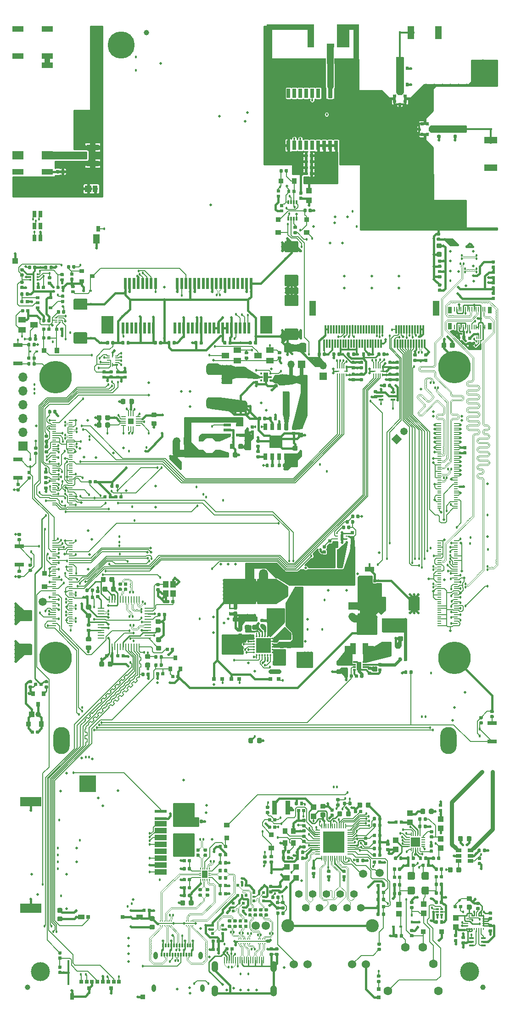
<source format=gbr>
G04 #@! TF.GenerationSoftware,KiCad,Pcbnew,5.0.0*
G04 #@! TF.CreationDate,2018-08-14T20:21:36-04:00*
G04 #@! TF.ProjectId,dvk-mx8m-bsb,64766B2D6D78386D2D6273622E6B6963,v0.1.0*
G04 #@! TF.SameCoordinates,Original*
G04 #@! TF.FileFunction,Copper,L1,Top,Mixed*
G04 #@! TF.FilePolarity,Positive*
%FSLAX46Y46*%
G04 Gerber Fmt 4.6, Leading zero omitted, Abs format (unit mm)*
G04 Created by KiCad (PCBNEW 5.0.0) date Tue Aug 14 20:21:36 2018*
%MOMM*%
%LPD*%
G01*
G04 APERTURE LIST*
G04 #@! TA.AperFunction,SMDPad,CuDef*
%ADD10R,0.600000X2.000000*%
G04 #@! TD*
G04 #@! TA.AperFunction,SMDPad,CuDef*
%ADD11R,2.300000X3.200000*%
G04 #@! TD*
G04 #@! TA.AperFunction,SMDPad,CuDef*
%ADD12R,1.100000X1.000000*%
G04 #@! TD*
G04 #@! TA.AperFunction,SMDPad,CuDef*
%ADD13R,1.400000X1.200000*%
G04 #@! TD*
G04 #@! TA.AperFunction,SMDPad,CuDef*
%ADD14R,1.300000X1.750000*%
G04 #@! TD*
G04 #@! TA.AperFunction,SMDPad,CuDef*
%ADD15R,0.650000X1.000000*%
G04 #@! TD*
G04 #@! TA.AperFunction,SMDPad,CuDef*
%ADD16R,0.800000X1.200000*%
G04 #@! TD*
G04 #@! TA.AperFunction,SMDPad,CuDef*
%ADD17R,0.900000X1.200000*%
G04 #@! TD*
G04 #@! TA.AperFunction,SMDPad,CuDef*
%ADD18R,1.300000X1.200000*%
G04 #@! TD*
G04 #@! TA.AperFunction,Conductor*
%ADD19C,0.100000*%
G04 #@! TD*
G04 #@! TA.AperFunction,SMDPad,CuDef*
%ADD20C,0.590000*%
G04 #@! TD*
G04 #@! TA.AperFunction,SMDPad,CuDef*
%ADD21R,0.700000X0.750000*%
G04 #@! TD*
G04 #@! TA.AperFunction,SMDPad,CuDef*
%ADD22R,0.700000X0.650000*%
G04 #@! TD*
G04 #@! TA.AperFunction,SMDPad,CuDef*
%ADD23R,0.745000X1.150000*%
G04 #@! TD*
G04 #@! TA.AperFunction,SMDPad,CuDef*
%ADD24R,0.950000X0.900000*%
G04 #@! TD*
G04 #@! TA.AperFunction,SMDPad,CuDef*
%ADD25R,0.420000X4.630000*%
G04 #@! TD*
G04 #@! TA.AperFunction,SMDPad,CuDef*
%ADD26R,1.200000X0.850000*%
G04 #@! TD*
G04 #@! TA.AperFunction,SMDPad,CuDef*
%ADD27R,0.650000X0.750000*%
G04 #@! TD*
G04 #@! TA.AperFunction,SMDPad,CuDef*
%ADD28R,1.300000X0.850000*%
G04 #@! TD*
G04 #@! TA.AperFunction,SMDPad,CuDef*
%ADD29C,0.875000*%
G04 #@! TD*
G04 #@! TA.AperFunction,ComponentPad*
%ADD30O,3.000000X5.000000*%
G04 #@! TD*
G04 #@! TA.AperFunction,SMDPad,CuDef*
%ADD31C,2.075000*%
G04 #@! TD*
G04 #@! TA.AperFunction,SMDPad,CuDef*
%ADD32R,1.000000X1.100000*%
G04 #@! TD*
G04 #@! TA.AperFunction,SMDPad,CuDef*
%ADD33R,0.900000X0.900000*%
G04 #@! TD*
G04 #@! TA.AperFunction,SMDPad,CuDef*
%ADD34R,0.900000X1.100000*%
G04 #@! TD*
G04 #@! TA.AperFunction,SMDPad,CuDef*
%ADD35R,1.000000X2.000000*%
G04 #@! TD*
G04 #@! TA.AperFunction,ComponentPad*
%ADD36R,1.350000X1.350000*%
G04 #@! TD*
G04 #@! TA.AperFunction,ComponentPad*
%ADD37O,1.350000X1.350000*%
G04 #@! TD*
G04 #@! TA.AperFunction,SMDPad,CuDef*
%ADD38R,1.320000X0.560000*%
G04 #@! TD*
G04 #@! TA.AperFunction,SMDPad,CuDef*
%ADD39C,0.830918*%
G04 #@! TD*
G04 #@! TA.AperFunction,SMDPad,CuDef*
%ADD40C,0.784920*%
G04 #@! TD*
G04 #@! TA.AperFunction,SMDPad,CuDef*
%ADD41R,0.775000X0.890000*%
G04 #@! TD*
G04 #@! TA.AperFunction,SMDPad,CuDef*
%ADD42R,2.790000X0.870000*%
G04 #@! TD*
G04 #@! TA.AperFunction,ComponentPad*
%ADD43C,0.300000*%
G04 #@! TD*
G04 #@! TA.AperFunction,SMDPad,CuDef*
%ADD44R,0.900000X1.600000*%
G04 #@! TD*
G04 #@! TA.AperFunction,SMDPad,CuDef*
%ADD45R,0.490000X0.300000*%
G04 #@! TD*
G04 #@! TA.AperFunction,SMDPad,CuDef*
%ADD46R,1.750000X2.650000*%
G04 #@! TD*
G04 #@! TA.AperFunction,SMDPad,CuDef*
%ADD47C,0.975000*%
G04 #@! TD*
G04 #@! TA.AperFunction,ComponentPad*
%ADD48C,6.000000*%
G04 #@! TD*
G04 #@! TA.AperFunction,SMDPad,CuDef*
%ADD49R,0.300000X1.500000*%
G04 #@! TD*
G04 #@! TA.AperFunction,SMDPad,CuDef*
%ADD50R,1.200000X2.750000*%
G04 #@! TD*
G04 #@! TA.AperFunction,Conductor*
%ADD51R,0.370000X1.500000*%
G04 #@! TD*
G04 #@! TA.AperFunction,Conductor*
%ADD52R,1.670000X0.900000*%
G04 #@! TD*
G04 #@! TA.AperFunction,SMDPad,CuDef*
%ADD53R,0.600000X1.200000*%
G04 #@! TD*
G04 #@! TA.AperFunction,SMDPad,CuDef*
%ADD54R,0.350000X0.250000*%
G04 #@! TD*
G04 #@! TA.AperFunction,SMDPad,CuDef*
%ADD55R,0.980000X3.400000*%
G04 #@! TD*
G04 #@! TA.AperFunction,ComponentPad*
%ADD56C,1.350000*%
G04 #@! TD*
G04 #@! TA.AperFunction,Conductor*
%ADD57C,1.350000*%
G04 #@! TD*
G04 #@! TA.AperFunction,SMDPad,CuDef*
%ADD58C,1.250000*%
G04 #@! TD*
G04 #@! TA.AperFunction,SMDPad,CuDef*
%ADD59R,0.450000X0.370000*%
G04 #@! TD*
G04 #@! TA.AperFunction,SMDPad,CuDef*
%ADD60R,1.500000X0.370000*%
G04 #@! TD*
G04 #@! TA.AperFunction,SMDPad,CuDef*
%ADD61R,0.900000X1.670000*%
G04 #@! TD*
G04 #@! TA.AperFunction,SMDPad,CuDef*
%ADD62R,0.700000X1.200000*%
G04 #@! TD*
G04 #@! TA.AperFunction,SMDPad,CuDef*
%ADD63R,0.230000X0.920000*%
G04 #@! TD*
G04 #@! TA.AperFunction,Conductor*
%ADD64R,3.100000X3.100000*%
G04 #@! TD*
G04 #@! TA.AperFunction,SMDPad,CuDef*
%ADD65O,0.280000X0.380000*%
G04 #@! TD*
G04 #@! TA.AperFunction,SMDPad,CuDef*
%ADD66R,0.280000X0.640000*%
G04 #@! TD*
G04 #@! TA.AperFunction,SMDPad,CuDef*
%ADD67R,0.640000X0.280000*%
G04 #@! TD*
G04 #@! TA.AperFunction,SMDPad,CuDef*
%ADD68O,0.380000X0.280000*%
G04 #@! TD*
G04 #@! TA.AperFunction,SMDPad,CuDef*
%ADD69R,2.700000X2.700000*%
G04 #@! TD*
G04 #@! TA.AperFunction,SMDPad,CuDef*
%ADD70R,1.400000X1.000000*%
G04 #@! TD*
G04 #@! TA.AperFunction,SMDPad,CuDef*
%ADD71R,0.480000X0.400000*%
G04 #@! TD*
G04 #@! TA.AperFunction,SMDPad,CuDef*
%ADD72R,0.400000X0.480000*%
G04 #@! TD*
G04 #@! TA.AperFunction,ComponentPad*
%ADD73C,5.000000*%
G04 #@! TD*
G04 #@! TA.AperFunction,SMDPad,CuDef*
%ADD74R,1.700000X0.800000*%
G04 #@! TD*
G04 #@! TA.AperFunction,SMDPad,CuDef*
%ADD75R,2.000000X1.000000*%
G04 #@! TD*
G04 #@! TA.AperFunction,SMDPad,CuDef*
%ADD76R,2.000000X1.500000*%
G04 #@! TD*
G04 #@! TA.AperFunction,Conductor*
%ADD77R,1.000000X2.700000*%
G04 #@! TD*
G04 #@! TA.AperFunction,SMDPad,CuDef*
%ADD78R,1.350000X0.750000*%
G04 #@! TD*
G04 #@! TA.AperFunction,SMDPad,CuDef*
%ADD79R,1.150000X3.800000*%
G04 #@! TD*
G04 #@! TA.AperFunction,Conductor*
%ADD80R,1.200000X3.790000*%
G04 #@! TD*
G04 #@! TA.AperFunction,Conductor*
%ADD81R,2.250000X4.300000*%
G04 #@! TD*
G04 #@! TA.AperFunction,Conductor*
%ADD82R,8.650000X1.000000*%
G04 #@! TD*
G04 #@! TA.AperFunction,Conductor*
%ADD83R,4.050000X1.000000*%
G04 #@! TD*
G04 #@! TA.AperFunction,Conductor*
%ADD84R,1.000000X7.300000*%
G04 #@! TD*
G04 #@! TA.AperFunction,Conductor*
%ADD85R,4.572000X1.000000*%
G04 #@! TD*
G04 #@! TA.AperFunction,Conductor*
%ADD86R,10.872000X1.000000*%
G04 #@! TD*
G04 #@! TA.AperFunction,ComponentPad*
%ADD87O,1.700000X1.700000*%
G04 #@! TD*
G04 #@! TA.AperFunction,ComponentPad*
%ADD88R,1.700000X1.700000*%
G04 #@! TD*
G04 #@! TA.AperFunction,ComponentPad*
%ADD89C,1.550000*%
G04 #@! TD*
G04 #@! TA.AperFunction,SMDPad,CuDef*
%ADD90R,1.300000X2.400000*%
G04 #@! TD*
G04 #@! TA.AperFunction,Conductor*
%ADD91R,2.900000X0.400000*%
G04 #@! TD*
G04 #@! TA.AperFunction,Conductor*
%ADD92R,0.400000X6.071600*%
G04 #@! TD*
G04 #@! TA.AperFunction,Conductor*
%ADD93R,1.371600X1.371600*%
G04 #@! TD*
G04 #@! TA.AperFunction,SMDPad,CuDef*
%ADD94R,2.400000X1.300000*%
G04 #@! TD*
G04 #@! TA.AperFunction,Conductor*
%ADD95R,0.400000X2.900000*%
G04 #@! TD*
G04 #@! TA.AperFunction,Conductor*
%ADD96R,6.071600X0.400000*%
G04 #@! TD*
G04 #@! TA.AperFunction,SMDPad,CuDef*
%ADD97R,0.700000X1.800000*%
G04 #@! TD*
G04 #@! TA.AperFunction,SMDPad,CuDef*
%ADD98R,0.800000X1.800000*%
G04 #@! TD*
G04 #@! TA.AperFunction,SMDPad,CuDef*
%ADD99C,0.060000*%
G04 #@! TD*
G04 #@! TA.AperFunction,SMDPad,CuDef*
%ADD100C,0.080000*%
G04 #@! TD*
G04 #@! TA.AperFunction,SMDPad,CuDef*
%ADD101C,0.040000*%
G04 #@! TD*
G04 #@! TA.AperFunction,SMDPad,CuDef*
%ADD102R,0.600000X0.550000*%
G04 #@! TD*
G04 #@! TA.AperFunction,SMDPad,CuDef*
%ADD103R,0.500000X0.500000*%
G04 #@! TD*
G04 #@! TA.AperFunction,SMDPad,CuDef*
%ADD104R,0.500000X1.580000*%
G04 #@! TD*
G04 #@! TA.AperFunction,SMDPad,CuDef*
%ADD105R,0.550000X0.600000*%
G04 #@! TD*
G04 #@! TA.AperFunction,SMDPad,CuDef*
%ADD106R,1.580000X0.500000*%
G04 #@! TD*
G04 #@! TA.AperFunction,SMDPad,CuDef*
%ADD107R,4.000000X1.700000*%
G04 #@! TD*
G04 #@! TA.AperFunction,SMDPad,CuDef*
%ADD108R,2.300000X0.500000*%
G04 #@! TD*
G04 #@! TA.AperFunction,SMDPad,CuDef*
%ADD109R,2.300000X1.000000*%
G04 #@! TD*
G04 #@! TA.AperFunction,ComponentPad*
%ADD110C,1.400000*%
G04 #@! TD*
G04 #@! TA.AperFunction,ComponentPad*
%ADD111C,2.400000*%
G04 #@! TD*
G04 #@! TA.AperFunction,ComponentPad*
%ADD112C,1.530000*%
G04 #@! TD*
G04 #@! TA.AperFunction,SMDPad,CuDef*
%ADD113R,0.230000X1.200000*%
G04 #@! TD*
G04 #@! TA.AperFunction,ComponentPad*
%ADD114O,1.250000X2.000000*%
G04 #@! TD*
G04 #@! TA.AperFunction,ComponentPad*
%ADD115O,0.800000X1.400000*%
G04 #@! TD*
G04 #@! TA.AperFunction,SMDPad,CuDef*
%ADD116R,0.300000X0.700000*%
G04 #@! TD*
G04 #@! TA.AperFunction,SMDPad,CuDef*
%ADD117R,1.300000X0.250000*%
G04 #@! TD*
G04 #@! TA.AperFunction,SMDPad,CuDef*
%ADD118R,0.250000X1.300000*%
G04 #@! TD*
G04 #@! TA.AperFunction,ComponentPad*
%ADD119C,6.500000*%
G04 #@! TD*
G04 #@! TA.AperFunction,SMDPad,CuDef*
%ADD120R,0.850000X2.500000*%
G04 #@! TD*
G04 #@! TA.AperFunction,SMDPad,CuDef*
%ADD121R,1.000000X1.200000*%
G04 #@! TD*
G04 #@! TA.AperFunction,SMDPad,CuDef*
%ADD122R,0.900000X1.000000*%
G04 #@! TD*
G04 #@! TA.AperFunction,SMDPad,CuDef*
%ADD123R,1.500000X1.500000*%
G04 #@! TD*
G04 #@! TA.AperFunction,SMDPad,CuDef*
%ADD124R,3.900000X3.900000*%
G04 #@! TD*
G04 #@! TA.AperFunction,SMDPad,CuDef*
%ADD125R,0.840000X0.220000*%
G04 #@! TD*
G04 #@! TA.AperFunction,SMDPad,CuDef*
%ADD126R,0.220000X0.840000*%
G04 #@! TD*
G04 #@! TA.AperFunction,BGAPad,CuDef*
%ADD127C,0.250000*%
G04 #@! TD*
G04 #@! TA.AperFunction,SMDPad,CuDef*
%ADD128R,1.100000X0.900000*%
G04 #@! TD*
G04 #@! TA.AperFunction,SMDPad,CuDef*
%ADD129R,0.800000X0.800000*%
G04 #@! TD*
G04 #@! TA.AperFunction,SMDPad,CuDef*
%ADD130R,2.200000X1.050000*%
G04 #@! TD*
G04 #@! TA.AperFunction,SMDPad,CuDef*
%ADD131R,1.050000X1.000000*%
G04 #@! TD*
G04 #@! TA.AperFunction,SMDPad,CuDef*
%ADD132R,1.150000X1.150000*%
G04 #@! TD*
G04 #@! TA.AperFunction,SMDPad,CuDef*
%ADD133R,0.700000X1.300000*%
G04 #@! TD*
G04 #@! TA.AperFunction,ComponentPad*
%ADD134C,3.500000*%
G04 #@! TD*
G04 #@! TA.AperFunction,SMDPad,CuDef*
%ADD135R,0.250000X0.360000*%
G04 #@! TD*
G04 #@! TA.AperFunction,SMDPad,CuDef*
%ADD136R,1.600000X1.800000*%
G04 #@! TD*
G04 #@! TA.AperFunction,ComponentPad*
%ADD137R,1.000000X1.000000*%
G04 #@! TD*
G04 #@! TA.AperFunction,ComponentPad*
%ADD138C,1.000000*%
G04 #@! TD*
G04 #@! TA.AperFunction,SMDPad,CuDef*
%ADD139R,1.905000X2.790000*%
G04 #@! TD*
G04 #@! TA.AperFunction,SMDPad,CuDef*
%ADD140R,1.180000X4.400000*%
G04 #@! TD*
G04 #@! TA.AperFunction,SMDPad,CuDef*
%ADD141R,0.600000X0.600000*%
G04 #@! TD*
G04 #@! TA.AperFunction,SMDPad,CuDef*
%ADD142R,0.600000X0.400000*%
G04 #@! TD*
G04 #@! TA.AperFunction,SMDPad,CuDef*
%ADD143R,0.400000X0.600000*%
G04 #@! TD*
G04 #@! TA.AperFunction,SMDPad,CuDef*
%ADD144R,0.150000X0.500000*%
G04 #@! TD*
G04 #@! TA.AperFunction,SMDPad,CuDef*
%ADD145R,0.900000X0.400000*%
G04 #@! TD*
G04 #@! TA.AperFunction,SMDPad,CuDef*
%ADD146R,0.220000X0.650000*%
G04 #@! TD*
G04 #@! TA.AperFunction,SMDPad,CuDef*
%ADD147R,0.500000X0.220000*%
G04 #@! TD*
G04 #@! TA.AperFunction,SMDPad,CuDef*
%ADD148R,0.500000X0.320000*%
G04 #@! TD*
G04 #@! TA.AperFunction,SMDPad,CuDef*
%ADD149R,0.450000X0.300000*%
G04 #@! TD*
G04 #@! TA.AperFunction,SMDPad,CuDef*
%ADD150R,0.800000X0.550000*%
G04 #@! TD*
G04 #@! TA.AperFunction,SMDPad,CuDef*
%ADD151R,0.500000X0.150000*%
G04 #@! TD*
G04 #@! TA.AperFunction,SMDPad,CuDef*
%ADD152R,1.060000X0.650000*%
G04 #@! TD*
G04 #@! TA.AperFunction,SMDPad,CuDef*
%ADD153R,1.000000X0.700000*%
G04 #@! TD*
G04 #@! TA.AperFunction,SMDPad,CuDef*
%ADD154R,0.520000X0.300000*%
G04 #@! TD*
G04 #@! TA.AperFunction,SMDPad,CuDef*
%ADD155R,0.650000X0.220000*%
G04 #@! TD*
G04 #@! TA.AperFunction,SMDPad,CuDef*
%ADD156R,0.220000X0.500000*%
G04 #@! TD*
G04 #@! TA.AperFunction,SMDPad,CuDef*
%ADD157R,0.320000X0.500000*%
G04 #@! TD*
G04 #@! TA.AperFunction,SMDPad,CuDef*
%ADD158R,0.300000X0.800000*%
G04 #@! TD*
G04 #@! TA.AperFunction,SMDPad,CuDef*
%ADD159R,0.240000X0.360000*%
G04 #@! TD*
G04 #@! TA.AperFunction,SMDPad,CuDef*
%ADD160R,0.360000X0.240000*%
G04 #@! TD*
G04 #@! TA.AperFunction,SMDPad,CuDef*
%ADD161R,0.350000X0.230000*%
G04 #@! TD*
G04 #@! TA.AperFunction,BGAPad,CuDef*
%ADD162C,1.000000*%
G04 #@! TD*
G04 #@! TA.AperFunction,SMDPad,CuDef*
%ADD163R,0.700000X0.200000*%
G04 #@! TD*
G04 #@! TA.AperFunction,SMDPad,CuDef*
%ADD164R,0.850000X0.850000*%
G04 #@! TD*
G04 #@! TA.AperFunction,ComponentPad*
%ADD165C,1.600000*%
G04 #@! TD*
G04 #@! TA.AperFunction,SMDPad,CuDef*
%ADD166R,1.750000X1.100000*%
G04 #@! TD*
G04 #@! TA.AperFunction,SMDPad,CuDef*
%ADD167R,1.100000X1.750000*%
G04 #@! TD*
G04 #@! TA.AperFunction,ComponentPad*
%ADD168C,0.200000*%
G04 #@! TD*
G04 #@! TA.AperFunction,SMDPad,CuDef*
%ADD169R,1.000000X1.400000*%
G04 #@! TD*
G04 #@! TA.AperFunction,SMDPad,CuDef*
%ADD170R,0.200000X0.300000*%
G04 #@! TD*
G04 #@! TA.AperFunction,SMDPad,CuDef*
%ADD171R,0.300000X0.200000*%
G04 #@! TD*
G04 #@! TA.AperFunction,ComponentPad*
%ADD172C,0.230000*%
G04 #@! TD*
G04 #@! TA.AperFunction,SMDPad,CuDef*
%ADD173R,0.710000X0.220000*%
G04 #@! TD*
G04 #@! TA.AperFunction,SMDPad,CuDef*
%ADD174R,0.220000X0.710000*%
G04 #@! TD*
G04 #@! TA.AperFunction,SMDPad,CuDef*
%ADD175R,1.750000X1.750000*%
G04 #@! TD*
G04 #@! TA.AperFunction,ComponentPad*
%ADD176C,0.254000*%
G04 #@! TD*
G04 #@! TA.AperFunction,SMDPad,CuDef*
%ADD177R,0.240000X0.900000*%
G04 #@! TD*
G04 #@! TA.AperFunction,SMDPad,CuDef*
%ADD178R,0.900000X0.240000*%
G04 #@! TD*
G04 #@! TA.AperFunction,SMDPad,CuDef*
%ADD179C,1.350000*%
G04 #@! TD*
G04 #@! TA.AperFunction,SMDPad,CuDef*
%ADD180R,0.800000X0.900000*%
G04 #@! TD*
G04 #@! TA.AperFunction,SMDPad,CuDef*
%ADD181R,0.900000X0.800000*%
G04 #@! TD*
G04 #@! TA.AperFunction,BGAPad,CuDef*
%ADD182C,1.500000*%
G04 #@! TD*
G04 #@! TA.AperFunction,ViaPad*
%ADD183C,0.457200*%
G04 #@! TD*
G04 #@! TA.AperFunction,ViaPad*
%ADD184C,0.508000*%
G04 #@! TD*
G04 #@! TA.AperFunction,Conductor*
%ADD185C,0.134620*%
G04 #@! TD*
G04 #@! TA.AperFunction,Conductor*
%ADD186C,0.250000*%
G04 #@! TD*
G04 #@! TA.AperFunction,Conductor*
%ADD187C,0.360000*%
G04 #@! TD*
G04 #@! TA.AperFunction,Conductor*
%ADD188C,0.200000*%
G04 #@! TD*
G04 #@! TA.AperFunction,Conductor*
%ADD189C,0.457200*%
G04 #@! TD*
G04 #@! TA.AperFunction,Conductor*
%ADD190C,0.254000*%
G04 #@! TD*
G04 #@! TA.AperFunction,Conductor*
%ADD191C,0.875000*%
G04 #@! TD*
G04 #@! TA.AperFunction,Conductor*
%ADD192C,0.640000*%
G04 #@! TD*
G04 #@! TA.AperFunction,Conductor*
%ADD193C,0.590000*%
G04 #@! TD*
G04 #@! TA.AperFunction,Conductor*
%ADD194C,0.310000*%
G04 #@! TD*
G04 #@! TA.AperFunction,Conductor*
%ADD195C,0.240000*%
G04 #@! TD*
G04 #@! TA.AperFunction,Conductor*
%ADD196C,0.127000*%
G04 #@! TD*
G04 #@! TA.AperFunction,Conductor*
%ADD197C,0.300000*%
G04 #@! TD*
G04 #@! TA.AperFunction,Conductor*
%ADD198C,0.400000*%
G04 #@! TD*
G04 #@! TA.AperFunction,Conductor*
%ADD199C,0.220000*%
G04 #@! TD*
G04 #@! TA.AperFunction,Conductor*
%ADD200C,0.150000*%
G04 #@! TD*
G04 #@! TA.AperFunction,Conductor*
%ADD201C,0.230000*%
G04 #@! TD*
G04 #@! TA.AperFunction,Conductor*
%ADD202C,0.155000*%
G04 #@! TD*
G04 #@! TA.AperFunction,Conductor*
%ADD203C,0.420000*%
G04 #@! TD*
G04 #@! TA.AperFunction,Conductor*
%ADD204C,0.270000*%
G04 #@! TD*
G04 #@! TA.AperFunction,Conductor*
%ADD205C,0.320000*%
G04 #@! TD*
G04 #@! TA.AperFunction,Conductor*
%ADD206C,0.280000*%
G04 #@! TD*
G04 #@! TA.AperFunction,Conductor*
%ADD207C,0.370000*%
G04 #@! TD*
G04 #@! TA.AperFunction,Conductor*
%ADD208C,0.146419*%
G04 #@! TD*
G04 #@! TA.AperFunction,Conductor*
%ADD209C,0.134640*%
G04 #@! TD*
G04 #@! TA.AperFunction,Conductor*
%ADD210C,0.134630*%
G04 #@! TD*
G04 #@! TA.AperFunction,Conductor*
%ADD211C,0.457000*%
G04 #@! TD*
G04 #@! TA.AperFunction,Conductor*
%ADD212C,0.800000*%
G04 #@! TD*
G04 #@! TA.AperFunction,Conductor*
%ADD213C,0.381000*%
G04 #@! TD*
G04 #@! TA.AperFunction,Conductor*
%ADD214C,1.700000*%
G04 #@! TD*
G04 #@! TA.AperFunction,Conductor*
%ADD215C,1.000000*%
G04 #@! TD*
G04 #@! TA.AperFunction,Conductor*
%ADD216C,0.560000*%
G04 #@! TD*
G04 #@! TA.AperFunction,Conductor*
%ADD217C,0.203200*%
G04 #@! TD*
G04 #@! TA.AperFunction,Conductor*
%ADD218C,0.700000*%
G04 #@! TD*
G04 #@! TA.AperFunction,Conductor*
%ADD219C,0.089154*%
G04 #@! TD*
G04 #@! TA.AperFunction,Conductor*
%ADD220C,0.114554*%
G04 #@! TD*
G04 APERTURE END LIST*
D10*
G04 #@! TO.P,J1502,52*
G04 #@! TO.N,3V3_P*
X104250000Y-106250000D03*
G04 #@! TO.P,J1502,51*
G04 #@! TO.N,/WWAN mPCIe/PCM_SYNC*
X103850000Y-114450000D03*
G04 #@! TO.P,J1502,50*
G04 #@! TO.N,GND*
X103450000Y-106250000D03*
G04 #@! TO.P,J1502,49*
G04 #@! TO.N,/WWAN mPCIe/PCM_OUT*
X103050000Y-114450000D03*
G04 #@! TO.P,J1502,48*
G04 #@! TO.N,Net-(J1502-Pad48)*
X102650000Y-106250000D03*
G04 #@! TO.P,J1502,47*
G04 #@! TO.N,/WWAN mPCIe/PCM_IN*
X102250000Y-114450000D03*
G04 #@! TO.P,J1502,46*
G04 #@! TO.N,Net-(J1502-Pad46)*
X101850000Y-106250000D03*
G04 #@! TO.P,J1502,45*
G04 #@! TO.N,/WWAN mPCIe/PCM_CLK*
X101450000Y-114450000D03*
G04 #@! TO.P,J1502,44*
G04 #@! TO.N,Net-(J1502-Pad44)*
X101050000Y-106250000D03*
G04 #@! TO.P,J1502,43*
G04 #@! TO.N,GND*
X100650000Y-114450000D03*
G04 #@! TO.P,J1502,42*
G04 #@! TO.N,Net-(J1502-Pad42)*
X100250000Y-106250000D03*
G04 #@! TO.P,J1502,41*
G04 #@! TO.N,3V3_P*
X99850000Y-114450000D03*
G04 #@! TO.P,J1502,40*
G04 #@! TO.N,GND*
X99450000Y-106250000D03*
G04 #@! TO.P,J1502,39*
G04 #@! TO.N,3V3_P*
X99050000Y-114450000D03*
G04 #@! TO.P,J1502,38*
G04 #@! TO.N,/USB Hub + SDIO Bridge/WWAN_D_P*
X98650000Y-106250000D03*
G04 #@! TO.P,J1502,37*
G04 #@! TO.N,GND*
X98250000Y-114450000D03*
G04 #@! TO.P,J1502,36*
G04 #@! TO.N,/USB Hub + SDIO Bridge/WWAN_D_N*
X97850000Y-106250000D03*
G04 #@! TO.P,J1502,35*
G04 #@! TO.N,GND*
X97450000Y-114450000D03*
G04 #@! TO.P,J1502,34*
X97050000Y-106250000D03*
G04 #@! TO.P,J1502,33*
G04 #@! TO.N,Net-(J1502-Pad33)*
X96650000Y-114450000D03*
G04 #@! TO.P,J1502,32*
G04 #@! TO.N,Net-(J1502-Pad32)*
X96250000Y-106250000D03*
G04 #@! TO.P,J1502,31*
G04 #@! TO.N,Net-(J1502-Pad31)*
X95850000Y-114450000D03*
G04 #@! TO.P,J1502,30*
G04 #@! TO.N,Net-(J1502-Pad30)*
X95450000Y-106250000D03*
G04 #@! TO.P,J1502,29*
G04 #@! TO.N,GND*
X95050000Y-114450000D03*
G04 #@! TO.P,J1502,28*
G04 #@! TO.N,Net-(J1502-Pad28)*
X94650000Y-106250000D03*
G04 #@! TO.P,J1502,27*
G04 #@! TO.N,GND*
X94250000Y-114450000D03*
G04 #@! TO.P,J1502,26*
X93850000Y-106250000D03*
G04 #@! TO.P,J1502,25*
G04 #@! TO.N,Net-(J1502-Pad25)*
X93450000Y-114450000D03*
G04 #@! TO.P,J1502,24*
G04 #@! TO.N,3V3_P*
X93050000Y-106250000D03*
G04 #@! TO.P,J1502,23*
G04 #@! TO.N,Net-(J1502-Pad23)*
X92650000Y-114450000D03*
G04 #@! TO.P,J1502,22*
G04 #@! TO.N,Net-(C1518-Pad1)*
X92250000Y-106250000D03*
G04 #@! TO.P,J1502,21*
G04 #@! TO.N,GND*
X91850000Y-114450000D03*
G04 #@! TO.P,J1502,20*
G04 #@! TO.N,Net-(J1502-Pad20)*
X91450000Y-106250000D03*
G04 #@! TO.P,J1502,19*
G04 #@! TO.N,Net-(J1502-Pad19)*
X91050000Y-114450000D03*
G04 #@! TO.P,J1502,18*
G04 #@! TO.N,GND*
X90650000Y-106250000D03*
G04 #@! TO.P,J1502,17*
G04 #@! TO.N,Net-(J1502-Pad17)*
X90250000Y-114450000D03*
G04 #@! TO.P,J1502,16*
G04 #@! TO.N,/WWAN mPCIe/~SIM_DETECT_O*
X86650000Y-106250000D03*
G04 #@! TO.P,J1502,15*
G04 #@! TO.N,GND*
X86250000Y-114450000D03*
G04 #@! TO.P,J1502,14*
G04 #@! TO.N,/WWAN mPCIe/UIM-RESET*
X85850000Y-106250000D03*
G04 #@! TO.P,J1502,13*
G04 #@! TO.N,Net-(J1502-Pad13)*
X85450000Y-114450000D03*
G04 #@! TO.P,J1502,12*
G04 #@! TO.N,/WWAN mPCIe/UIM-CLK*
X85050000Y-106250000D03*
G04 #@! TO.P,J1502,11*
G04 #@! TO.N,Net-(J1502-Pad11)*
X84650000Y-114450000D03*
G04 #@! TO.P,J1502,10*
G04 #@! TO.N,/WWAN mPCIe/UIM-DATA*
X84250000Y-106250000D03*
G04 #@! TO.P,J1502,9*
G04 #@! TO.N,GND*
X83850000Y-114450000D03*
G04 #@! TO.P,J1502,8*
G04 #@! TO.N,/WWAN mPCIe/UIM-PWR*
X83450000Y-106250000D03*
G04 #@! TO.P,J1502,7*
G04 #@! TO.N,Net-(J1502-Pad7)*
X83050000Y-114450000D03*
G04 #@! TO.P,J1502,6*
G04 #@! TO.N,Net-(J1502-Pad6)*
X82650000Y-106250000D03*
G04 #@! TO.P,J1502,5*
G04 #@! TO.N,Net-(J1502-Pad5)*
X82250000Y-114450000D03*
G04 #@! TO.P,J1502,4*
G04 #@! TO.N,GND*
X81850000Y-106250000D03*
G04 #@! TO.P,J1502,3*
G04 #@! TO.N,Net-(J1502-Pad3)*
X81450000Y-114450000D03*
G04 #@! TO.P,J1502,2*
G04 #@! TO.N,3V3_P*
X81050000Y-106250000D03*
G04 #@! TO.P,J1502,1*
G04 #@! TO.N,/WWAN mPCIe/~WoWWAN_1V8*
X80650000Y-114450000D03*
D11*
G04 #@! TO.P,J1502,*
G04 #@! TO.N,*
X107100000Y-113850000D03*
X77800000Y-113850000D03*
G04 #@! TD*
D12*
G04 #@! TO.P,J1503,HD4*
G04 #@! TO.N,GND*
X60750000Y-102100000D03*
D13*
G04 #@! TO.P,J1503,HD1*
X60900000Y-88400000D03*
D14*
G04 #@! TO.P,J1503,HD3*
X75750000Y-98070000D03*
D15*
G04 #@! TO.P,J1503,DSW2*
G04 #@! TO.N,/WWAN mPCIe/SIM_DETECT_I*
X76075000Y-96200000D03*
D16*
G04 #@! TO.P,J1503,C7*
G04 #@! TO.N,/WWAN mPCIe/UIM-DATA*
X65410000Y-93480000D03*
G04 #@! TO.P,J1503,C6*
G04 #@! TO.N,Net-(J1503-PadC6)*
X65410000Y-95670000D03*
G04 #@! TO.P,J1503,C5*
G04 #@! TO.N,GND*
X65410000Y-97860000D03*
G04 #@! TO.P,J1503,C3*
G04 #@! TO.N,/WWAN mPCIe/UIM-CLK*
X64310000Y-93480000D03*
G04 #@! TO.P,J1503,C2*
G04 #@! TO.N,/WWAN mPCIe/UIM-RESET*
X64310000Y-95670000D03*
G04 #@! TO.P,J1503,C1*
G04 #@! TO.N,/WWAN mPCIe/UIM-PWR*
X64310000Y-97860000D03*
D17*
G04 #@! TO.P,J1503,DSW1*
G04 #@! TO.N,GND*
X75500000Y-88800000D03*
D18*
G04 #@! TO.P,J1503,HD2*
X74250000Y-88800000D03*
G04 #@! TD*
D19*
G04 #@! TO.N,/ENET_WoL*
G04 #@! TO.C,R1714*
G36*
X124646958Y-203280710D02*
X124661276Y-203282834D01*
X124675317Y-203286351D01*
X124688946Y-203291228D01*
X124702031Y-203297417D01*
X124714447Y-203304858D01*
X124726073Y-203313481D01*
X124736798Y-203323202D01*
X124746519Y-203333927D01*
X124755142Y-203345553D01*
X124762583Y-203357969D01*
X124768772Y-203371054D01*
X124773649Y-203384683D01*
X124777166Y-203398724D01*
X124779290Y-203413042D01*
X124780000Y-203427500D01*
X124780000Y-203772500D01*
X124779290Y-203786958D01*
X124777166Y-203801276D01*
X124773649Y-203815317D01*
X124768772Y-203828946D01*
X124762583Y-203842031D01*
X124755142Y-203854447D01*
X124746519Y-203866073D01*
X124736798Y-203876798D01*
X124726073Y-203886519D01*
X124714447Y-203895142D01*
X124702031Y-203902583D01*
X124688946Y-203908772D01*
X124675317Y-203913649D01*
X124661276Y-203917166D01*
X124646958Y-203919290D01*
X124632500Y-203920000D01*
X124337500Y-203920000D01*
X124323042Y-203919290D01*
X124308724Y-203917166D01*
X124294683Y-203913649D01*
X124281054Y-203908772D01*
X124267969Y-203902583D01*
X124255553Y-203895142D01*
X124243927Y-203886519D01*
X124233202Y-203876798D01*
X124223481Y-203866073D01*
X124214858Y-203854447D01*
X124207417Y-203842031D01*
X124201228Y-203828946D01*
X124196351Y-203815317D01*
X124192834Y-203801276D01*
X124190710Y-203786958D01*
X124190000Y-203772500D01*
X124190000Y-203427500D01*
X124190710Y-203413042D01*
X124192834Y-203398724D01*
X124196351Y-203384683D01*
X124201228Y-203371054D01*
X124207417Y-203357969D01*
X124214858Y-203345553D01*
X124223481Y-203333927D01*
X124233202Y-203323202D01*
X124243927Y-203313481D01*
X124255553Y-203304858D01*
X124267969Y-203297417D01*
X124281054Y-203291228D01*
X124294683Y-203286351D01*
X124308724Y-203282834D01*
X124323042Y-203280710D01*
X124337500Y-203280000D01*
X124632500Y-203280000D01*
X124646958Y-203280710D01*
X124646958Y-203280710D01*
G37*
D20*
G04 #@! TD*
G04 #@! TO.P,R1714,2*
G04 #@! TO.N,/ENET_WoL*
X124485000Y-203600000D03*
D19*
G04 #@! TO.N,3V3_P*
G04 #@! TO.C,R1714*
G36*
X123676958Y-203280710D02*
X123691276Y-203282834D01*
X123705317Y-203286351D01*
X123718946Y-203291228D01*
X123732031Y-203297417D01*
X123744447Y-203304858D01*
X123756073Y-203313481D01*
X123766798Y-203323202D01*
X123776519Y-203333927D01*
X123785142Y-203345553D01*
X123792583Y-203357969D01*
X123798772Y-203371054D01*
X123803649Y-203384683D01*
X123807166Y-203398724D01*
X123809290Y-203413042D01*
X123810000Y-203427500D01*
X123810000Y-203772500D01*
X123809290Y-203786958D01*
X123807166Y-203801276D01*
X123803649Y-203815317D01*
X123798772Y-203828946D01*
X123792583Y-203842031D01*
X123785142Y-203854447D01*
X123776519Y-203866073D01*
X123766798Y-203876798D01*
X123756073Y-203886519D01*
X123744447Y-203895142D01*
X123732031Y-203902583D01*
X123718946Y-203908772D01*
X123705317Y-203913649D01*
X123691276Y-203917166D01*
X123676958Y-203919290D01*
X123662500Y-203920000D01*
X123367500Y-203920000D01*
X123353042Y-203919290D01*
X123338724Y-203917166D01*
X123324683Y-203913649D01*
X123311054Y-203908772D01*
X123297969Y-203902583D01*
X123285553Y-203895142D01*
X123273927Y-203886519D01*
X123263202Y-203876798D01*
X123253481Y-203866073D01*
X123244858Y-203854447D01*
X123237417Y-203842031D01*
X123231228Y-203828946D01*
X123226351Y-203815317D01*
X123222834Y-203801276D01*
X123220710Y-203786958D01*
X123220000Y-203772500D01*
X123220000Y-203427500D01*
X123220710Y-203413042D01*
X123222834Y-203398724D01*
X123226351Y-203384683D01*
X123231228Y-203371054D01*
X123237417Y-203357969D01*
X123244858Y-203345553D01*
X123253481Y-203333927D01*
X123263202Y-203323202D01*
X123273927Y-203313481D01*
X123285553Y-203304858D01*
X123297969Y-203297417D01*
X123311054Y-203291228D01*
X123324683Y-203286351D01*
X123338724Y-203282834D01*
X123353042Y-203280710D01*
X123367500Y-203280000D01*
X123662500Y-203280000D01*
X123676958Y-203280710D01*
X123676958Y-203280710D01*
G37*
D20*
G04 #@! TD*
G04 #@! TO.P,R1714,1*
G04 #@! TO.N,3V3_P*
X123515000Y-203600000D03*
D19*
G04 #@! TO.N,/Ethernet/ENET_MDC*
G04 #@! TO.C,R1719*
G36*
X120471958Y-201102303D02*
X120486276Y-201104427D01*
X120500317Y-201107944D01*
X120513946Y-201112821D01*
X120527031Y-201119010D01*
X120539447Y-201126451D01*
X120551073Y-201135074D01*
X120561798Y-201144795D01*
X120571519Y-201155520D01*
X120580142Y-201167146D01*
X120587583Y-201179562D01*
X120593772Y-201192647D01*
X120598649Y-201206276D01*
X120602166Y-201220317D01*
X120604290Y-201234635D01*
X120605000Y-201249093D01*
X120605000Y-201544093D01*
X120604290Y-201558551D01*
X120602166Y-201572869D01*
X120598649Y-201586910D01*
X120593772Y-201600539D01*
X120587583Y-201613624D01*
X120580142Y-201626040D01*
X120571519Y-201637666D01*
X120561798Y-201648391D01*
X120551073Y-201658112D01*
X120539447Y-201666735D01*
X120527031Y-201674176D01*
X120513946Y-201680365D01*
X120500317Y-201685242D01*
X120486276Y-201688759D01*
X120471958Y-201690883D01*
X120457500Y-201691593D01*
X120112500Y-201691593D01*
X120098042Y-201690883D01*
X120083724Y-201688759D01*
X120069683Y-201685242D01*
X120056054Y-201680365D01*
X120042969Y-201674176D01*
X120030553Y-201666735D01*
X120018927Y-201658112D01*
X120008202Y-201648391D01*
X119998481Y-201637666D01*
X119989858Y-201626040D01*
X119982417Y-201613624D01*
X119976228Y-201600539D01*
X119971351Y-201586910D01*
X119967834Y-201572869D01*
X119965710Y-201558551D01*
X119965000Y-201544093D01*
X119965000Y-201249093D01*
X119965710Y-201234635D01*
X119967834Y-201220317D01*
X119971351Y-201206276D01*
X119976228Y-201192647D01*
X119982417Y-201179562D01*
X119989858Y-201167146D01*
X119998481Y-201155520D01*
X120008202Y-201144795D01*
X120018927Y-201135074D01*
X120030553Y-201126451D01*
X120042969Y-201119010D01*
X120056054Y-201112821D01*
X120069683Y-201107944D01*
X120083724Y-201104427D01*
X120098042Y-201102303D01*
X120112500Y-201101593D01*
X120457500Y-201101593D01*
X120471958Y-201102303D01*
X120471958Y-201102303D01*
G37*
D20*
G04 #@! TD*
G04 #@! TO.P,R1719,1*
G04 #@! TO.N,/Ethernet/ENET_MDC*
X120285000Y-201396593D03*
D19*
G04 #@! TO.N,/Ethernet/ENET_MDC*
G04 #@! TO.C,R1719*
G36*
X120471958Y-202072303D02*
X120486276Y-202074427D01*
X120500317Y-202077944D01*
X120513946Y-202082821D01*
X120527031Y-202089010D01*
X120539447Y-202096451D01*
X120551073Y-202105074D01*
X120561798Y-202114795D01*
X120571519Y-202125520D01*
X120580142Y-202137146D01*
X120587583Y-202149562D01*
X120593772Y-202162647D01*
X120598649Y-202176276D01*
X120602166Y-202190317D01*
X120604290Y-202204635D01*
X120605000Y-202219093D01*
X120605000Y-202514093D01*
X120604290Y-202528551D01*
X120602166Y-202542869D01*
X120598649Y-202556910D01*
X120593772Y-202570539D01*
X120587583Y-202583624D01*
X120580142Y-202596040D01*
X120571519Y-202607666D01*
X120561798Y-202618391D01*
X120551073Y-202628112D01*
X120539447Y-202636735D01*
X120527031Y-202644176D01*
X120513946Y-202650365D01*
X120500317Y-202655242D01*
X120486276Y-202658759D01*
X120471958Y-202660883D01*
X120457500Y-202661593D01*
X120112500Y-202661593D01*
X120098042Y-202660883D01*
X120083724Y-202658759D01*
X120069683Y-202655242D01*
X120056054Y-202650365D01*
X120042969Y-202644176D01*
X120030553Y-202636735D01*
X120018927Y-202628112D01*
X120008202Y-202618391D01*
X119998481Y-202607666D01*
X119989858Y-202596040D01*
X119982417Y-202583624D01*
X119976228Y-202570539D01*
X119971351Y-202556910D01*
X119967834Y-202542869D01*
X119965710Y-202528551D01*
X119965000Y-202514093D01*
X119965000Y-202219093D01*
X119965710Y-202204635D01*
X119967834Y-202190317D01*
X119971351Y-202176276D01*
X119976228Y-202162647D01*
X119982417Y-202149562D01*
X119989858Y-202137146D01*
X119998481Y-202125520D01*
X120008202Y-202114795D01*
X120018927Y-202105074D01*
X120030553Y-202096451D01*
X120042969Y-202089010D01*
X120056054Y-202082821D01*
X120069683Y-202077944D01*
X120083724Y-202074427D01*
X120098042Y-202072303D01*
X120112500Y-202071593D01*
X120457500Y-202071593D01*
X120471958Y-202072303D01*
X120471958Y-202072303D01*
G37*
D20*
G04 #@! TD*
G04 #@! TO.P,R1719,2*
G04 #@! TO.N,/Ethernet/ENET_MDC*
X120285000Y-202366593D03*
D21*
G04 #@! TO.P,J1001,1*
G04 #@! TO.N,/uSD Card/CONN_SD2_DATA2*
X79925000Y-234950000D03*
G04 #@! TO.P,J1001,2*
G04 #@! TO.N,/uSD Card/CONN_SD2_DATA3*
X78925000Y-234950000D03*
G04 #@! TO.P,J1001,3*
G04 #@! TO.N,/uSD Card/CONN_SD2_CMD*
X77925000Y-234950000D03*
G04 #@! TO.P,J1001,4*
G04 #@! TO.N,3V3_SD*
X76925000Y-234950000D03*
G04 #@! TO.P,J1001,5*
G04 #@! TO.N,Net-(C1001-Pad1)*
X75925000Y-234950000D03*
G04 #@! TO.P,J1001,6*
G04 #@! TO.N,GND*
X74925000Y-234950000D03*
G04 #@! TO.P,J1001,7*
G04 #@! TO.N,/uSD Card/CONN_SD2_DATA0*
X73925000Y-234950000D03*
G04 #@! TO.P,J1001,8*
G04 #@! TO.N,/uSD Card/CONN_SD2_DATA1*
X72925000Y-234950000D03*
D22*
G04 #@! TO.P,J1001,10*
G04 #@! TO.N,GND*
X78425000Y-236150000D03*
X74425000Y-236150000D03*
D23*
X71240000Y-237650000D03*
D24*
X84275000Y-237725000D03*
D25*
X70577500Y-233240000D03*
D26*
X72987500Y-223050000D03*
D27*
G04 #@! TO.P,J1001,9*
G04 #@! TO.N,/uSD Card/CONN_SD2_CD_B*
X74225000Y-223000000D03*
G04 #@! TO.P,J1001,10*
G04 #@! TO.N,GND*
X80575000Y-223000000D03*
D28*
X83712500Y-223050000D03*
G04 #@! TD*
D19*
G04 #@! TO.N,GND*
G04 #@! TO.C,C1002*
G36*
X69277691Y-222938553D02*
X69298926Y-222941703D01*
X69319750Y-222946919D01*
X69339962Y-222954151D01*
X69359368Y-222963330D01*
X69377781Y-222974366D01*
X69395024Y-222987154D01*
X69410930Y-223001570D01*
X69425346Y-223017476D01*
X69438134Y-223034719D01*
X69449170Y-223053132D01*
X69458349Y-223072538D01*
X69465581Y-223092750D01*
X69470797Y-223113574D01*
X69473947Y-223134809D01*
X69475000Y-223156250D01*
X69475000Y-223593750D01*
X69473947Y-223615191D01*
X69470797Y-223636426D01*
X69465581Y-223657250D01*
X69458349Y-223677462D01*
X69449170Y-223696868D01*
X69438134Y-223715281D01*
X69425346Y-223732524D01*
X69410930Y-223748430D01*
X69395024Y-223762846D01*
X69377781Y-223775634D01*
X69359368Y-223786670D01*
X69339962Y-223795849D01*
X69319750Y-223803081D01*
X69298926Y-223808297D01*
X69277691Y-223811447D01*
X69256250Y-223812500D01*
X68743750Y-223812500D01*
X68722309Y-223811447D01*
X68701074Y-223808297D01*
X68680250Y-223803081D01*
X68660038Y-223795849D01*
X68640632Y-223786670D01*
X68622219Y-223775634D01*
X68604976Y-223762846D01*
X68589070Y-223748430D01*
X68574654Y-223732524D01*
X68561866Y-223715281D01*
X68550830Y-223696868D01*
X68541651Y-223677462D01*
X68534419Y-223657250D01*
X68529203Y-223636426D01*
X68526053Y-223615191D01*
X68525000Y-223593750D01*
X68525000Y-223156250D01*
X68526053Y-223134809D01*
X68529203Y-223113574D01*
X68534419Y-223092750D01*
X68541651Y-223072538D01*
X68550830Y-223053132D01*
X68561866Y-223034719D01*
X68574654Y-223017476D01*
X68589070Y-223001570D01*
X68604976Y-222987154D01*
X68622219Y-222974366D01*
X68640632Y-222963330D01*
X68660038Y-222954151D01*
X68680250Y-222946919D01*
X68701074Y-222941703D01*
X68722309Y-222938553D01*
X68743750Y-222937500D01*
X69256250Y-222937500D01*
X69277691Y-222938553D01*
X69277691Y-222938553D01*
G37*
D29*
G04 #@! TD*
G04 #@! TO.P,C1002,2*
G04 #@! TO.N,GND*
X69000000Y-223375000D03*
D19*
G04 #@! TO.N,3V3_SD*
G04 #@! TO.C,C1002*
G36*
X69277691Y-221363553D02*
X69298926Y-221366703D01*
X69319750Y-221371919D01*
X69339962Y-221379151D01*
X69359368Y-221388330D01*
X69377781Y-221399366D01*
X69395024Y-221412154D01*
X69410930Y-221426570D01*
X69425346Y-221442476D01*
X69438134Y-221459719D01*
X69449170Y-221478132D01*
X69458349Y-221497538D01*
X69465581Y-221517750D01*
X69470797Y-221538574D01*
X69473947Y-221559809D01*
X69475000Y-221581250D01*
X69475000Y-222018750D01*
X69473947Y-222040191D01*
X69470797Y-222061426D01*
X69465581Y-222082250D01*
X69458349Y-222102462D01*
X69449170Y-222121868D01*
X69438134Y-222140281D01*
X69425346Y-222157524D01*
X69410930Y-222173430D01*
X69395024Y-222187846D01*
X69377781Y-222200634D01*
X69359368Y-222211670D01*
X69339962Y-222220849D01*
X69319750Y-222228081D01*
X69298926Y-222233297D01*
X69277691Y-222236447D01*
X69256250Y-222237500D01*
X68743750Y-222237500D01*
X68722309Y-222236447D01*
X68701074Y-222233297D01*
X68680250Y-222228081D01*
X68660038Y-222220849D01*
X68640632Y-222211670D01*
X68622219Y-222200634D01*
X68604976Y-222187846D01*
X68589070Y-222173430D01*
X68574654Y-222157524D01*
X68561866Y-222140281D01*
X68550830Y-222121868D01*
X68541651Y-222102462D01*
X68534419Y-222082250D01*
X68529203Y-222061426D01*
X68526053Y-222040191D01*
X68525000Y-222018750D01*
X68525000Y-221581250D01*
X68526053Y-221559809D01*
X68529203Y-221538574D01*
X68534419Y-221517750D01*
X68541651Y-221497538D01*
X68550830Y-221478132D01*
X68561866Y-221459719D01*
X68574654Y-221442476D01*
X68589070Y-221426570D01*
X68604976Y-221412154D01*
X68622219Y-221399366D01*
X68640632Y-221388330D01*
X68660038Y-221379151D01*
X68680250Y-221371919D01*
X68701074Y-221366703D01*
X68722309Y-221363553D01*
X68743750Y-221362500D01*
X69256250Y-221362500D01*
X69277691Y-221363553D01*
X69277691Y-221363553D01*
G37*
D29*
G04 #@! TD*
G04 #@! TO.P,C1002,1*
G04 #@! TO.N,3V3_SD*
X69000000Y-221800000D03*
D30*
G04 #@! TO.P,BT301,1*
G04 #@! TO.N,Net-(BT301-Pad1)*
X140700000Y-190500000D03*
G04 #@! TO.P,BT301,2*
G04 #@! TO.N,GND*
X69300000Y-190500000D03*
G04 #@! TD*
D19*
G04 #@! TO.N,3V3_P*
G04 #@! TO.C,C1822*
G36*
X63649504Y-166451204D02*
X63673773Y-166454804D01*
X63697571Y-166460765D01*
X63720671Y-166469030D01*
X63742849Y-166479520D01*
X63763893Y-166492133D01*
X63783598Y-166506747D01*
X63801777Y-166523223D01*
X63818253Y-166541402D01*
X63832867Y-166561107D01*
X63845480Y-166582151D01*
X63855970Y-166604329D01*
X63864235Y-166627429D01*
X63870196Y-166651227D01*
X63873796Y-166675496D01*
X63875000Y-166700000D01*
X63875000Y-168275000D01*
X63873796Y-168299504D01*
X63870196Y-168323773D01*
X63864235Y-168347571D01*
X63855970Y-168370671D01*
X63845480Y-168392849D01*
X63832867Y-168413893D01*
X63818253Y-168433598D01*
X63801777Y-168451777D01*
X63783598Y-168468253D01*
X63763893Y-168482867D01*
X63742849Y-168495480D01*
X63720671Y-168505970D01*
X63697571Y-168514235D01*
X63673773Y-168520196D01*
X63649504Y-168523796D01*
X63625000Y-168525000D01*
X61575000Y-168525000D01*
X61550496Y-168523796D01*
X61526227Y-168520196D01*
X61502429Y-168514235D01*
X61479329Y-168505970D01*
X61457151Y-168495480D01*
X61436107Y-168482867D01*
X61416402Y-168468253D01*
X61398223Y-168451777D01*
X61381747Y-168433598D01*
X61367133Y-168413893D01*
X61354520Y-168392849D01*
X61344030Y-168370671D01*
X61335765Y-168347571D01*
X61329804Y-168323773D01*
X61326204Y-168299504D01*
X61325000Y-168275000D01*
X61325000Y-166700000D01*
X61326204Y-166675496D01*
X61329804Y-166651227D01*
X61335765Y-166627429D01*
X61344030Y-166604329D01*
X61354520Y-166582151D01*
X61367133Y-166561107D01*
X61381747Y-166541402D01*
X61398223Y-166523223D01*
X61416402Y-166506747D01*
X61436107Y-166492133D01*
X61457151Y-166479520D01*
X61479329Y-166469030D01*
X61502429Y-166460765D01*
X61526227Y-166454804D01*
X61550496Y-166451204D01*
X61575000Y-166450000D01*
X63625000Y-166450000D01*
X63649504Y-166451204D01*
X63649504Y-166451204D01*
G37*
D31*
G04 #@! TD*
G04 #@! TO.P,C1822,1*
G04 #@! TO.N,3V3_P*
X62600000Y-167487500D03*
D19*
G04 #@! TO.N,GND*
G04 #@! TO.C,C1822*
G36*
X63649504Y-172676204D02*
X63673773Y-172679804D01*
X63697571Y-172685765D01*
X63720671Y-172694030D01*
X63742849Y-172704520D01*
X63763893Y-172717133D01*
X63783598Y-172731747D01*
X63801777Y-172748223D01*
X63818253Y-172766402D01*
X63832867Y-172786107D01*
X63845480Y-172807151D01*
X63855970Y-172829329D01*
X63864235Y-172852429D01*
X63870196Y-172876227D01*
X63873796Y-172900496D01*
X63875000Y-172925000D01*
X63875000Y-174500000D01*
X63873796Y-174524504D01*
X63870196Y-174548773D01*
X63864235Y-174572571D01*
X63855970Y-174595671D01*
X63845480Y-174617849D01*
X63832867Y-174638893D01*
X63818253Y-174658598D01*
X63801777Y-174676777D01*
X63783598Y-174693253D01*
X63763893Y-174707867D01*
X63742849Y-174720480D01*
X63720671Y-174730970D01*
X63697571Y-174739235D01*
X63673773Y-174745196D01*
X63649504Y-174748796D01*
X63625000Y-174750000D01*
X61575000Y-174750000D01*
X61550496Y-174748796D01*
X61526227Y-174745196D01*
X61502429Y-174739235D01*
X61479329Y-174730970D01*
X61457151Y-174720480D01*
X61436107Y-174707867D01*
X61416402Y-174693253D01*
X61398223Y-174676777D01*
X61381747Y-174658598D01*
X61367133Y-174638893D01*
X61354520Y-174617849D01*
X61344030Y-174595671D01*
X61335765Y-174572571D01*
X61329804Y-174548773D01*
X61326204Y-174524504D01*
X61325000Y-174500000D01*
X61325000Y-172925000D01*
X61326204Y-172900496D01*
X61329804Y-172876227D01*
X61335765Y-172852429D01*
X61344030Y-172829329D01*
X61354520Y-172807151D01*
X61367133Y-172786107D01*
X61381747Y-172766402D01*
X61398223Y-172748223D01*
X61416402Y-172731747D01*
X61436107Y-172717133D01*
X61457151Y-172704520D01*
X61479329Y-172694030D01*
X61502429Y-172685765D01*
X61526227Y-172679804D01*
X61550496Y-172676204D01*
X61575000Y-172675000D01*
X63625000Y-172675000D01*
X63649504Y-172676204D01*
X63649504Y-172676204D01*
G37*
D31*
G04 #@! TD*
G04 #@! TO.P,C1822,2*
G04 #@! TO.N,GND*
X62600000Y-173712500D03*
D32*
G04 #@! TO.P,FB1601,2*
G04 #@! TO.N,3V3_P*
X133600000Y-203850000D03*
G04 #@! TO.P,FB1601,1*
G04 #@! TO.N,Net-(C1602-Pad1)*
X133600000Y-205550000D03*
G04 #@! TD*
D19*
G04 #@! TO.N,VBUS*
G04 #@! TO.C,C201*
G36*
X82477691Y-127541053D02*
X82498926Y-127544203D01*
X82519750Y-127549419D01*
X82539962Y-127556651D01*
X82559368Y-127565830D01*
X82577781Y-127576866D01*
X82595024Y-127589654D01*
X82610930Y-127604070D01*
X82625346Y-127619976D01*
X82638134Y-127637219D01*
X82649170Y-127655632D01*
X82658349Y-127675038D01*
X82665581Y-127695250D01*
X82670797Y-127716074D01*
X82673947Y-127737309D01*
X82675000Y-127758750D01*
X82675000Y-128271250D01*
X82673947Y-128292691D01*
X82670797Y-128313926D01*
X82665581Y-128334750D01*
X82658349Y-128354962D01*
X82649170Y-128374368D01*
X82638134Y-128392781D01*
X82625346Y-128410024D01*
X82610930Y-128425930D01*
X82595024Y-128440346D01*
X82577781Y-128453134D01*
X82559368Y-128464170D01*
X82539962Y-128473349D01*
X82519750Y-128480581D01*
X82498926Y-128485797D01*
X82477691Y-128488947D01*
X82456250Y-128490000D01*
X82018750Y-128490000D01*
X81997309Y-128488947D01*
X81976074Y-128485797D01*
X81955250Y-128480581D01*
X81935038Y-128473349D01*
X81915632Y-128464170D01*
X81897219Y-128453134D01*
X81879976Y-128440346D01*
X81864070Y-128425930D01*
X81849654Y-128410024D01*
X81836866Y-128392781D01*
X81825830Y-128374368D01*
X81816651Y-128354962D01*
X81809419Y-128334750D01*
X81804203Y-128313926D01*
X81801053Y-128292691D01*
X81800000Y-128271250D01*
X81800000Y-127758750D01*
X81801053Y-127737309D01*
X81804203Y-127716074D01*
X81809419Y-127695250D01*
X81816651Y-127675038D01*
X81825830Y-127655632D01*
X81836866Y-127637219D01*
X81849654Y-127619976D01*
X81864070Y-127604070D01*
X81879976Y-127589654D01*
X81897219Y-127576866D01*
X81915632Y-127565830D01*
X81935038Y-127556651D01*
X81955250Y-127549419D01*
X81976074Y-127544203D01*
X81997309Y-127541053D01*
X82018750Y-127540000D01*
X82456250Y-127540000D01*
X82477691Y-127541053D01*
X82477691Y-127541053D01*
G37*
D29*
G04 #@! TD*
G04 #@! TO.P,C201,2*
G04 #@! TO.N,VBUS*
X82237500Y-128015000D03*
D19*
G04 #@! TO.N,GND*
G04 #@! TO.C,C201*
G36*
X80902691Y-127541053D02*
X80923926Y-127544203D01*
X80944750Y-127549419D01*
X80964962Y-127556651D01*
X80984368Y-127565830D01*
X81002781Y-127576866D01*
X81020024Y-127589654D01*
X81035930Y-127604070D01*
X81050346Y-127619976D01*
X81063134Y-127637219D01*
X81074170Y-127655632D01*
X81083349Y-127675038D01*
X81090581Y-127695250D01*
X81095797Y-127716074D01*
X81098947Y-127737309D01*
X81100000Y-127758750D01*
X81100000Y-128271250D01*
X81098947Y-128292691D01*
X81095797Y-128313926D01*
X81090581Y-128334750D01*
X81083349Y-128354962D01*
X81074170Y-128374368D01*
X81063134Y-128392781D01*
X81050346Y-128410024D01*
X81035930Y-128425930D01*
X81020024Y-128440346D01*
X81002781Y-128453134D01*
X80984368Y-128464170D01*
X80964962Y-128473349D01*
X80944750Y-128480581D01*
X80923926Y-128485797D01*
X80902691Y-128488947D01*
X80881250Y-128490000D01*
X80443750Y-128490000D01*
X80422309Y-128488947D01*
X80401074Y-128485797D01*
X80380250Y-128480581D01*
X80360038Y-128473349D01*
X80340632Y-128464170D01*
X80322219Y-128453134D01*
X80304976Y-128440346D01*
X80289070Y-128425930D01*
X80274654Y-128410024D01*
X80261866Y-128392781D01*
X80250830Y-128374368D01*
X80241651Y-128354962D01*
X80234419Y-128334750D01*
X80229203Y-128313926D01*
X80226053Y-128292691D01*
X80225000Y-128271250D01*
X80225000Y-127758750D01*
X80226053Y-127737309D01*
X80229203Y-127716074D01*
X80234419Y-127695250D01*
X80241651Y-127675038D01*
X80250830Y-127655632D01*
X80261866Y-127637219D01*
X80274654Y-127619976D01*
X80289070Y-127604070D01*
X80304976Y-127589654D01*
X80322219Y-127576866D01*
X80340632Y-127565830D01*
X80360038Y-127556651D01*
X80380250Y-127549419D01*
X80401074Y-127544203D01*
X80422309Y-127541053D01*
X80443750Y-127540000D01*
X80881250Y-127540000D01*
X80902691Y-127541053D01*
X80902691Y-127541053D01*
G37*
D29*
G04 #@! TD*
G04 #@! TO.P,C201,1*
G04 #@! TO.N,GND*
X80662500Y-128015000D03*
D33*
G04 #@! TO.P,D1502,2*
G04 #@! TO.N,Net-(D1502-Pad2)*
X66100000Y-118600000D03*
D34*
G04 #@! TO.P,D1502,1*
G04 #@! TO.N,Net-(C1525-Pad1)*
X68500000Y-118600000D03*
G04 #@! TD*
D19*
G04 #@! TO.N,GND*
G04 #@! TO.C,C414*
G36*
X139386958Y-202135710D02*
X139401276Y-202137834D01*
X139415317Y-202141351D01*
X139428946Y-202146228D01*
X139442031Y-202152417D01*
X139454447Y-202159858D01*
X139466073Y-202168481D01*
X139476798Y-202178202D01*
X139486519Y-202188927D01*
X139495142Y-202200553D01*
X139502583Y-202212969D01*
X139508772Y-202226054D01*
X139513649Y-202239683D01*
X139517166Y-202253724D01*
X139519290Y-202268042D01*
X139520000Y-202282500D01*
X139520000Y-202577500D01*
X139519290Y-202591958D01*
X139517166Y-202606276D01*
X139513649Y-202620317D01*
X139508772Y-202633946D01*
X139502583Y-202647031D01*
X139495142Y-202659447D01*
X139486519Y-202671073D01*
X139476798Y-202681798D01*
X139466073Y-202691519D01*
X139454447Y-202700142D01*
X139442031Y-202707583D01*
X139428946Y-202713772D01*
X139415317Y-202718649D01*
X139401276Y-202722166D01*
X139386958Y-202724290D01*
X139372500Y-202725000D01*
X139027500Y-202725000D01*
X139013042Y-202724290D01*
X138998724Y-202722166D01*
X138984683Y-202718649D01*
X138971054Y-202713772D01*
X138957969Y-202707583D01*
X138945553Y-202700142D01*
X138933927Y-202691519D01*
X138923202Y-202681798D01*
X138913481Y-202671073D01*
X138904858Y-202659447D01*
X138897417Y-202647031D01*
X138891228Y-202633946D01*
X138886351Y-202620317D01*
X138882834Y-202606276D01*
X138880710Y-202591958D01*
X138880000Y-202577500D01*
X138880000Y-202282500D01*
X138880710Y-202268042D01*
X138882834Y-202253724D01*
X138886351Y-202239683D01*
X138891228Y-202226054D01*
X138897417Y-202212969D01*
X138904858Y-202200553D01*
X138913481Y-202188927D01*
X138923202Y-202178202D01*
X138933927Y-202168481D01*
X138945553Y-202159858D01*
X138957969Y-202152417D01*
X138971054Y-202146228D01*
X138984683Y-202141351D01*
X138998724Y-202137834D01*
X139013042Y-202135710D01*
X139027500Y-202135000D01*
X139372500Y-202135000D01*
X139386958Y-202135710D01*
X139386958Y-202135710D01*
G37*
D20*
G04 #@! TD*
G04 #@! TO.P,C414,2*
G04 #@! TO.N,GND*
X139200000Y-202430000D03*
D19*
G04 #@! TO.N,3V3_P*
G04 #@! TO.C,C414*
G36*
X139386958Y-203105710D02*
X139401276Y-203107834D01*
X139415317Y-203111351D01*
X139428946Y-203116228D01*
X139442031Y-203122417D01*
X139454447Y-203129858D01*
X139466073Y-203138481D01*
X139476798Y-203148202D01*
X139486519Y-203158927D01*
X139495142Y-203170553D01*
X139502583Y-203182969D01*
X139508772Y-203196054D01*
X139513649Y-203209683D01*
X139517166Y-203223724D01*
X139519290Y-203238042D01*
X139520000Y-203252500D01*
X139520000Y-203547500D01*
X139519290Y-203561958D01*
X139517166Y-203576276D01*
X139513649Y-203590317D01*
X139508772Y-203603946D01*
X139502583Y-203617031D01*
X139495142Y-203629447D01*
X139486519Y-203641073D01*
X139476798Y-203651798D01*
X139466073Y-203661519D01*
X139454447Y-203670142D01*
X139442031Y-203677583D01*
X139428946Y-203683772D01*
X139415317Y-203688649D01*
X139401276Y-203692166D01*
X139386958Y-203694290D01*
X139372500Y-203695000D01*
X139027500Y-203695000D01*
X139013042Y-203694290D01*
X138998724Y-203692166D01*
X138984683Y-203688649D01*
X138971054Y-203683772D01*
X138957969Y-203677583D01*
X138945553Y-203670142D01*
X138933927Y-203661519D01*
X138923202Y-203651798D01*
X138913481Y-203641073D01*
X138904858Y-203629447D01*
X138897417Y-203617031D01*
X138891228Y-203603946D01*
X138886351Y-203590317D01*
X138882834Y-203576276D01*
X138880710Y-203561958D01*
X138880000Y-203547500D01*
X138880000Y-203252500D01*
X138880710Y-203238042D01*
X138882834Y-203223724D01*
X138886351Y-203209683D01*
X138891228Y-203196054D01*
X138897417Y-203182969D01*
X138904858Y-203170553D01*
X138913481Y-203158927D01*
X138923202Y-203148202D01*
X138933927Y-203138481D01*
X138945553Y-203129858D01*
X138957969Y-203122417D01*
X138971054Y-203116228D01*
X138984683Y-203111351D01*
X138998724Y-203107834D01*
X139013042Y-203105710D01*
X139027500Y-203105000D01*
X139372500Y-203105000D01*
X139386958Y-203105710D01*
X139386958Y-203105710D01*
G37*
D20*
G04 #@! TD*
G04 #@! TO.P,C414,1*
G04 #@! TO.N,3V3_P*
X139200000Y-203400000D03*
D19*
G04 #@! TO.N,GND*
G04 #@! TO.C,C410*
G36*
X142186958Y-227090710D02*
X142201276Y-227092834D01*
X142215317Y-227096351D01*
X142228946Y-227101228D01*
X142242031Y-227107417D01*
X142254447Y-227114858D01*
X142266073Y-227123481D01*
X142276798Y-227133202D01*
X142286519Y-227143927D01*
X142295142Y-227155553D01*
X142302583Y-227167969D01*
X142308772Y-227181054D01*
X142313649Y-227194683D01*
X142317166Y-227208724D01*
X142319290Y-227223042D01*
X142320000Y-227237500D01*
X142320000Y-227532500D01*
X142319290Y-227546958D01*
X142317166Y-227561276D01*
X142313649Y-227575317D01*
X142308772Y-227588946D01*
X142302583Y-227602031D01*
X142295142Y-227614447D01*
X142286519Y-227626073D01*
X142276798Y-227636798D01*
X142266073Y-227646519D01*
X142254447Y-227655142D01*
X142242031Y-227662583D01*
X142228946Y-227668772D01*
X142215317Y-227673649D01*
X142201276Y-227677166D01*
X142186958Y-227679290D01*
X142172500Y-227680000D01*
X141827500Y-227680000D01*
X141813042Y-227679290D01*
X141798724Y-227677166D01*
X141784683Y-227673649D01*
X141771054Y-227668772D01*
X141757969Y-227662583D01*
X141745553Y-227655142D01*
X141733927Y-227646519D01*
X141723202Y-227636798D01*
X141713481Y-227626073D01*
X141704858Y-227614447D01*
X141697417Y-227602031D01*
X141691228Y-227588946D01*
X141686351Y-227575317D01*
X141682834Y-227561276D01*
X141680710Y-227546958D01*
X141680000Y-227532500D01*
X141680000Y-227237500D01*
X141680710Y-227223042D01*
X141682834Y-227208724D01*
X141686351Y-227194683D01*
X141691228Y-227181054D01*
X141697417Y-227167969D01*
X141704858Y-227155553D01*
X141713481Y-227143927D01*
X141723202Y-227133202D01*
X141733927Y-227123481D01*
X141745553Y-227114858D01*
X141757969Y-227107417D01*
X141771054Y-227101228D01*
X141784683Y-227096351D01*
X141798724Y-227092834D01*
X141813042Y-227090710D01*
X141827500Y-227090000D01*
X142172500Y-227090000D01*
X142186958Y-227090710D01*
X142186958Y-227090710D01*
G37*
D20*
G04 #@! TD*
G04 #@! TO.P,C410,2*
G04 #@! TO.N,GND*
X142000000Y-227385000D03*
D19*
G04 #@! TO.N,3V3_P*
G04 #@! TO.C,C410*
G36*
X142186958Y-226120710D02*
X142201276Y-226122834D01*
X142215317Y-226126351D01*
X142228946Y-226131228D01*
X142242031Y-226137417D01*
X142254447Y-226144858D01*
X142266073Y-226153481D01*
X142276798Y-226163202D01*
X142286519Y-226173927D01*
X142295142Y-226185553D01*
X142302583Y-226197969D01*
X142308772Y-226211054D01*
X142313649Y-226224683D01*
X142317166Y-226238724D01*
X142319290Y-226253042D01*
X142320000Y-226267500D01*
X142320000Y-226562500D01*
X142319290Y-226576958D01*
X142317166Y-226591276D01*
X142313649Y-226605317D01*
X142308772Y-226618946D01*
X142302583Y-226632031D01*
X142295142Y-226644447D01*
X142286519Y-226656073D01*
X142276798Y-226666798D01*
X142266073Y-226676519D01*
X142254447Y-226685142D01*
X142242031Y-226692583D01*
X142228946Y-226698772D01*
X142215317Y-226703649D01*
X142201276Y-226707166D01*
X142186958Y-226709290D01*
X142172500Y-226710000D01*
X141827500Y-226710000D01*
X141813042Y-226709290D01*
X141798724Y-226707166D01*
X141784683Y-226703649D01*
X141771054Y-226698772D01*
X141757969Y-226692583D01*
X141745553Y-226685142D01*
X141733927Y-226676519D01*
X141723202Y-226666798D01*
X141713481Y-226656073D01*
X141704858Y-226644447D01*
X141697417Y-226632031D01*
X141691228Y-226618946D01*
X141686351Y-226605317D01*
X141682834Y-226591276D01*
X141680710Y-226576958D01*
X141680000Y-226562500D01*
X141680000Y-226267500D01*
X141680710Y-226253042D01*
X141682834Y-226238724D01*
X141686351Y-226224683D01*
X141691228Y-226211054D01*
X141697417Y-226197969D01*
X141704858Y-226185553D01*
X141713481Y-226173927D01*
X141723202Y-226163202D01*
X141733927Y-226153481D01*
X141745553Y-226144858D01*
X141757969Y-226137417D01*
X141771054Y-226131228D01*
X141784683Y-226126351D01*
X141798724Y-226122834D01*
X141813042Y-226120710D01*
X141827500Y-226120000D01*
X142172500Y-226120000D01*
X142186958Y-226120710D01*
X142186958Y-226120710D01*
G37*
D20*
G04 #@! TD*
G04 #@! TO.P,C410,1*
G04 #@! TO.N,3V3_P*
X142000000Y-226415000D03*
D19*
G04 #@! TO.N,GND*
G04 #@! TO.C,C406*
G36*
X129686958Y-209320710D02*
X129701276Y-209322834D01*
X129715317Y-209326351D01*
X129728946Y-209331228D01*
X129742031Y-209337417D01*
X129754447Y-209344858D01*
X129766073Y-209353481D01*
X129776798Y-209363202D01*
X129786519Y-209373927D01*
X129795142Y-209385553D01*
X129802583Y-209397969D01*
X129808772Y-209411054D01*
X129813649Y-209424683D01*
X129817166Y-209438724D01*
X129819290Y-209453042D01*
X129820000Y-209467500D01*
X129820000Y-209762500D01*
X129819290Y-209776958D01*
X129817166Y-209791276D01*
X129813649Y-209805317D01*
X129808772Y-209818946D01*
X129802583Y-209832031D01*
X129795142Y-209844447D01*
X129786519Y-209856073D01*
X129776798Y-209866798D01*
X129766073Y-209876519D01*
X129754447Y-209885142D01*
X129742031Y-209892583D01*
X129728946Y-209898772D01*
X129715317Y-209903649D01*
X129701276Y-209907166D01*
X129686958Y-209909290D01*
X129672500Y-209910000D01*
X129327500Y-209910000D01*
X129313042Y-209909290D01*
X129298724Y-209907166D01*
X129284683Y-209903649D01*
X129271054Y-209898772D01*
X129257969Y-209892583D01*
X129245553Y-209885142D01*
X129233927Y-209876519D01*
X129223202Y-209866798D01*
X129213481Y-209856073D01*
X129204858Y-209844447D01*
X129197417Y-209832031D01*
X129191228Y-209818946D01*
X129186351Y-209805317D01*
X129182834Y-209791276D01*
X129180710Y-209776958D01*
X129180000Y-209762500D01*
X129180000Y-209467500D01*
X129180710Y-209453042D01*
X129182834Y-209438724D01*
X129186351Y-209424683D01*
X129191228Y-209411054D01*
X129197417Y-209397969D01*
X129204858Y-209385553D01*
X129213481Y-209373927D01*
X129223202Y-209363202D01*
X129233927Y-209353481D01*
X129245553Y-209344858D01*
X129257969Y-209337417D01*
X129271054Y-209331228D01*
X129284683Y-209326351D01*
X129298724Y-209322834D01*
X129313042Y-209320710D01*
X129327500Y-209320000D01*
X129672500Y-209320000D01*
X129686958Y-209320710D01*
X129686958Y-209320710D01*
G37*
D20*
G04 #@! TD*
G04 #@! TO.P,C406,2*
G04 #@! TO.N,GND*
X129500000Y-209615000D03*
D19*
G04 #@! TO.N,1V8_P*
G04 #@! TO.C,C406*
G36*
X129686958Y-210290710D02*
X129701276Y-210292834D01*
X129715317Y-210296351D01*
X129728946Y-210301228D01*
X129742031Y-210307417D01*
X129754447Y-210314858D01*
X129766073Y-210323481D01*
X129776798Y-210333202D01*
X129786519Y-210343927D01*
X129795142Y-210355553D01*
X129802583Y-210367969D01*
X129808772Y-210381054D01*
X129813649Y-210394683D01*
X129817166Y-210408724D01*
X129819290Y-210423042D01*
X129820000Y-210437500D01*
X129820000Y-210732500D01*
X129819290Y-210746958D01*
X129817166Y-210761276D01*
X129813649Y-210775317D01*
X129808772Y-210788946D01*
X129802583Y-210802031D01*
X129795142Y-210814447D01*
X129786519Y-210826073D01*
X129776798Y-210836798D01*
X129766073Y-210846519D01*
X129754447Y-210855142D01*
X129742031Y-210862583D01*
X129728946Y-210868772D01*
X129715317Y-210873649D01*
X129701276Y-210877166D01*
X129686958Y-210879290D01*
X129672500Y-210880000D01*
X129327500Y-210880000D01*
X129313042Y-210879290D01*
X129298724Y-210877166D01*
X129284683Y-210873649D01*
X129271054Y-210868772D01*
X129257969Y-210862583D01*
X129245553Y-210855142D01*
X129233927Y-210846519D01*
X129223202Y-210836798D01*
X129213481Y-210826073D01*
X129204858Y-210814447D01*
X129197417Y-210802031D01*
X129191228Y-210788946D01*
X129186351Y-210775317D01*
X129182834Y-210761276D01*
X129180710Y-210746958D01*
X129180000Y-210732500D01*
X129180000Y-210437500D01*
X129180710Y-210423042D01*
X129182834Y-210408724D01*
X129186351Y-210394683D01*
X129191228Y-210381054D01*
X129197417Y-210367969D01*
X129204858Y-210355553D01*
X129213481Y-210343927D01*
X129223202Y-210333202D01*
X129233927Y-210323481D01*
X129245553Y-210314858D01*
X129257969Y-210307417D01*
X129271054Y-210301228D01*
X129284683Y-210296351D01*
X129298724Y-210292834D01*
X129313042Y-210290710D01*
X129327500Y-210290000D01*
X129672500Y-210290000D01*
X129686958Y-210290710D01*
X129686958Y-210290710D01*
G37*
D20*
G04 #@! TD*
G04 #@! TO.P,C406,1*
G04 #@! TO.N,1V8_P*
X129500000Y-210585000D03*
D19*
G04 #@! TO.N,GND*
G04 #@! TO.C,C418*
G36*
X113626958Y-89314310D02*
X113641276Y-89316434D01*
X113655317Y-89319951D01*
X113668946Y-89324828D01*
X113682031Y-89331017D01*
X113694447Y-89338458D01*
X113706073Y-89347081D01*
X113716798Y-89356802D01*
X113726519Y-89367527D01*
X113735142Y-89379153D01*
X113742583Y-89391569D01*
X113748772Y-89404654D01*
X113753649Y-89418283D01*
X113757166Y-89432324D01*
X113759290Y-89446642D01*
X113760000Y-89461100D01*
X113760000Y-89756100D01*
X113759290Y-89770558D01*
X113757166Y-89784876D01*
X113753649Y-89798917D01*
X113748772Y-89812546D01*
X113742583Y-89825631D01*
X113735142Y-89838047D01*
X113726519Y-89849673D01*
X113716798Y-89860398D01*
X113706073Y-89870119D01*
X113694447Y-89878742D01*
X113682031Y-89886183D01*
X113668946Y-89892372D01*
X113655317Y-89897249D01*
X113641276Y-89900766D01*
X113626958Y-89902890D01*
X113612500Y-89903600D01*
X113267500Y-89903600D01*
X113253042Y-89902890D01*
X113238724Y-89900766D01*
X113224683Y-89897249D01*
X113211054Y-89892372D01*
X113197969Y-89886183D01*
X113185553Y-89878742D01*
X113173927Y-89870119D01*
X113163202Y-89860398D01*
X113153481Y-89849673D01*
X113144858Y-89838047D01*
X113137417Y-89825631D01*
X113131228Y-89812546D01*
X113126351Y-89798917D01*
X113122834Y-89784876D01*
X113120710Y-89770558D01*
X113120000Y-89756100D01*
X113120000Y-89461100D01*
X113120710Y-89446642D01*
X113122834Y-89432324D01*
X113126351Y-89418283D01*
X113131228Y-89404654D01*
X113137417Y-89391569D01*
X113144858Y-89379153D01*
X113153481Y-89367527D01*
X113163202Y-89356802D01*
X113173927Y-89347081D01*
X113185553Y-89338458D01*
X113197969Y-89331017D01*
X113211054Y-89324828D01*
X113224683Y-89319951D01*
X113238724Y-89316434D01*
X113253042Y-89314310D01*
X113267500Y-89313600D01*
X113612500Y-89313600D01*
X113626958Y-89314310D01*
X113626958Y-89314310D01*
G37*
D20*
G04 #@! TD*
G04 #@! TO.P,C418,2*
G04 #@! TO.N,GND*
X113440000Y-89608600D03*
D19*
G04 #@! TO.N,3V3_P*
G04 #@! TO.C,C418*
G36*
X113626958Y-90284310D02*
X113641276Y-90286434D01*
X113655317Y-90289951D01*
X113668946Y-90294828D01*
X113682031Y-90301017D01*
X113694447Y-90308458D01*
X113706073Y-90317081D01*
X113716798Y-90326802D01*
X113726519Y-90337527D01*
X113735142Y-90349153D01*
X113742583Y-90361569D01*
X113748772Y-90374654D01*
X113753649Y-90388283D01*
X113757166Y-90402324D01*
X113759290Y-90416642D01*
X113760000Y-90431100D01*
X113760000Y-90726100D01*
X113759290Y-90740558D01*
X113757166Y-90754876D01*
X113753649Y-90768917D01*
X113748772Y-90782546D01*
X113742583Y-90795631D01*
X113735142Y-90808047D01*
X113726519Y-90819673D01*
X113716798Y-90830398D01*
X113706073Y-90840119D01*
X113694447Y-90848742D01*
X113682031Y-90856183D01*
X113668946Y-90862372D01*
X113655317Y-90867249D01*
X113641276Y-90870766D01*
X113626958Y-90872890D01*
X113612500Y-90873600D01*
X113267500Y-90873600D01*
X113253042Y-90872890D01*
X113238724Y-90870766D01*
X113224683Y-90867249D01*
X113211054Y-90862372D01*
X113197969Y-90856183D01*
X113185553Y-90848742D01*
X113173927Y-90840119D01*
X113163202Y-90830398D01*
X113153481Y-90819673D01*
X113144858Y-90808047D01*
X113137417Y-90795631D01*
X113131228Y-90782546D01*
X113126351Y-90768917D01*
X113122834Y-90754876D01*
X113120710Y-90740558D01*
X113120000Y-90726100D01*
X113120000Y-90431100D01*
X113120710Y-90416642D01*
X113122834Y-90402324D01*
X113126351Y-90388283D01*
X113131228Y-90374654D01*
X113137417Y-90361569D01*
X113144858Y-90349153D01*
X113153481Y-90337527D01*
X113163202Y-90326802D01*
X113173927Y-90317081D01*
X113185553Y-90308458D01*
X113197969Y-90301017D01*
X113211054Y-90294828D01*
X113224683Y-90289951D01*
X113238724Y-90286434D01*
X113253042Y-90284310D01*
X113267500Y-90283600D01*
X113612500Y-90283600D01*
X113626958Y-90284310D01*
X113626958Y-90284310D01*
G37*
D20*
G04 #@! TD*
G04 #@! TO.P,C418,1*
G04 #@! TO.N,3V3_P*
X113440000Y-90578600D03*
D19*
G04 #@! TO.N,GND*
G04 #@! TO.C,C455*
G36*
X135144504Y-163986204D02*
X135168773Y-163989804D01*
X135192571Y-163995765D01*
X135215671Y-164004030D01*
X135237849Y-164014520D01*
X135258893Y-164027133D01*
X135278598Y-164041747D01*
X135296777Y-164058223D01*
X135313253Y-164076402D01*
X135327867Y-164096107D01*
X135340480Y-164117151D01*
X135350970Y-164139329D01*
X135359235Y-164162429D01*
X135365196Y-164186227D01*
X135368796Y-164210496D01*
X135370000Y-164235000D01*
X135370000Y-166285000D01*
X135368796Y-166309504D01*
X135365196Y-166333773D01*
X135359235Y-166357571D01*
X135350970Y-166380671D01*
X135340480Y-166402849D01*
X135327867Y-166423893D01*
X135313253Y-166443598D01*
X135296777Y-166461777D01*
X135278598Y-166478253D01*
X135258893Y-166492867D01*
X135237849Y-166505480D01*
X135215671Y-166515970D01*
X135192571Y-166524235D01*
X135168773Y-166530196D01*
X135144504Y-166533796D01*
X135120000Y-166535000D01*
X133545000Y-166535000D01*
X133520496Y-166533796D01*
X133496227Y-166530196D01*
X133472429Y-166524235D01*
X133449329Y-166515970D01*
X133427151Y-166505480D01*
X133406107Y-166492867D01*
X133386402Y-166478253D01*
X133368223Y-166461777D01*
X133351747Y-166443598D01*
X133337133Y-166423893D01*
X133324520Y-166402849D01*
X133314030Y-166380671D01*
X133305765Y-166357571D01*
X133299804Y-166333773D01*
X133296204Y-166309504D01*
X133295000Y-166285000D01*
X133295000Y-164235000D01*
X133296204Y-164210496D01*
X133299804Y-164186227D01*
X133305765Y-164162429D01*
X133314030Y-164139329D01*
X133324520Y-164117151D01*
X133337133Y-164096107D01*
X133351747Y-164076402D01*
X133368223Y-164058223D01*
X133386402Y-164041747D01*
X133406107Y-164027133D01*
X133427151Y-164014520D01*
X133449329Y-164004030D01*
X133472429Y-163995765D01*
X133496227Y-163989804D01*
X133520496Y-163986204D01*
X133545000Y-163985000D01*
X135120000Y-163985000D01*
X135144504Y-163986204D01*
X135144504Y-163986204D01*
G37*
D31*
G04 #@! TD*
G04 #@! TO.P,C455,2*
G04 #@! TO.N,GND*
X134332500Y-165260000D03*
D19*
G04 #@! TO.N,5V_P*
G04 #@! TO.C,C455*
G36*
X128919504Y-163986204D02*
X128943773Y-163989804D01*
X128967571Y-163995765D01*
X128990671Y-164004030D01*
X129012849Y-164014520D01*
X129033893Y-164027133D01*
X129053598Y-164041747D01*
X129071777Y-164058223D01*
X129088253Y-164076402D01*
X129102867Y-164096107D01*
X129115480Y-164117151D01*
X129125970Y-164139329D01*
X129134235Y-164162429D01*
X129140196Y-164186227D01*
X129143796Y-164210496D01*
X129145000Y-164235000D01*
X129145000Y-166285000D01*
X129143796Y-166309504D01*
X129140196Y-166333773D01*
X129134235Y-166357571D01*
X129125970Y-166380671D01*
X129115480Y-166402849D01*
X129102867Y-166423893D01*
X129088253Y-166443598D01*
X129071777Y-166461777D01*
X129053598Y-166478253D01*
X129033893Y-166492867D01*
X129012849Y-166505480D01*
X128990671Y-166515970D01*
X128967571Y-166524235D01*
X128943773Y-166530196D01*
X128919504Y-166533796D01*
X128895000Y-166535000D01*
X127320000Y-166535000D01*
X127295496Y-166533796D01*
X127271227Y-166530196D01*
X127247429Y-166524235D01*
X127224329Y-166515970D01*
X127202151Y-166505480D01*
X127181107Y-166492867D01*
X127161402Y-166478253D01*
X127143223Y-166461777D01*
X127126747Y-166443598D01*
X127112133Y-166423893D01*
X127099520Y-166402849D01*
X127089030Y-166380671D01*
X127080765Y-166357571D01*
X127074804Y-166333773D01*
X127071204Y-166309504D01*
X127070000Y-166285000D01*
X127070000Y-164235000D01*
X127071204Y-164210496D01*
X127074804Y-164186227D01*
X127080765Y-164162429D01*
X127089030Y-164139329D01*
X127099520Y-164117151D01*
X127112133Y-164096107D01*
X127126747Y-164076402D01*
X127143223Y-164058223D01*
X127161402Y-164041747D01*
X127181107Y-164027133D01*
X127202151Y-164014520D01*
X127224329Y-164004030D01*
X127247429Y-163995765D01*
X127271227Y-163989804D01*
X127295496Y-163986204D01*
X127320000Y-163985000D01*
X128895000Y-163985000D01*
X128919504Y-163986204D01*
X128919504Y-163986204D01*
G37*
D31*
G04 #@! TD*
G04 #@! TO.P,C455,1*
G04 #@! TO.N,5V_P*
X128107500Y-165260000D03*
D19*
G04 #@! TO.N,GND*
G04 #@! TO.C,C458*
G36*
X101037691Y-135826053D02*
X101058926Y-135829203D01*
X101079750Y-135834419D01*
X101099962Y-135841651D01*
X101119368Y-135850830D01*
X101137781Y-135861866D01*
X101155024Y-135874654D01*
X101170930Y-135889070D01*
X101185346Y-135904976D01*
X101198134Y-135922219D01*
X101209170Y-135940632D01*
X101218349Y-135960038D01*
X101225581Y-135980250D01*
X101230797Y-136001074D01*
X101233947Y-136022309D01*
X101235000Y-136043750D01*
X101235000Y-136556250D01*
X101233947Y-136577691D01*
X101230797Y-136598926D01*
X101225581Y-136619750D01*
X101218349Y-136639962D01*
X101209170Y-136659368D01*
X101198134Y-136677781D01*
X101185346Y-136695024D01*
X101170930Y-136710930D01*
X101155024Y-136725346D01*
X101137781Y-136738134D01*
X101119368Y-136749170D01*
X101099962Y-136758349D01*
X101079750Y-136765581D01*
X101058926Y-136770797D01*
X101037691Y-136773947D01*
X101016250Y-136775000D01*
X100578750Y-136775000D01*
X100557309Y-136773947D01*
X100536074Y-136770797D01*
X100515250Y-136765581D01*
X100495038Y-136758349D01*
X100475632Y-136749170D01*
X100457219Y-136738134D01*
X100439976Y-136725346D01*
X100424070Y-136710930D01*
X100409654Y-136695024D01*
X100396866Y-136677781D01*
X100385830Y-136659368D01*
X100376651Y-136639962D01*
X100369419Y-136619750D01*
X100364203Y-136598926D01*
X100361053Y-136577691D01*
X100360000Y-136556250D01*
X100360000Y-136043750D01*
X100361053Y-136022309D01*
X100364203Y-136001074D01*
X100369419Y-135980250D01*
X100376651Y-135960038D01*
X100385830Y-135940632D01*
X100396866Y-135922219D01*
X100409654Y-135904976D01*
X100424070Y-135889070D01*
X100439976Y-135874654D01*
X100457219Y-135861866D01*
X100475632Y-135850830D01*
X100495038Y-135841651D01*
X100515250Y-135834419D01*
X100536074Y-135829203D01*
X100557309Y-135826053D01*
X100578750Y-135825000D01*
X101016250Y-135825000D01*
X101037691Y-135826053D01*
X101037691Y-135826053D01*
G37*
D29*
G04 #@! TD*
G04 #@! TO.P,C458,2*
G04 #@! TO.N,GND*
X100797500Y-136300000D03*
D19*
G04 #@! TO.N,VBAT_REG*
G04 #@! TO.C,C458*
G36*
X102612691Y-135826053D02*
X102633926Y-135829203D01*
X102654750Y-135834419D01*
X102674962Y-135841651D01*
X102694368Y-135850830D01*
X102712781Y-135861866D01*
X102730024Y-135874654D01*
X102745930Y-135889070D01*
X102760346Y-135904976D01*
X102773134Y-135922219D01*
X102784170Y-135940632D01*
X102793349Y-135960038D01*
X102800581Y-135980250D01*
X102805797Y-136001074D01*
X102808947Y-136022309D01*
X102810000Y-136043750D01*
X102810000Y-136556250D01*
X102808947Y-136577691D01*
X102805797Y-136598926D01*
X102800581Y-136619750D01*
X102793349Y-136639962D01*
X102784170Y-136659368D01*
X102773134Y-136677781D01*
X102760346Y-136695024D01*
X102745930Y-136710930D01*
X102730024Y-136725346D01*
X102712781Y-136738134D01*
X102694368Y-136749170D01*
X102674962Y-136758349D01*
X102654750Y-136765581D01*
X102633926Y-136770797D01*
X102612691Y-136773947D01*
X102591250Y-136775000D01*
X102153750Y-136775000D01*
X102132309Y-136773947D01*
X102111074Y-136770797D01*
X102090250Y-136765581D01*
X102070038Y-136758349D01*
X102050632Y-136749170D01*
X102032219Y-136738134D01*
X102014976Y-136725346D01*
X101999070Y-136710930D01*
X101984654Y-136695024D01*
X101971866Y-136677781D01*
X101960830Y-136659368D01*
X101951651Y-136639962D01*
X101944419Y-136619750D01*
X101939203Y-136598926D01*
X101936053Y-136577691D01*
X101935000Y-136556250D01*
X101935000Y-136043750D01*
X101936053Y-136022309D01*
X101939203Y-136001074D01*
X101944419Y-135980250D01*
X101951651Y-135960038D01*
X101960830Y-135940632D01*
X101971866Y-135922219D01*
X101984654Y-135904976D01*
X101999070Y-135889070D01*
X102014976Y-135874654D01*
X102032219Y-135861866D01*
X102050632Y-135850830D01*
X102070038Y-135841651D01*
X102090250Y-135834419D01*
X102111074Y-135829203D01*
X102132309Y-135826053D01*
X102153750Y-135825000D01*
X102591250Y-135825000D01*
X102612691Y-135826053D01*
X102612691Y-135826053D01*
G37*
D29*
G04 #@! TD*
G04 #@! TO.P,C458,1*
G04 #@! TO.N,VBAT_REG*
X102372500Y-136300000D03*
D12*
G04 #@! TO.P,L403,2*
G04 #@! TO.N,Net-(D401-Pad2)*
X126410000Y-173575000D03*
G04 #@! TO.P,L403,1*
G04 #@! TO.N,VBAT_REG*
X122010000Y-173575000D03*
D35*
G04 #@! TO.P,L403,2*
G04 #@! TO.N,Net-(D401-Pad2)*
X125360000Y-173575000D03*
G04 #@! TO.P,L403,1*
G04 #@! TO.N,VBAT_REG*
X123060000Y-173575000D03*
G04 #@! TD*
D19*
G04 #@! TO.N,22V4_P*
G04 #@! TO.C,R417*
G36*
X132897958Y-175203710D02*
X132912276Y-175205834D01*
X132926317Y-175209351D01*
X132939946Y-175214228D01*
X132953031Y-175220417D01*
X132965447Y-175227858D01*
X132977073Y-175236481D01*
X132987798Y-175246202D01*
X132997519Y-175256927D01*
X133006142Y-175268553D01*
X133013583Y-175280969D01*
X133019772Y-175294054D01*
X133024649Y-175307683D01*
X133028166Y-175321724D01*
X133030290Y-175336042D01*
X133031000Y-175350500D01*
X133031000Y-175695500D01*
X133030290Y-175709958D01*
X133028166Y-175724276D01*
X133024649Y-175738317D01*
X133019772Y-175751946D01*
X133013583Y-175765031D01*
X133006142Y-175777447D01*
X132997519Y-175789073D01*
X132987798Y-175799798D01*
X132977073Y-175809519D01*
X132965447Y-175818142D01*
X132953031Y-175825583D01*
X132939946Y-175831772D01*
X132926317Y-175836649D01*
X132912276Y-175840166D01*
X132897958Y-175842290D01*
X132883500Y-175843000D01*
X132588500Y-175843000D01*
X132574042Y-175842290D01*
X132559724Y-175840166D01*
X132545683Y-175836649D01*
X132532054Y-175831772D01*
X132518969Y-175825583D01*
X132506553Y-175818142D01*
X132494927Y-175809519D01*
X132484202Y-175799798D01*
X132474481Y-175789073D01*
X132465858Y-175777447D01*
X132458417Y-175765031D01*
X132452228Y-175751946D01*
X132447351Y-175738317D01*
X132443834Y-175724276D01*
X132441710Y-175709958D01*
X132441000Y-175695500D01*
X132441000Y-175350500D01*
X132441710Y-175336042D01*
X132443834Y-175321724D01*
X132447351Y-175307683D01*
X132452228Y-175294054D01*
X132458417Y-175280969D01*
X132465858Y-175268553D01*
X132474481Y-175256927D01*
X132484202Y-175246202D01*
X132494927Y-175236481D01*
X132506553Y-175227858D01*
X132518969Y-175220417D01*
X132532054Y-175214228D01*
X132545683Y-175209351D01*
X132559724Y-175205834D01*
X132574042Y-175203710D01*
X132588500Y-175203000D01*
X132883500Y-175203000D01*
X132897958Y-175203710D01*
X132897958Y-175203710D01*
G37*
D20*
G04 #@! TD*
G04 #@! TO.P,R417,1*
G04 #@! TO.N,22V4_P*
X132736000Y-175523000D03*
D19*
G04 #@! TO.N,Net-(R417-Pad2)*
G04 #@! TO.C,R417*
G36*
X131927958Y-175203710D02*
X131942276Y-175205834D01*
X131956317Y-175209351D01*
X131969946Y-175214228D01*
X131983031Y-175220417D01*
X131995447Y-175227858D01*
X132007073Y-175236481D01*
X132017798Y-175246202D01*
X132027519Y-175256927D01*
X132036142Y-175268553D01*
X132043583Y-175280969D01*
X132049772Y-175294054D01*
X132054649Y-175307683D01*
X132058166Y-175321724D01*
X132060290Y-175336042D01*
X132061000Y-175350500D01*
X132061000Y-175695500D01*
X132060290Y-175709958D01*
X132058166Y-175724276D01*
X132054649Y-175738317D01*
X132049772Y-175751946D01*
X132043583Y-175765031D01*
X132036142Y-175777447D01*
X132027519Y-175789073D01*
X132017798Y-175799798D01*
X132007073Y-175809519D01*
X131995447Y-175818142D01*
X131983031Y-175825583D01*
X131969946Y-175831772D01*
X131956317Y-175836649D01*
X131942276Y-175840166D01*
X131927958Y-175842290D01*
X131913500Y-175843000D01*
X131618500Y-175843000D01*
X131604042Y-175842290D01*
X131589724Y-175840166D01*
X131575683Y-175836649D01*
X131562054Y-175831772D01*
X131548969Y-175825583D01*
X131536553Y-175818142D01*
X131524927Y-175809519D01*
X131514202Y-175799798D01*
X131504481Y-175789073D01*
X131495858Y-175777447D01*
X131488417Y-175765031D01*
X131482228Y-175751946D01*
X131477351Y-175738317D01*
X131473834Y-175724276D01*
X131471710Y-175709958D01*
X131471000Y-175695500D01*
X131471000Y-175350500D01*
X131471710Y-175336042D01*
X131473834Y-175321724D01*
X131477351Y-175307683D01*
X131482228Y-175294054D01*
X131488417Y-175280969D01*
X131495858Y-175268553D01*
X131504481Y-175256927D01*
X131514202Y-175246202D01*
X131524927Y-175236481D01*
X131536553Y-175227858D01*
X131548969Y-175220417D01*
X131562054Y-175214228D01*
X131575683Y-175209351D01*
X131589724Y-175205834D01*
X131604042Y-175203710D01*
X131618500Y-175203000D01*
X131913500Y-175203000D01*
X131927958Y-175203710D01*
X131927958Y-175203710D01*
G37*
D20*
G04 #@! TD*
G04 #@! TO.P,R417,2*
G04 #@! TO.N,Net-(R417-Pad2)*
X131766000Y-175523000D03*
D19*
G04 #@! TO.N,GND*
G04 #@! TO.C,C457*
G36*
X121951958Y-177030710D02*
X121966276Y-177032834D01*
X121980317Y-177036351D01*
X121993946Y-177041228D01*
X122007031Y-177047417D01*
X122019447Y-177054858D01*
X122031073Y-177063481D01*
X122041798Y-177073202D01*
X122051519Y-177083927D01*
X122060142Y-177095553D01*
X122067583Y-177107969D01*
X122073772Y-177121054D01*
X122078649Y-177134683D01*
X122082166Y-177148724D01*
X122084290Y-177163042D01*
X122085000Y-177177500D01*
X122085000Y-177472500D01*
X122084290Y-177486958D01*
X122082166Y-177501276D01*
X122078649Y-177515317D01*
X122073772Y-177528946D01*
X122067583Y-177542031D01*
X122060142Y-177554447D01*
X122051519Y-177566073D01*
X122041798Y-177576798D01*
X122031073Y-177586519D01*
X122019447Y-177595142D01*
X122007031Y-177602583D01*
X121993946Y-177608772D01*
X121980317Y-177613649D01*
X121966276Y-177617166D01*
X121951958Y-177619290D01*
X121937500Y-177620000D01*
X121592500Y-177620000D01*
X121578042Y-177619290D01*
X121563724Y-177617166D01*
X121549683Y-177613649D01*
X121536054Y-177608772D01*
X121522969Y-177602583D01*
X121510553Y-177595142D01*
X121498927Y-177586519D01*
X121488202Y-177576798D01*
X121478481Y-177566073D01*
X121469858Y-177554447D01*
X121462417Y-177542031D01*
X121456228Y-177528946D01*
X121451351Y-177515317D01*
X121447834Y-177501276D01*
X121445710Y-177486958D01*
X121445000Y-177472500D01*
X121445000Y-177177500D01*
X121445710Y-177163042D01*
X121447834Y-177148724D01*
X121451351Y-177134683D01*
X121456228Y-177121054D01*
X121462417Y-177107969D01*
X121469858Y-177095553D01*
X121478481Y-177083927D01*
X121488202Y-177073202D01*
X121498927Y-177063481D01*
X121510553Y-177054858D01*
X121522969Y-177047417D01*
X121536054Y-177041228D01*
X121549683Y-177036351D01*
X121563724Y-177032834D01*
X121578042Y-177030710D01*
X121592500Y-177030000D01*
X121937500Y-177030000D01*
X121951958Y-177030710D01*
X121951958Y-177030710D01*
G37*
D20*
G04 #@! TD*
G04 #@! TO.P,C457,2*
G04 #@! TO.N,GND*
X121765000Y-177325000D03*
D19*
G04 #@! TO.N,VBAT_REG*
G04 #@! TO.C,C457*
G36*
X121951958Y-176060710D02*
X121966276Y-176062834D01*
X121980317Y-176066351D01*
X121993946Y-176071228D01*
X122007031Y-176077417D01*
X122019447Y-176084858D01*
X122031073Y-176093481D01*
X122041798Y-176103202D01*
X122051519Y-176113927D01*
X122060142Y-176125553D01*
X122067583Y-176137969D01*
X122073772Y-176151054D01*
X122078649Y-176164683D01*
X122082166Y-176178724D01*
X122084290Y-176193042D01*
X122085000Y-176207500D01*
X122085000Y-176502500D01*
X122084290Y-176516958D01*
X122082166Y-176531276D01*
X122078649Y-176545317D01*
X122073772Y-176558946D01*
X122067583Y-176572031D01*
X122060142Y-176584447D01*
X122051519Y-176596073D01*
X122041798Y-176606798D01*
X122031073Y-176616519D01*
X122019447Y-176625142D01*
X122007031Y-176632583D01*
X121993946Y-176638772D01*
X121980317Y-176643649D01*
X121966276Y-176647166D01*
X121951958Y-176649290D01*
X121937500Y-176650000D01*
X121592500Y-176650000D01*
X121578042Y-176649290D01*
X121563724Y-176647166D01*
X121549683Y-176643649D01*
X121536054Y-176638772D01*
X121522969Y-176632583D01*
X121510553Y-176625142D01*
X121498927Y-176616519D01*
X121488202Y-176606798D01*
X121478481Y-176596073D01*
X121469858Y-176584447D01*
X121462417Y-176572031D01*
X121456228Y-176558946D01*
X121451351Y-176545317D01*
X121447834Y-176531276D01*
X121445710Y-176516958D01*
X121445000Y-176502500D01*
X121445000Y-176207500D01*
X121445710Y-176193042D01*
X121447834Y-176178724D01*
X121451351Y-176164683D01*
X121456228Y-176151054D01*
X121462417Y-176137969D01*
X121469858Y-176125553D01*
X121478481Y-176113927D01*
X121488202Y-176103202D01*
X121498927Y-176093481D01*
X121510553Y-176084858D01*
X121522969Y-176077417D01*
X121536054Y-176071228D01*
X121549683Y-176066351D01*
X121563724Y-176062834D01*
X121578042Y-176060710D01*
X121592500Y-176060000D01*
X121937500Y-176060000D01*
X121951958Y-176060710D01*
X121951958Y-176060710D01*
G37*
D20*
G04 #@! TD*
G04 #@! TO.P,C457,1*
G04 #@! TO.N,VBAT_REG*
X121765000Y-176355000D03*
D36*
G04 #@! TO.P,JP404,1*
G04 #@! TO.N,1V8_P*
X92525000Y-135300000D03*
D37*
G04 #@! TO.P,JP404,2*
X90525000Y-135300000D03*
G04 #@! TD*
D38*
G04 #@! TO.P,U406,5*
G04 #@! TO.N,1V8_P*
X102170000Y-132300000D03*
G04 #@! TO.P,U406,4*
G04 #@! TO.N,VBAT_REG*
X102170000Y-134200000D03*
G04 #@! TO.P,U406,3*
G04 #@! TO.N,Net-(L404-Pad1)*
X99830000Y-134200000D03*
G04 #@! TO.P,U406,2*
G04 #@! TO.N,GND*
X99830000Y-133250000D03*
G04 #@! TO.P,U406,1*
G04 #@! TO.N,/PWR_EN*
X99830000Y-132300000D03*
G04 #@! TD*
D39*
G04 #@! TO.P,L404,2*
G04 #@! TO.N,1V8_P*
X95387500Y-137457500D03*
D19*
G04 #@! TD*
G04 #@! TO.N,1V8_P*
G04 #@! TO.C,L404*
G36*
X94800000Y-137465000D02*
X95380000Y-136870000D01*
X95975000Y-137450000D01*
X95395000Y-138045000D01*
X94800000Y-137465000D01*
X94800000Y-137465000D01*
G37*
D39*
G04 #@! TO.P,L404,2*
G04 #@! TO.N,1V8_P*
X97712500Y-137457500D03*
D19*
G04 #@! TD*
G04 #@! TO.N,1V8_P*
G04 #@! TO.C,L404*
G36*
X97720000Y-136870000D02*
X98300000Y-137465000D01*
X97705000Y-138045000D01*
X97125000Y-137450000D01*
X97720000Y-136870000D01*
X97720000Y-136870000D01*
G37*
D39*
G04 #@! TO.P,L404,1*
G04 #@! TO.N,Net-(L404-Pad1)*
X95387500Y-134782500D03*
D19*
G04 #@! TD*
G04 #@! TO.N,Net-(L404-Pad1)*
G04 #@! TO.C,L404*
G36*
X95395000Y-134195000D02*
X95975000Y-134790000D01*
X95380000Y-135370000D01*
X94800000Y-134775000D01*
X95395000Y-134195000D01*
X95395000Y-134195000D01*
G37*
D39*
G04 #@! TO.P,L404,1*
G04 #@! TO.N,Net-(L404-Pad1)*
X97712500Y-134782500D03*
D19*
G04 #@! TD*
G04 #@! TO.N,Net-(L404-Pad1)*
G04 #@! TO.C,L404*
G36*
X97125000Y-134790000D02*
X97705000Y-134195000D01*
X98300000Y-134775000D01*
X97720000Y-135370000D01*
X97125000Y-134790000D01*
X97125000Y-134790000D01*
G37*
D40*
G04 #@! TO.P,L404,2*
G04 #@! TO.N,1V8_P*
X95160000Y-137765000D03*
D19*
G04 #@! TD*
G04 #@! TO.N,1V8_P*
G04 #@! TO.C,L404*
G36*
X94605000Y-137760000D02*
X95165000Y-137210000D01*
X95715000Y-137770000D01*
X95155000Y-138320000D01*
X94605000Y-137760000D01*
X94605000Y-137760000D01*
G37*
D40*
G04 #@! TO.P,L404,2*
G04 #@! TO.N,1V8_P*
X97940000Y-137765000D03*
D19*
G04 #@! TD*
G04 #@! TO.N,1V8_P*
G04 #@! TO.C,L404*
G36*
X97935000Y-137210000D02*
X98495000Y-137760000D01*
X97945000Y-138320000D01*
X97385000Y-137770000D01*
X97935000Y-137210000D01*
X97935000Y-137210000D01*
G37*
D40*
G04 #@! TO.P,L404,1*
G04 #@! TO.N,Net-(L404-Pad1)*
X95160000Y-134475000D03*
D19*
G04 #@! TD*
G04 #@! TO.N,Net-(L404-Pad1)*
G04 #@! TO.C,L404*
G36*
X95155000Y-133920000D02*
X95715000Y-134470000D01*
X95165000Y-135030000D01*
X94605000Y-134480000D01*
X95155000Y-133920000D01*
X95155000Y-133920000D01*
G37*
D40*
G04 #@! TO.P,L404,1*
G04 #@! TO.N,Net-(L404-Pad1)*
X97940000Y-134475000D03*
D19*
G04 #@! TD*
G04 #@! TO.N,Net-(L404-Pad1)*
G04 #@! TO.C,L404*
G36*
X97385000Y-134470000D02*
X97945000Y-133920000D01*
X98495000Y-134480000D01*
X97935000Y-135030000D01*
X97385000Y-134470000D01*
X97385000Y-134470000D01*
G37*
D41*
G04 #@! TO.P,L404,2*
G04 #@! TO.N,1V8_P*
X94992500Y-137315000D03*
X98107500Y-137315000D03*
G04 #@! TO.P,L404,1*
G04 #@! TO.N,Net-(L404-Pad1)*
X94992500Y-134925000D03*
X98107500Y-134925000D03*
D42*
G04 #@! TO.P,L404,2*
G04 #@! TO.N,1V8_P*
X96550000Y-137885000D03*
G04 #@! TO.P,L404,1*
G04 #@! TO.N,Net-(L404-Pad1)*
X96550000Y-134355000D03*
G04 #@! TD*
D19*
G04 #@! TO.N,GND*
G04 #@! TO.C,C459*
G36*
X124821958Y-178305710D02*
X124836276Y-178307834D01*
X124850317Y-178311351D01*
X124863946Y-178316228D01*
X124877031Y-178322417D01*
X124889447Y-178329858D01*
X124901073Y-178338481D01*
X124911798Y-178348202D01*
X124921519Y-178358927D01*
X124930142Y-178370553D01*
X124937583Y-178382969D01*
X124943772Y-178396054D01*
X124948649Y-178409683D01*
X124952166Y-178423724D01*
X124954290Y-178438042D01*
X124955000Y-178452500D01*
X124955000Y-178797500D01*
X124954290Y-178811958D01*
X124952166Y-178826276D01*
X124948649Y-178840317D01*
X124943772Y-178853946D01*
X124937583Y-178867031D01*
X124930142Y-178879447D01*
X124921519Y-178891073D01*
X124911798Y-178901798D01*
X124901073Y-178911519D01*
X124889447Y-178920142D01*
X124877031Y-178927583D01*
X124863946Y-178933772D01*
X124850317Y-178938649D01*
X124836276Y-178942166D01*
X124821958Y-178944290D01*
X124807500Y-178945000D01*
X124512500Y-178945000D01*
X124498042Y-178944290D01*
X124483724Y-178942166D01*
X124469683Y-178938649D01*
X124456054Y-178933772D01*
X124442969Y-178927583D01*
X124430553Y-178920142D01*
X124418927Y-178911519D01*
X124408202Y-178901798D01*
X124398481Y-178891073D01*
X124389858Y-178879447D01*
X124382417Y-178867031D01*
X124376228Y-178853946D01*
X124371351Y-178840317D01*
X124367834Y-178826276D01*
X124365710Y-178811958D01*
X124365000Y-178797500D01*
X124365000Y-178452500D01*
X124365710Y-178438042D01*
X124367834Y-178423724D01*
X124371351Y-178409683D01*
X124376228Y-178396054D01*
X124382417Y-178382969D01*
X124389858Y-178370553D01*
X124398481Y-178358927D01*
X124408202Y-178348202D01*
X124418927Y-178338481D01*
X124430553Y-178329858D01*
X124442969Y-178322417D01*
X124456054Y-178316228D01*
X124469683Y-178311351D01*
X124483724Y-178307834D01*
X124498042Y-178305710D01*
X124512500Y-178305000D01*
X124807500Y-178305000D01*
X124821958Y-178305710D01*
X124821958Y-178305710D01*
G37*
D20*
G04 #@! TD*
G04 #@! TO.P,C459,2*
G04 #@! TO.N,GND*
X124660000Y-178625000D03*
D19*
G04 #@! TO.N,Net-(C459-Pad1)*
G04 #@! TO.C,C459*
G36*
X123851958Y-178305710D02*
X123866276Y-178307834D01*
X123880317Y-178311351D01*
X123893946Y-178316228D01*
X123907031Y-178322417D01*
X123919447Y-178329858D01*
X123931073Y-178338481D01*
X123941798Y-178348202D01*
X123951519Y-178358927D01*
X123960142Y-178370553D01*
X123967583Y-178382969D01*
X123973772Y-178396054D01*
X123978649Y-178409683D01*
X123982166Y-178423724D01*
X123984290Y-178438042D01*
X123985000Y-178452500D01*
X123985000Y-178797500D01*
X123984290Y-178811958D01*
X123982166Y-178826276D01*
X123978649Y-178840317D01*
X123973772Y-178853946D01*
X123967583Y-178867031D01*
X123960142Y-178879447D01*
X123951519Y-178891073D01*
X123941798Y-178901798D01*
X123931073Y-178911519D01*
X123919447Y-178920142D01*
X123907031Y-178927583D01*
X123893946Y-178933772D01*
X123880317Y-178938649D01*
X123866276Y-178942166D01*
X123851958Y-178944290D01*
X123837500Y-178945000D01*
X123542500Y-178945000D01*
X123528042Y-178944290D01*
X123513724Y-178942166D01*
X123499683Y-178938649D01*
X123486054Y-178933772D01*
X123472969Y-178927583D01*
X123460553Y-178920142D01*
X123448927Y-178911519D01*
X123438202Y-178901798D01*
X123428481Y-178891073D01*
X123419858Y-178879447D01*
X123412417Y-178867031D01*
X123406228Y-178853946D01*
X123401351Y-178840317D01*
X123397834Y-178826276D01*
X123395710Y-178811958D01*
X123395000Y-178797500D01*
X123395000Y-178452500D01*
X123395710Y-178438042D01*
X123397834Y-178423724D01*
X123401351Y-178409683D01*
X123406228Y-178396054D01*
X123412417Y-178382969D01*
X123419858Y-178370553D01*
X123428481Y-178358927D01*
X123438202Y-178348202D01*
X123448927Y-178338481D01*
X123460553Y-178329858D01*
X123472969Y-178322417D01*
X123486054Y-178316228D01*
X123499683Y-178311351D01*
X123513724Y-178307834D01*
X123528042Y-178305710D01*
X123542500Y-178305000D01*
X123837500Y-178305000D01*
X123851958Y-178305710D01*
X123851958Y-178305710D01*
G37*
D20*
G04 #@! TD*
G04 #@! TO.P,C459,1*
G04 #@! TO.N,Net-(C459-Pad1)*
X123690000Y-178625000D03*
D19*
G04 #@! TO.N,GND*
G04 #@! TO.C,R418*
G36*
X128196958Y-177175710D02*
X128211276Y-177177834D01*
X128225317Y-177181351D01*
X128238946Y-177186228D01*
X128252031Y-177192417D01*
X128264447Y-177199858D01*
X128276073Y-177208481D01*
X128286798Y-177218202D01*
X128296519Y-177228927D01*
X128305142Y-177240553D01*
X128312583Y-177252969D01*
X128318772Y-177266054D01*
X128323649Y-177279683D01*
X128327166Y-177293724D01*
X128329290Y-177308042D01*
X128330000Y-177322500D01*
X128330000Y-177617500D01*
X128329290Y-177631958D01*
X128327166Y-177646276D01*
X128323649Y-177660317D01*
X128318772Y-177673946D01*
X128312583Y-177687031D01*
X128305142Y-177699447D01*
X128296519Y-177711073D01*
X128286798Y-177721798D01*
X128276073Y-177731519D01*
X128264447Y-177740142D01*
X128252031Y-177747583D01*
X128238946Y-177753772D01*
X128225317Y-177758649D01*
X128211276Y-177762166D01*
X128196958Y-177764290D01*
X128182500Y-177765000D01*
X127837500Y-177765000D01*
X127823042Y-177764290D01*
X127808724Y-177762166D01*
X127794683Y-177758649D01*
X127781054Y-177753772D01*
X127767969Y-177747583D01*
X127755553Y-177740142D01*
X127743927Y-177731519D01*
X127733202Y-177721798D01*
X127723481Y-177711073D01*
X127714858Y-177699447D01*
X127707417Y-177687031D01*
X127701228Y-177673946D01*
X127696351Y-177660317D01*
X127692834Y-177646276D01*
X127690710Y-177631958D01*
X127690000Y-177617500D01*
X127690000Y-177322500D01*
X127690710Y-177308042D01*
X127692834Y-177293724D01*
X127696351Y-177279683D01*
X127701228Y-177266054D01*
X127707417Y-177252969D01*
X127714858Y-177240553D01*
X127723481Y-177228927D01*
X127733202Y-177218202D01*
X127743927Y-177208481D01*
X127755553Y-177199858D01*
X127767969Y-177192417D01*
X127781054Y-177186228D01*
X127794683Y-177181351D01*
X127808724Y-177177834D01*
X127823042Y-177175710D01*
X127837500Y-177175000D01*
X128182500Y-177175000D01*
X128196958Y-177175710D01*
X128196958Y-177175710D01*
G37*
D20*
G04 #@! TD*
G04 #@! TO.P,R418,2*
G04 #@! TO.N,GND*
X128010000Y-177470000D03*
D19*
G04 #@! TO.N,Net-(R417-Pad2)*
G04 #@! TO.C,R418*
G36*
X128196958Y-176205710D02*
X128211276Y-176207834D01*
X128225317Y-176211351D01*
X128238946Y-176216228D01*
X128252031Y-176222417D01*
X128264447Y-176229858D01*
X128276073Y-176238481D01*
X128286798Y-176248202D01*
X128296519Y-176258927D01*
X128305142Y-176270553D01*
X128312583Y-176282969D01*
X128318772Y-176296054D01*
X128323649Y-176309683D01*
X128327166Y-176323724D01*
X128329290Y-176338042D01*
X128330000Y-176352500D01*
X128330000Y-176647500D01*
X128329290Y-176661958D01*
X128327166Y-176676276D01*
X128323649Y-176690317D01*
X128318772Y-176703946D01*
X128312583Y-176717031D01*
X128305142Y-176729447D01*
X128296519Y-176741073D01*
X128286798Y-176751798D01*
X128276073Y-176761519D01*
X128264447Y-176770142D01*
X128252031Y-176777583D01*
X128238946Y-176783772D01*
X128225317Y-176788649D01*
X128211276Y-176792166D01*
X128196958Y-176794290D01*
X128182500Y-176795000D01*
X127837500Y-176795000D01*
X127823042Y-176794290D01*
X127808724Y-176792166D01*
X127794683Y-176788649D01*
X127781054Y-176783772D01*
X127767969Y-176777583D01*
X127755553Y-176770142D01*
X127743927Y-176761519D01*
X127733202Y-176751798D01*
X127723481Y-176741073D01*
X127714858Y-176729447D01*
X127707417Y-176717031D01*
X127701228Y-176703946D01*
X127696351Y-176690317D01*
X127692834Y-176676276D01*
X127690710Y-176661958D01*
X127690000Y-176647500D01*
X127690000Y-176352500D01*
X127690710Y-176338042D01*
X127692834Y-176323724D01*
X127696351Y-176309683D01*
X127701228Y-176296054D01*
X127707417Y-176282969D01*
X127714858Y-176270553D01*
X127723481Y-176258927D01*
X127733202Y-176248202D01*
X127743927Y-176238481D01*
X127755553Y-176229858D01*
X127767969Y-176222417D01*
X127781054Y-176216228D01*
X127794683Y-176211351D01*
X127808724Y-176207834D01*
X127823042Y-176205710D01*
X127837500Y-176205000D01*
X128182500Y-176205000D01*
X128196958Y-176205710D01*
X128196958Y-176205710D01*
G37*
D20*
G04 #@! TD*
G04 #@! TO.P,R418,1*
G04 #@! TO.N,Net-(R417-Pad2)*
X128010000Y-176500000D03*
D19*
G04 #@! TO.N,GND*
G04 #@! TO.C,C456*
G36*
X120777691Y-177351053D02*
X120798926Y-177354203D01*
X120819750Y-177359419D01*
X120839962Y-177366651D01*
X120859368Y-177375830D01*
X120877781Y-177386866D01*
X120895024Y-177399654D01*
X120910930Y-177414070D01*
X120925346Y-177429976D01*
X120938134Y-177447219D01*
X120949170Y-177465632D01*
X120958349Y-177485038D01*
X120965581Y-177505250D01*
X120970797Y-177526074D01*
X120973947Y-177547309D01*
X120975000Y-177568750D01*
X120975000Y-178006250D01*
X120973947Y-178027691D01*
X120970797Y-178048926D01*
X120965581Y-178069750D01*
X120958349Y-178089962D01*
X120949170Y-178109368D01*
X120938134Y-178127781D01*
X120925346Y-178145024D01*
X120910930Y-178160930D01*
X120895024Y-178175346D01*
X120877781Y-178188134D01*
X120859368Y-178199170D01*
X120839962Y-178208349D01*
X120819750Y-178215581D01*
X120798926Y-178220797D01*
X120777691Y-178223947D01*
X120756250Y-178225000D01*
X120243750Y-178225000D01*
X120222309Y-178223947D01*
X120201074Y-178220797D01*
X120180250Y-178215581D01*
X120160038Y-178208349D01*
X120140632Y-178199170D01*
X120122219Y-178188134D01*
X120104976Y-178175346D01*
X120089070Y-178160930D01*
X120074654Y-178145024D01*
X120061866Y-178127781D01*
X120050830Y-178109368D01*
X120041651Y-178089962D01*
X120034419Y-178069750D01*
X120029203Y-178048926D01*
X120026053Y-178027691D01*
X120025000Y-178006250D01*
X120025000Y-177568750D01*
X120026053Y-177547309D01*
X120029203Y-177526074D01*
X120034419Y-177505250D01*
X120041651Y-177485038D01*
X120050830Y-177465632D01*
X120061866Y-177447219D01*
X120074654Y-177429976D01*
X120089070Y-177414070D01*
X120104976Y-177399654D01*
X120122219Y-177386866D01*
X120140632Y-177375830D01*
X120160038Y-177366651D01*
X120180250Y-177359419D01*
X120201074Y-177354203D01*
X120222309Y-177351053D01*
X120243750Y-177350000D01*
X120756250Y-177350000D01*
X120777691Y-177351053D01*
X120777691Y-177351053D01*
G37*
D29*
G04 #@! TD*
G04 #@! TO.P,C456,2*
G04 #@! TO.N,GND*
X120500000Y-177787500D03*
D19*
G04 #@! TO.N,VBAT_REG*
G04 #@! TO.C,C456*
G36*
X120777691Y-175776053D02*
X120798926Y-175779203D01*
X120819750Y-175784419D01*
X120839962Y-175791651D01*
X120859368Y-175800830D01*
X120877781Y-175811866D01*
X120895024Y-175824654D01*
X120910930Y-175839070D01*
X120925346Y-175854976D01*
X120938134Y-175872219D01*
X120949170Y-175890632D01*
X120958349Y-175910038D01*
X120965581Y-175930250D01*
X120970797Y-175951074D01*
X120973947Y-175972309D01*
X120975000Y-175993750D01*
X120975000Y-176431250D01*
X120973947Y-176452691D01*
X120970797Y-176473926D01*
X120965581Y-176494750D01*
X120958349Y-176514962D01*
X120949170Y-176534368D01*
X120938134Y-176552781D01*
X120925346Y-176570024D01*
X120910930Y-176585930D01*
X120895024Y-176600346D01*
X120877781Y-176613134D01*
X120859368Y-176624170D01*
X120839962Y-176633349D01*
X120819750Y-176640581D01*
X120798926Y-176645797D01*
X120777691Y-176648947D01*
X120756250Y-176650000D01*
X120243750Y-176650000D01*
X120222309Y-176648947D01*
X120201074Y-176645797D01*
X120180250Y-176640581D01*
X120160038Y-176633349D01*
X120140632Y-176624170D01*
X120122219Y-176613134D01*
X120104976Y-176600346D01*
X120089070Y-176585930D01*
X120074654Y-176570024D01*
X120061866Y-176552781D01*
X120050830Y-176534368D01*
X120041651Y-176514962D01*
X120034419Y-176494750D01*
X120029203Y-176473926D01*
X120026053Y-176452691D01*
X120025000Y-176431250D01*
X120025000Y-175993750D01*
X120026053Y-175972309D01*
X120029203Y-175951074D01*
X120034419Y-175930250D01*
X120041651Y-175910038D01*
X120050830Y-175890632D01*
X120061866Y-175872219D01*
X120074654Y-175854976D01*
X120089070Y-175839070D01*
X120104976Y-175824654D01*
X120122219Y-175811866D01*
X120140632Y-175800830D01*
X120160038Y-175791651D01*
X120180250Y-175784419D01*
X120201074Y-175779203D01*
X120222309Y-175776053D01*
X120243750Y-175775000D01*
X120756250Y-175775000D01*
X120777691Y-175776053D01*
X120777691Y-175776053D01*
G37*
D29*
G04 #@! TD*
G04 #@! TO.P,C456,1*
G04 #@! TO.N,VBAT_REG*
X120500000Y-176212500D03*
D43*
G04 #@! TO.P,U407,9*
G04 #@! TO.N,GND*
X124200000Y-177150000D03*
X124200000Y-176350000D03*
D44*
X124200000Y-176750000D03*
D45*
G04 #@! TO.P,U407,8*
G04 #@! TO.N,Net-(D401-Pad2)*
X125105000Y-176000000D03*
G04 #@! TO.P,U407,7*
G04 #@! TO.N,Net-(R417-Pad2)*
X125105000Y-176500000D03*
G04 #@! TO.P,U407,6*
G04 #@! TO.N,/LCD_LEDK*
X125105000Y-177000000D03*
G04 #@! TO.P,U407,5*
G04 #@! TO.N,GND*
X125105000Y-177500000D03*
G04 #@! TO.P,U407,4*
G04 #@! TO.N,Net-(C459-Pad1)*
X123295000Y-177500000D03*
G04 #@! TO.P,U407,3*
G04 #@! TO.N,/DSI_BL_PWM*
X123295000Y-177000000D03*
G04 #@! TO.P,U407,2*
G04 #@! TO.N,VBAT_REG*
X123295000Y-176500000D03*
G04 #@! TO.P,U407,1*
G04 #@! TO.N,GND*
X123295000Y-176000000D03*
G04 #@! TD*
D46*
G04 #@! TO.P,D401,2*
G04 #@! TO.N,Net-(D401-Pad2)*
X129285000Y-173575000D03*
G04 #@! TO.P,D401,1*
G04 #@! TO.N,22V4_P*
X129285000Y-169275000D03*
G04 #@! TD*
D19*
G04 #@! TO.N,GND*
G04 #@! TO.C,C460*
G36*
X101577691Y-137371053D02*
X101598926Y-137374203D01*
X101619750Y-137379419D01*
X101639962Y-137386651D01*
X101659368Y-137395830D01*
X101677781Y-137406866D01*
X101695024Y-137419654D01*
X101710930Y-137434070D01*
X101725346Y-137449976D01*
X101738134Y-137467219D01*
X101749170Y-137485632D01*
X101758349Y-137505038D01*
X101765581Y-137525250D01*
X101770797Y-137546074D01*
X101773947Y-137567309D01*
X101775000Y-137588750D01*
X101775000Y-138101250D01*
X101773947Y-138122691D01*
X101770797Y-138143926D01*
X101765581Y-138164750D01*
X101758349Y-138184962D01*
X101749170Y-138204368D01*
X101738134Y-138222781D01*
X101725346Y-138240024D01*
X101710930Y-138255930D01*
X101695024Y-138270346D01*
X101677781Y-138283134D01*
X101659368Y-138294170D01*
X101639962Y-138303349D01*
X101619750Y-138310581D01*
X101598926Y-138315797D01*
X101577691Y-138318947D01*
X101556250Y-138320000D01*
X101118750Y-138320000D01*
X101097309Y-138318947D01*
X101076074Y-138315797D01*
X101055250Y-138310581D01*
X101035038Y-138303349D01*
X101015632Y-138294170D01*
X100997219Y-138283134D01*
X100979976Y-138270346D01*
X100964070Y-138255930D01*
X100949654Y-138240024D01*
X100936866Y-138222781D01*
X100925830Y-138204368D01*
X100916651Y-138184962D01*
X100909419Y-138164750D01*
X100904203Y-138143926D01*
X100901053Y-138122691D01*
X100900000Y-138101250D01*
X100900000Y-137588750D01*
X100901053Y-137567309D01*
X100904203Y-137546074D01*
X100909419Y-137525250D01*
X100916651Y-137505038D01*
X100925830Y-137485632D01*
X100936866Y-137467219D01*
X100949654Y-137449976D01*
X100964070Y-137434070D01*
X100979976Y-137419654D01*
X100997219Y-137406866D01*
X101015632Y-137395830D01*
X101035038Y-137386651D01*
X101055250Y-137379419D01*
X101076074Y-137374203D01*
X101097309Y-137371053D01*
X101118750Y-137370000D01*
X101556250Y-137370000D01*
X101577691Y-137371053D01*
X101577691Y-137371053D01*
G37*
D29*
G04 #@! TD*
G04 #@! TO.P,C460,2*
G04 #@! TO.N,GND*
X101337500Y-137845000D03*
D19*
G04 #@! TO.N,1V8_P*
G04 #@! TO.C,C460*
G36*
X100002691Y-137371053D02*
X100023926Y-137374203D01*
X100044750Y-137379419D01*
X100064962Y-137386651D01*
X100084368Y-137395830D01*
X100102781Y-137406866D01*
X100120024Y-137419654D01*
X100135930Y-137434070D01*
X100150346Y-137449976D01*
X100163134Y-137467219D01*
X100174170Y-137485632D01*
X100183349Y-137505038D01*
X100190581Y-137525250D01*
X100195797Y-137546074D01*
X100198947Y-137567309D01*
X100200000Y-137588750D01*
X100200000Y-138101250D01*
X100198947Y-138122691D01*
X100195797Y-138143926D01*
X100190581Y-138164750D01*
X100183349Y-138184962D01*
X100174170Y-138204368D01*
X100163134Y-138222781D01*
X100150346Y-138240024D01*
X100135930Y-138255930D01*
X100120024Y-138270346D01*
X100102781Y-138283134D01*
X100084368Y-138294170D01*
X100064962Y-138303349D01*
X100044750Y-138310581D01*
X100023926Y-138315797D01*
X100002691Y-138318947D01*
X99981250Y-138320000D01*
X99543750Y-138320000D01*
X99522309Y-138318947D01*
X99501074Y-138315797D01*
X99480250Y-138310581D01*
X99460038Y-138303349D01*
X99440632Y-138294170D01*
X99422219Y-138283134D01*
X99404976Y-138270346D01*
X99389070Y-138255930D01*
X99374654Y-138240024D01*
X99361866Y-138222781D01*
X99350830Y-138204368D01*
X99341651Y-138184962D01*
X99334419Y-138164750D01*
X99329203Y-138143926D01*
X99326053Y-138122691D01*
X99325000Y-138101250D01*
X99325000Y-137588750D01*
X99326053Y-137567309D01*
X99329203Y-137546074D01*
X99334419Y-137525250D01*
X99341651Y-137505038D01*
X99350830Y-137485632D01*
X99361866Y-137467219D01*
X99374654Y-137449976D01*
X99389070Y-137434070D01*
X99404976Y-137419654D01*
X99422219Y-137406866D01*
X99440632Y-137395830D01*
X99460038Y-137386651D01*
X99480250Y-137379419D01*
X99501074Y-137374203D01*
X99522309Y-137371053D01*
X99543750Y-137370000D01*
X99981250Y-137370000D01*
X100002691Y-137371053D01*
X100002691Y-137371053D01*
G37*
D29*
G04 #@! TD*
G04 #@! TO.P,C460,1*
G04 #@! TO.N,1V8_P*
X99762500Y-137845000D03*
D19*
G04 #@! TO.N,GND*
G04 #@! TO.C,R416*
G36*
X126311958Y-177820710D02*
X126326276Y-177822834D01*
X126340317Y-177826351D01*
X126353946Y-177831228D01*
X126367031Y-177837417D01*
X126379447Y-177844858D01*
X126391073Y-177853481D01*
X126401798Y-177863202D01*
X126411519Y-177873927D01*
X126420142Y-177885553D01*
X126427583Y-177897969D01*
X126433772Y-177911054D01*
X126438649Y-177924683D01*
X126442166Y-177938724D01*
X126444290Y-177953042D01*
X126445000Y-177967500D01*
X126445000Y-178262500D01*
X126444290Y-178276958D01*
X126442166Y-178291276D01*
X126438649Y-178305317D01*
X126433772Y-178318946D01*
X126427583Y-178332031D01*
X126420142Y-178344447D01*
X126411519Y-178356073D01*
X126401798Y-178366798D01*
X126391073Y-178376519D01*
X126379447Y-178385142D01*
X126367031Y-178392583D01*
X126353946Y-178398772D01*
X126340317Y-178403649D01*
X126326276Y-178407166D01*
X126311958Y-178409290D01*
X126297500Y-178410000D01*
X125952500Y-178410000D01*
X125938042Y-178409290D01*
X125923724Y-178407166D01*
X125909683Y-178403649D01*
X125896054Y-178398772D01*
X125882969Y-178392583D01*
X125870553Y-178385142D01*
X125858927Y-178376519D01*
X125848202Y-178366798D01*
X125838481Y-178356073D01*
X125829858Y-178344447D01*
X125822417Y-178332031D01*
X125816228Y-178318946D01*
X125811351Y-178305317D01*
X125807834Y-178291276D01*
X125805710Y-178276958D01*
X125805000Y-178262500D01*
X125805000Y-177967500D01*
X125805710Y-177953042D01*
X125807834Y-177938724D01*
X125811351Y-177924683D01*
X125816228Y-177911054D01*
X125822417Y-177897969D01*
X125829858Y-177885553D01*
X125838481Y-177873927D01*
X125848202Y-177863202D01*
X125858927Y-177853481D01*
X125870553Y-177844858D01*
X125882969Y-177837417D01*
X125896054Y-177831228D01*
X125909683Y-177826351D01*
X125923724Y-177822834D01*
X125938042Y-177820710D01*
X125952500Y-177820000D01*
X126297500Y-177820000D01*
X126311958Y-177820710D01*
X126311958Y-177820710D01*
G37*
D20*
G04 #@! TD*
G04 #@! TO.P,R416,2*
G04 #@! TO.N,GND*
X126125000Y-178115000D03*
D19*
G04 #@! TO.N,/LCD_LEDK*
G04 #@! TO.C,R416*
G36*
X126311958Y-176850710D02*
X126326276Y-176852834D01*
X126340317Y-176856351D01*
X126353946Y-176861228D01*
X126367031Y-176867417D01*
X126379447Y-176874858D01*
X126391073Y-176883481D01*
X126401798Y-176893202D01*
X126411519Y-176903927D01*
X126420142Y-176915553D01*
X126427583Y-176927969D01*
X126433772Y-176941054D01*
X126438649Y-176954683D01*
X126442166Y-176968724D01*
X126444290Y-176983042D01*
X126445000Y-176997500D01*
X126445000Y-177292500D01*
X126444290Y-177306958D01*
X126442166Y-177321276D01*
X126438649Y-177335317D01*
X126433772Y-177348946D01*
X126427583Y-177362031D01*
X126420142Y-177374447D01*
X126411519Y-177386073D01*
X126401798Y-177396798D01*
X126391073Y-177406519D01*
X126379447Y-177415142D01*
X126367031Y-177422583D01*
X126353946Y-177428772D01*
X126340317Y-177433649D01*
X126326276Y-177437166D01*
X126311958Y-177439290D01*
X126297500Y-177440000D01*
X125952500Y-177440000D01*
X125938042Y-177439290D01*
X125923724Y-177437166D01*
X125909683Y-177433649D01*
X125896054Y-177428772D01*
X125882969Y-177422583D01*
X125870553Y-177415142D01*
X125858927Y-177406519D01*
X125848202Y-177396798D01*
X125838481Y-177386073D01*
X125829858Y-177374447D01*
X125822417Y-177362031D01*
X125816228Y-177348946D01*
X125811351Y-177335317D01*
X125807834Y-177321276D01*
X125805710Y-177306958D01*
X125805000Y-177292500D01*
X125805000Y-176997500D01*
X125805710Y-176983042D01*
X125807834Y-176968724D01*
X125811351Y-176954683D01*
X125816228Y-176941054D01*
X125822417Y-176927969D01*
X125829858Y-176915553D01*
X125838481Y-176903927D01*
X125848202Y-176893202D01*
X125858927Y-176883481D01*
X125870553Y-176874858D01*
X125882969Y-176867417D01*
X125896054Y-176861228D01*
X125909683Y-176856351D01*
X125923724Y-176852834D01*
X125938042Y-176850710D01*
X125952500Y-176850000D01*
X126297500Y-176850000D01*
X126311958Y-176850710D01*
X126311958Y-176850710D01*
G37*
D20*
G04 #@! TD*
G04 #@! TO.P,R416,1*
G04 #@! TO.N,/LCD_LEDK*
X126125000Y-177145000D03*
D19*
G04 #@! TO.N,/DSI_BL_PWM*
G04 #@! TO.C,R415*
G36*
X122896958Y-178305710D02*
X122911276Y-178307834D01*
X122925317Y-178311351D01*
X122938946Y-178316228D01*
X122952031Y-178322417D01*
X122964447Y-178329858D01*
X122976073Y-178338481D01*
X122986798Y-178348202D01*
X122996519Y-178358927D01*
X123005142Y-178370553D01*
X123012583Y-178382969D01*
X123018772Y-178396054D01*
X123023649Y-178409683D01*
X123027166Y-178423724D01*
X123029290Y-178438042D01*
X123030000Y-178452500D01*
X123030000Y-178797500D01*
X123029290Y-178811958D01*
X123027166Y-178826276D01*
X123023649Y-178840317D01*
X123018772Y-178853946D01*
X123012583Y-178867031D01*
X123005142Y-178879447D01*
X122996519Y-178891073D01*
X122986798Y-178901798D01*
X122976073Y-178911519D01*
X122964447Y-178920142D01*
X122952031Y-178927583D01*
X122938946Y-178933772D01*
X122925317Y-178938649D01*
X122911276Y-178942166D01*
X122896958Y-178944290D01*
X122882500Y-178945000D01*
X122587500Y-178945000D01*
X122573042Y-178944290D01*
X122558724Y-178942166D01*
X122544683Y-178938649D01*
X122531054Y-178933772D01*
X122517969Y-178927583D01*
X122505553Y-178920142D01*
X122493927Y-178911519D01*
X122483202Y-178901798D01*
X122473481Y-178891073D01*
X122464858Y-178879447D01*
X122457417Y-178867031D01*
X122451228Y-178853946D01*
X122446351Y-178840317D01*
X122442834Y-178826276D01*
X122440710Y-178811958D01*
X122440000Y-178797500D01*
X122440000Y-178452500D01*
X122440710Y-178438042D01*
X122442834Y-178423724D01*
X122446351Y-178409683D01*
X122451228Y-178396054D01*
X122457417Y-178382969D01*
X122464858Y-178370553D01*
X122473481Y-178358927D01*
X122483202Y-178348202D01*
X122493927Y-178338481D01*
X122505553Y-178329858D01*
X122517969Y-178322417D01*
X122531054Y-178316228D01*
X122544683Y-178311351D01*
X122558724Y-178307834D01*
X122573042Y-178305710D01*
X122587500Y-178305000D01*
X122882500Y-178305000D01*
X122896958Y-178305710D01*
X122896958Y-178305710D01*
G37*
D20*
G04 #@! TD*
G04 #@! TO.P,R415,1*
G04 #@! TO.N,/DSI_BL_PWM*
X122735000Y-178625000D03*
D19*
G04 #@! TO.N,GND*
G04 #@! TO.C,R415*
G36*
X121926958Y-178305710D02*
X121941276Y-178307834D01*
X121955317Y-178311351D01*
X121968946Y-178316228D01*
X121982031Y-178322417D01*
X121994447Y-178329858D01*
X122006073Y-178338481D01*
X122016798Y-178348202D01*
X122026519Y-178358927D01*
X122035142Y-178370553D01*
X122042583Y-178382969D01*
X122048772Y-178396054D01*
X122053649Y-178409683D01*
X122057166Y-178423724D01*
X122059290Y-178438042D01*
X122060000Y-178452500D01*
X122060000Y-178797500D01*
X122059290Y-178811958D01*
X122057166Y-178826276D01*
X122053649Y-178840317D01*
X122048772Y-178853946D01*
X122042583Y-178867031D01*
X122035142Y-178879447D01*
X122026519Y-178891073D01*
X122016798Y-178901798D01*
X122006073Y-178911519D01*
X121994447Y-178920142D01*
X121982031Y-178927583D01*
X121968946Y-178933772D01*
X121955317Y-178938649D01*
X121941276Y-178942166D01*
X121926958Y-178944290D01*
X121912500Y-178945000D01*
X121617500Y-178945000D01*
X121603042Y-178944290D01*
X121588724Y-178942166D01*
X121574683Y-178938649D01*
X121561054Y-178933772D01*
X121547969Y-178927583D01*
X121535553Y-178920142D01*
X121523927Y-178911519D01*
X121513202Y-178901798D01*
X121503481Y-178891073D01*
X121494858Y-178879447D01*
X121487417Y-178867031D01*
X121481228Y-178853946D01*
X121476351Y-178840317D01*
X121472834Y-178826276D01*
X121470710Y-178811958D01*
X121470000Y-178797500D01*
X121470000Y-178452500D01*
X121470710Y-178438042D01*
X121472834Y-178423724D01*
X121476351Y-178409683D01*
X121481228Y-178396054D01*
X121487417Y-178382969D01*
X121494858Y-178370553D01*
X121503481Y-178358927D01*
X121513202Y-178348202D01*
X121523927Y-178338481D01*
X121535553Y-178329858D01*
X121547969Y-178322417D01*
X121561054Y-178316228D01*
X121574683Y-178311351D01*
X121588724Y-178307834D01*
X121603042Y-178305710D01*
X121617500Y-178305000D01*
X121912500Y-178305000D01*
X121926958Y-178305710D01*
X121926958Y-178305710D01*
G37*
D20*
G04 #@! TD*
G04 #@! TO.P,R415,2*
G04 #@! TO.N,GND*
X121765000Y-178625000D03*
D19*
G04 #@! TO.N,1V8_P*
G04 #@! TO.C,R419*
G36*
X90730142Y-136921174D02*
X90753803Y-136924684D01*
X90777007Y-136930496D01*
X90799529Y-136938554D01*
X90821153Y-136948782D01*
X90841670Y-136961079D01*
X90860883Y-136975329D01*
X90878607Y-136991393D01*
X90894671Y-137009117D01*
X90908921Y-137028330D01*
X90921218Y-137048847D01*
X90931446Y-137070471D01*
X90939504Y-137092993D01*
X90945316Y-137116197D01*
X90948826Y-137139858D01*
X90950000Y-137163750D01*
X90950000Y-138076250D01*
X90948826Y-138100142D01*
X90945316Y-138123803D01*
X90939504Y-138147007D01*
X90931446Y-138169529D01*
X90921218Y-138191153D01*
X90908921Y-138211670D01*
X90894671Y-138230883D01*
X90878607Y-138248607D01*
X90860883Y-138264671D01*
X90841670Y-138278921D01*
X90821153Y-138291218D01*
X90799529Y-138301446D01*
X90777007Y-138309504D01*
X90753803Y-138315316D01*
X90730142Y-138318826D01*
X90706250Y-138320000D01*
X90218750Y-138320000D01*
X90194858Y-138318826D01*
X90171197Y-138315316D01*
X90147993Y-138309504D01*
X90125471Y-138301446D01*
X90103847Y-138291218D01*
X90083330Y-138278921D01*
X90064117Y-138264671D01*
X90046393Y-138248607D01*
X90030329Y-138230883D01*
X90016079Y-138211670D01*
X90003782Y-138191153D01*
X89993554Y-138169529D01*
X89985496Y-138147007D01*
X89979684Y-138123803D01*
X89976174Y-138100142D01*
X89975000Y-138076250D01*
X89975000Y-137163750D01*
X89976174Y-137139858D01*
X89979684Y-137116197D01*
X89985496Y-137092993D01*
X89993554Y-137070471D01*
X90003782Y-137048847D01*
X90016079Y-137028330D01*
X90030329Y-137009117D01*
X90046393Y-136991393D01*
X90064117Y-136975329D01*
X90083330Y-136961079D01*
X90103847Y-136948782D01*
X90125471Y-136938554D01*
X90147993Y-136930496D01*
X90171197Y-136924684D01*
X90194858Y-136921174D01*
X90218750Y-136920000D01*
X90706250Y-136920000D01*
X90730142Y-136921174D01*
X90730142Y-136921174D01*
G37*
D47*
G04 #@! TD*
G04 #@! TO.P,R419,1*
G04 #@! TO.N,1V8_P*
X90462500Y-137620000D03*
D19*
G04 #@! TO.N,1V8_P*
G04 #@! TO.C,R419*
G36*
X92605142Y-136921174D02*
X92628803Y-136924684D01*
X92652007Y-136930496D01*
X92674529Y-136938554D01*
X92696153Y-136948782D01*
X92716670Y-136961079D01*
X92735883Y-136975329D01*
X92753607Y-136991393D01*
X92769671Y-137009117D01*
X92783921Y-137028330D01*
X92796218Y-137048847D01*
X92806446Y-137070471D01*
X92814504Y-137092993D01*
X92820316Y-137116197D01*
X92823826Y-137139858D01*
X92825000Y-137163750D01*
X92825000Y-138076250D01*
X92823826Y-138100142D01*
X92820316Y-138123803D01*
X92814504Y-138147007D01*
X92806446Y-138169529D01*
X92796218Y-138191153D01*
X92783921Y-138211670D01*
X92769671Y-138230883D01*
X92753607Y-138248607D01*
X92735883Y-138264671D01*
X92716670Y-138278921D01*
X92696153Y-138291218D01*
X92674529Y-138301446D01*
X92652007Y-138309504D01*
X92628803Y-138315316D01*
X92605142Y-138318826D01*
X92581250Y-138320000D01*
X92093750Y-138320000D01*
X92069858Y-138318826D01*
X92046197Y-138315316D01*
X92022993Y-138309504D01*
X92000471Y-138301446D01*
X91978847Y-138291218D01*
X91958330Y-138278921D01*
X91939117Y-138264671D01*
X91921393Y-138248607D01*
X91905329Y-138230883D01*
X91891079Y-138211670D01*
X91878782Y-138191153D01*
X91868554Y-138169529D01*
X91860496Y-138147007D01*
X91854684Y-138123803D01*
X91851174Y-138100142D01*
X91850000Y-138076250D01*
X91850000Y-137163750D01*
X91851174Y-137139858D01*
X91854684Y-137116197D01*
X91860496Y-137092993D01*
X91868554Y-137070471D01*
X91878782Y-137048847D01*
X91891079Y-137028330D01*
X91905329Y-137009117D01*
X91921393Y-136991393D01*
X91939117Y-136975329D01*
X91958330Y-136961079D01*
X91978847Y-136948782D01*
X92000471Y-136938554D01*
X92022993Y-136930496D01*
X92046197Y-136924684D01*
X92069858Y-136921174D01*
X92093750Y-136920000D01*
X92581250Y-136920000D01*
X92605142Y-136921174D01*
X92605142Y-136921174D01*
G37*
D47*
G04 #@! TD*
G04 #@! TO.P,R419,2*
G04 #@! TO.N,1V8_P*
X92337500Y-137620000D03*
D32*
G04 #@! TO.P,FB1603,2*
G04 #@! TO.N,Net-(C1604-Pad1)*
X139200000Y-206650000D03*
G04 #@! TO.P,FB1603,1*
G04 #@! TO.N,3V3_P*
X139200000Y-204950000D03*
G04 #@! TD*
D48*
G04 #@! TO.P,MOD101,MH4*
G04 #@! TO.N,GND*
X68200000Y-123500000D03*
G04 #@! TO.P,MOD101,MH3*
X68200000Y-175300000D03*
G04 #@! TO.P,MOD101,MH2*
X141800000Y-121700000D03*
G04 #@! TO.P,MOD101,MH1*
X141800000Y-175300000D03*
G04 #@! TD*
D19*
G04 #@! TO.N,1V8_P*
G04 #@! TO.C,C1202*
G36*
X149136958Y-102965710D02*
X149151276Y-102967834D01*
X149165317Y-102971351D01*
X149178946Y-102976228D01*
X149192031Y-102982417D01*
X149204447Y-102989858D01*
X149216073Y-102998481D01*
X149226798Y-103008202D01*
X149236519Y-103018927D01*
X149245142Y-103030553D01*
X149252583Y-103042969D01*
X149258772Y-103056054D01*
X149263649Y-103069683D01*
X149267166Y-103083724D01*
X149269290Y-103098042D01*
X149270000Y-103112500D01*
X149270000Y-103407500D01*
X149269290Y-103421958D01*
X149267166Y-103436276D01*
X149263649Y-103450317D01*
X149258772Y-103463946D01*
X149252583Y-103477031D01*
X149245142Y-103489447D01*
X149236519Y-103501073D01*
X149226798Y-103511798D01*
X149216073Y-103521519D01*
X149204447Y-103530142D01*
X149192031Y-103537583D01*
X149178946Y-103543772D01*
X149165317Y-103548649D01*
X149151276Y-103552166D01*
X149136958Y-103554290D01*
X149122500Y-103555000D01*
X148777500Y-103555000D01*
X148763042Y-103554290D01*
X148748724Y-103552166D01*
X148734683Y-103548649D01*
X148721054Y-103543772D01*
X148707969Y-103537583D01*
X148695553Y-103530142D01*
X148683927Y-103521519D01*
X148673202Y-103511798D01*
X148663481Y-103501073D01*
X148654858Y-103489447D01*
X148647417Y-103477031D01*
X148641228Y-103463946D01*
X148636351Y-103450317D01*
X148632834Y-103436276D01*
X148630710Y-103421958D01*
X148630000Y-103407500D01*
X148630000Y-103112500D01*
X148630710Y-103098042D01*
X148632834Y-103083724D01*
X148636351Y-103069683D01*
X148641228Y-103056054D01*
X148647417Y-103042969D01*
X148654858Y-103030553D01*
X148663481Y-103018927D01*
X148673202Y-103008202D01*
X148683927Y-102998481D01*
X148695553Y-102989858D01*
X148707969Y-102982417D01*
X148721054Y-102976228D01*
X148734683Y-102971351D01*
X148748724Y-102967834D01*
X148763042Y-102965710D01*
X148777500Y-102965000D01*
X149122500Y-102965000D01*
X149136958Y-102965710D01*
X149136958Y-102965710D01*
G37*
D20*
G04 #@! TD*
G04 #@! TO.P,C1202,1*
G04 #@! TO.N,1V8_P*
X148950000Y-103260000D03*
D19*
G04 #@! TO.N,GND*
G04 #@! TO.C,C1202*
G36*
X149136958Y-101995710D02*
X149151276Y-101997834D01*
X149165317Y-102001351D01*
X149178946Y-102006228D01*
X149192031Y-102012417D01*
X149204447Y-102019858D01*
X149216073Y-102028481D01*
X149226798Y-102038202D01*
X149236519Y-102048927D01*
X149245142Y-102060553D01*
X149252583Y-102072969D01*
X149258772Y-102086054D01*
X149263649Y-102099683D01*
X149267166Y-102113724D01*
X149269290Y-102128042D01*
X149270000Y-102142500D01*
X149270000Y-102437500D01*
X149269290Y-102451958D01*
X149267166Y-102466276D01*
X149263649Y-102480317D01*
X149258772Y-102493946D01*
X149252583Y-102507031D01*
X149245142Y-102519447D01*
X149236519Y-102531073D01*
X149226798Y-102541798D01*
X149216073Y-102551519D01*
X149204447Y-102560142D01*
X149192031Y-102567583D01*
X149178946Y-102573772D01*
X149165317Y-102578649D01*
X149151276Y-102582166D01*
X149136958Y-102584290D01*
X149122500Y-102585000D01*
X148777500Y-102585000D01*
X148763042Y-102584290D01*
X148748724Y-102582166D01*
X148734683Y-102578649D01*
X148721054Y-102573772D01*
X148707969Y-102567583D01*
X148695553Y-102560142D01*
X148683927Y-102551519D01*
X148673202Y-102541798D01*
X148663481Y-102531073D01*
X148654858Y-102519447D01*
X148647417Y-102507031D01*
X148641228Y-102493946D01*
X148636351Y-102480317D01*
X148632834Y-102466276D01*
X148630710Y-102451958D01*
X148630000Y-102437500D01*
X148630000Y-102142500D01*
X148630710Y-102128042D01*
X148632834Y-102113724D01*
X148636351Y-102099683D01*
X148641228Y-102086054D01*
X148647417Y-102072969D01*
X148654858Y-102060553D01*
X148663481Y-102048927D01*
X148673202Y-102038202D01*
X148683927Y-102028481D01*
X148695553Y-102019858D01*
X148707969Y-102012417D01*
X148721054Y-102006228D01*
X148734683Y-102001351D01*
X148748724Y-101997834D01*
X148763042Y-101995710D01*
X148777500Y-101995000D01*
X149122500Y-101995000D01*
X149136958Y-101995710D01*
X149136958Y-101995710D01*
G37*
D20*
G04 #@! TD*
G04 #@! TO.P,C1202,2*
G04 #@! TO.N,GND*
X148950000Y-102290000D03*
D19*
G04 #@! TO.N,1V8_P*
G04 #@! TO.C,C1203*
G36*
X149136958Y-103920710D02*
X149151276Y-103922834D01*
X149165317Y-103926351D01*
X149178946Y-103931228D01*
X149192031Y-103937417D01*
X149204447Y-103944858D01*
X149216073Y-103953481D01*
X149226798Y-103963202D01*
X149236519Y-103973927D01*
X149245142Y-103985553D01*
X149252583Y-103997969D01*
X149258772Y-104011054D01*
X149263649Y-104024683D01*
X149267166Y-104038724D01*
X149269290Y-104053042D01*
X149270000Y-104067500D01*
X149270000Y-104362500D01*
X149269290Y-104376958D01*
X149267166Y-104391276D01*
X149263649Y-104405317D01*
X149258772Y-104418946D01*
X149252583Y-104432031D01*
X149245142Y-104444447D01*
X149236519Y-104456073D01*
X149226798Y-104466798D01*
X149216073Y-104476519D01*
X149204447Y-104485142D01*
X149192031Y-104492583D01*
X149178946Y-104498772D01*
X149165317Y-104503649D01*
X149151276Y-104507166D01*
X149136958Y-104509290D01*
X149122500Y-104510000D01*
X148777500Y-104510000D01*
X148763042Y-104509290D01*
X148748724Y-104507166D01*
X148734683Y-104503649D01*
X148721054Y-104498772D01*
X148707969Y-104492583D01*
X148695553Y-104485142D01*
X148683927Y-104476519D01*
X148673202Y-104466798D01*
X148663481Y-104456073D01*
X148654858Y-104444447D01*
X148647417Y-104432031D01*
X148641228Y-104418946D01*
X148636351Y-104405317D01*
X148632834Y-104391276D01*
X148630710Y-104376958D01*
X148630000Y-104362500D01*
X148630000Y-104067500D01*
X148630710Y-104053042D01*
X148632834Y-104038724D01*
X148636351Y-104024683D01*
X148641228Y-104011054D01*
X148647417Y-103997969D01*
X148654858Y-103985553D01*
X148663481Y-103973927D01*
X148673202Y-103963202D01*
X148683927Y-103953481D01*
X148695553Y-103944858D01*
X148707969Y-103937417D01*
X148721054Y-103931228D01*
X148734683Y-103926351D01*
X148748724Y-103922834D01*
X148763042Y-103920710D01*
X148777500Y-103920000D01*
X149122500Y-103920000D01*
X149136958Y-103920710D01*
X149136958Y-103920710D01*
G37*
D20*
G04 #@! TD*
G04 #@! TO.P,C1203,1*
G04 #@! TO.N,1V8_P*
X148950000Y-104215000D03*
D19*
G04 #@! TO.N,GND*
G04 #@! TO.C,C1203*
G36*
X149136958Y-104890710D02*
X149151276Y-104892834D01*
X149165317Y-104896351D01*
X149178946Y-104901228D01*
X149192031Y-104907417D01*
X149204447Y-104914858D01*
X149216073Y-104923481D01*
X149226798Y-104933202D01*
X149236519Y-104943927D01*
X149245142Y-104955553D01*
X149252583Y-104967969D01*
X149258772Y-104981054D01*
X149263649Y-104994683D01*
X149267166Y-105008724D01*
X149269290Y-105023042D01*
X149270000Y-105037500D01*
X149270000Y-105332500D01*
X149269290Y-105346958D01*
X149267166Y-105361276D01*
X149263649Y-105375317D01*
X149258772Y-105388946D01*
X149252583Y-105402031D01*
X149245142Y-105414447D01*
X149236519Y-105426073D01*
X149226798Y-105436798D01*
X149216073Y-105446519D01*
X149204447Y-105455142D01*
X149192031Y-105462583D01*
X149178946Y-105468772D01*
X149165317Y-105473649D01*
X149151276Y-105477166D01*
X149136958Y-105479290D01*
X149122500Y-105480000D01*
X148777500Y-105480000D01*
X148763042Y-105479290D01*
X148748724Y-105477166D01*
X148734683Y-105473649D01*
X148721054Y-105468772D01*
X148707969Y-105462583D01*
X148695553Y-105455142D01*
X148683927Y-105446519D01*
X148673202Y-105436798D01*
X148663481Y-105426073D01*
X148654858Y-105414447D01*
X148647417Y-105402031D01*
X148641228Y-105388946D01*
X148636351Y-105375317D01*
X148632834Y-105361276D01*
X148630710Y-105346958D01*
X148630000Y-105332500D01*
X148630000Y-105037500D01*
X148630710Y-105023042D01*
X148632834Y-105008724D01*
X148636351Y-104994683D01*
X148641228Y-104981054D01*
X148647417Y-104967969D01*
X148654858Y-104955553D01*
X148663481Y-104943927D01*
X148673202Y-104933202D01*
X148683927Y-104923481D01*
X148695553Y-104914858D01*
X148707969Y-104907417D01*
X148721054Y-104901228D01*
X148734683Y-104896351D01*
X148748724Y-104892834D01*
X148763042Y-104890710D01*
X148777500Y-104890000D01*
X149122500Y-104890000D01*
X149136958Y-104890710D01*
X149136958Y-104890710D01*
G37*
D20*
G04 #@! TD*
G04 #@! TO.P,C1203,2*
G04 #@! TO.N,GND*
X148950000Y-105185000D03*
D19*
G04 #@! TO.N,GND*
G04 #@! TO.C,C1209*
G36*
X139011958Y-96860710D02*
X139026276Y-96862834D01*
X139040317Y-96866351D01*
X139053946Y-96871228D01*
X139067031Y-96877417D01*
X139079447Y-96884858D01*
X139091073Y-96893481D01*
X139101798Y-96903202D01*
X139111519Y-96913927D01*
X139120142Y-96925553D01*
X139127583Y-96937969D01*
X139133772Y-96951054D01*
X139138649Y-96964683D01*
X139142166Y-96978724D01*
X139144290Y-96993042D01*
X139145000Y-97007500D01*
X139145000Y-97302500D01*
X139144290Y-97316958D01*
X139142166Y-97331276D01*
X139138649Y-97345317D01*
X139133772Y-97358946D01*
X139127583Y-97372031D01*
X139120142Y-97384447D01*
X139111519Y-97396073D01*
X139101798Y-97406798D01*
X139091073Y-97416519D01*
X139079447Y-97425142D01*
X139067031Y-97432583D01*
X139053946Y-97438772D01*
X139040317Y-97443649D01*
X139026276Y-97447166D01*
X139011958Y-97449290D01*
X138997500Y-97450000D01*
X138652500Y-97450000D01*
X138638042Y-97449290D01*
X138623724Y-97447166D01*
X138609683Y-97443649D01*
X138596054Y-97438772D01*
X138582969Y-97432583D01*
X138570553Y-97425142D01*
X138558927Y-97416519D01*
X138548202Y-97406798D01*
X138538481Y-97396073D01*
X138529858Y-97384447D01*
X138522417Y-97372031D01*
X138516228Y-97358946D01*
X138511351Y-97345317D01*
X138507834Y-97331276D01*
X138505710Y-97316958D01*
X138505000Y-97302500D01*
X138505000Y-97007500D01*
X138505710Y-96993042D01*
X138507834Y-96978724D01*
X138511351Y-96964683D01*
X138516228Y-96951054D01*
X138522417Y-96937969D01*
X138529858Y-96925553D01*
X138538481Y-96913927D01*
X138548202Y-96903202D01*
X138558927Y-96893481D01*
X138570553Y-96884858D01*
X138582969Y-96877417D01*
X138596054Y-96871228D01*
X138609683Y-96866351D01*
X138623724Y-96862834D01*
X138638042Y-96860710D01*
X138652500Y-96860000D01*
X138997500Y-96860000D01*
X139011958Y-96860710D01*
X139011958Y-96860710D01*
G37*
D20*
G04 #@! TD*
G04 #@! TO.P,C1209,2*
G04 #@! TO.N,GND*
X138825000Y-97155000D03*
D19*
G04 #@! TO.N,22V4_P*
G04 #@! TO.C,C1209*
G36*
X139011958Y-97830710D02*
X139026276Y-97832834D01*
X139040317Y-97836351D01*
X139053946Y-97841228D01*
X139067031Y-97847417D01*
X139079447Y-97854858D01*
X139091073Y-97863481D01*
X139101798Y-97873202D01*
X139111519Y-97883927D01*
X139120142Y-97895553D01*
X139127583Y-97907969D01*
X139133772Y-97921054D01*
X139138649Y-97934683D01*
X139142166Y-97948724D01*
X139144290Y-97963042D01*
X139145000Y-97977500D01*
X139145000Y-98272500D01*
X139144290Y-98286958D01*
X139142166Y-98301276D01*
X139138649Y-98315317D01*
X139133772Y-98328946D01*
X139127583Y-98342031D01*
X139120142Y-98354447D01*
X139111519Y-98366073D01*
X139101798Y-98376798D01*
X139091073Y-98386519D01*
X139079447Y-98395142D01*
X139067031Y-98402583D01*
X139053946Y-98408772D01*
X139040317Y-98413649D01*
X139026276Y-98417166D01*
X139011958Y-98419290D01*
X138997500Y-98420000D01*
X138652500Y-98420000D01*
X138638042Y-98419290D01*
X138623724Y-98417166D01*
X138609683Y-98413649D01*
X138596054Y-98408772D01*
X138582969Y-98402583D01*
X138570553Y-98395142D01*
X138558927Y-98386519D01*
X138548202Y-98376798D01*
X138538481Y-98366073D01*
X138529858Y-98354447D01*
X138522417Y-98342031D01*
X138516228Y-98328946D01*
X138511351Y-98315317D01*
X138507834Y-98301276D01*
X138505710Y-98286958D01*
X138505000Y-98272500D01*
X138505000Y-97977500D01*
X138505710Y-97963042D01*
X138507834Y-97948724D01*
X138511351Y-97934683D01*
X138516228Y-97921054D01*
X138522417Y-97907969D01*
X138529858Y-97895553D01*
X138538481Y-97883927D01*
X138548202Y-97873202D01*
X138558927Y-97863481D01*
X138570553Y-97854858D01*
X138582969Y-97847417D01*
X138596054Y-97841228D01*
X138609683Y-97836351D01*
X138623724Y-97832834D01*
X138638042Y-97830710D01*
X138652500Y-97830000D01*
X138997500Y-97830000D01*
X139011958Y-97830710D01*
X139011958Y-97830710D01*
G37*
D20*
G04 #@! TD*
G04 #@! TO.P,C1209,1*
G04 #@! TO.N,22V4_P*
X138825000Y-98125000D03*
D19*
G04 #@! TO.N,GND*
G04 #@! TO.C,C1205*
G36*
X149136958Y-105835710D02*
X149151276Y-105837834D01*
X149165317Y-105841351D01*
X149178946Y-105846228D01*
X149192031Y-105852417D01*
X149204447Y-105859858D01*
X149216073Y-105868481D01*
X149226798Y-105878202D01*
X149236519Y-105888927D01*
X149245142Y-105900553D01*
X149252583Y-105912969D01*
X149258772Y-105926054D01*
X149263649Y-105939683D01*
X149267166Y-105953724D01*
X149269290Y-105968042D01*
X149270000Y-105982500D01*
X149270000Y-106277500D01*
X149269290Y-106291958D01*
X149267166Y-106306276D01*
X149263649Y-106320317D01*
X149258772Y-106333946D01*
X149252583Y-106347031D01*
X149245142Y-106359447D01*
X149236519Y-106371073D01*
X149226798Y-106381798D01*
X149216073Y-106391519D01*
X149204447Y-106400142D01*
X149192031Y-106407583D01*
X149178946Y-106413772D01*
X149165317Y-106418649D01*
X149151276Y-106422166D01*
X149136958Y-106424290D01*
X149122500Y-106425000D01*
X148777500Y-106425000D01*
X148763042Y-106424290D01*
X148748724Y-106422166D01*
X148734683Y-106418649D01*
X148721054Y-106413772D01*
X148707969Y-106407583D01*
X148695553Y-106400142D01*
X148683927Y-106391519D01*
X148673202Y-106381798D01*
X148663481Y-106371073D01*
X148654858Y-106359447D01*
X148647417Y-106347031D01*
X148641228Y-106333946D01*
X148636351Y-106320317D01*
X148632834Y-106306276D01*
X148630710Y-106291958D01*
X148630000Y-106277500D01*
X148630000Y-105982500D01*
X148630710Y-105968042D01*
X148632834Y-105953724D01*
X148636351Y-105939683D01*
X148641228Y-105926054D01*
X148647417Y-105912969D01*
X148654858Y-105900553D01*
X148663481Y-105888927D01*
X148673202Y-105878202D01*
X148683927Y-105868481D01*
X148695553Y-105859858D01*
X148707969Y-105852417D01*
X148721054Y-105846228D01*
X148734683Y-105841351D01*
X148748724Y-105837834D01*
X148763042Y-105835710D01*
X148777500Y-105835000D01*
X149122500Y-105835000D01*
X149136958Y-105835710D01*
X149136958Y-105835710D01*
G37*
D20*
G04 #@! TD*
G04 #@! TO.P,C1205,2*
G04 #@! TO.N,GND*
X148950000Y-106130000D03*
D19*
G04 #@! TO.N,1V8_P*
G04 #@! TO.C,C1205*
G36*
X149136958Y-106805710D02*
X149151276Y-106807834D01*
X149165317Y-106811351D01*
X149178946Y-106816228D01*
X149192031Y-106822417D01*
X149204447Y-106829858D01*
X149216073Y-106838481D01*
X149226798Y-106848202D01*
X149236519Y-106858927D01*
X149245142Y-106870553D01*
X149252583Y-106882969D01*
X149258772Y-106896054D01*
X149263649Y-106909683D01*
X149267166Y-106923724D01*
X149269290Y-106938042D01*
X149270000Y-106952500D01*
X149270000Y-107247500D01*
X149269290Y-107261958D01*
X149267166Y-107276276D01*
X149263649Y-107290317D01*
X149258772Y-107303946D01*
X149252583Y-107317031D01*
X149245142Y-107329447D01*
X149236519Y-107341073D01*
X149226798Y-107351798D01*
X149216073Y-107361519D01*
X149204447Y-107370142D01*
X149192031Y-107377583D01*
X149178946Y-107383772D01*
X149165317Y-107388649D01*
X149151276Y-107392166D01*
X149136958Y-107394290D01*
X149122500Y-107395000D01*
X148777500Y-107395000D01*
X148763042Y-107394290D01*
X148748724Y-107392166D01*
X148734683Y-107388649D01*
X148721054Y-107383772D01*
X148707969Y-107377583D01*
X148695553Y-107370142D01*
X148683927Y-107361519D01*
X148673202Y-107351798D01*
X148663481Y-107341073D01*
X148654858Y-107329447D01*
X148647417Y-107317031D01*
X148641228Y-107303946D01*
X148636351Y-107290317D01*
X148632834Y-107276276D01*
X148630710Y-107261958D01*
X148630000Y-107247500D01*
X148630000Y-106952500D01*
X148630710Y-106938042D01*
X148632834Y-106923724D01*
X148636351Y-106909683D01*
X148641228Y-106896054D01*
X148647417Y-106882969D01*
X148654858Y-106870553D01*
X148663481Y-106858927D01*
X148673202Y-106848202D01*
X148683927Y-106838481D01*
X148695553Y-106829858D01*
X148707969Y-106822417D01*
X148721054Y-106816228D01*
X148734683Y-106811351D01*
X148748724Y-106807834D01*
X148763042Y-106805710D01*
X148777500Y-106805000D01*
X149122500Y-106805000D01*
X149136958Y-106805710D01*
X149136958Y-106805710D01*
G37*
D20*
G04 #@! TD*
G04 #@! TO.P,C1205,1*
G04 #@! TO.N,1V8_P*
X148950000Y-107100000D03*
D19*
G04 #@! TO.N,1V8_P*
G04 #@! TO.C,C1204*
G36*
X149136958Y-107770710D02*
X149151276Y-107772834D01*
X149165317Y-107776351D01*
X149178946Y-107781228D01*
X149192031Y-107787417D01*
X149204447Y-107794858D01*
X149216073Y-107803481D01*
X149226798Y-107813202D01*
X149236519Y-107823927D01*
X149245142Y-107835553D01*
X149252583Y-107847969D01*
X149258772Y-107861054D01*
X149263649Y-107874683D01*
X149267166Y-107888724D01*
X149269290Y-107903042D01*
X149270000Y-107917500D01*
X149270000Y-108212500D01*
X149269290Y-108226958D01*
X149267166Y-108241276D01*
X149263649Y-108255317D01*
X149258772Y-108268946D01*
X149252583Y-108282031D01*
X149245142Y-108294447D01*
X149236519Y-108306073D01*
X149226798Y-108316798D01*
X149216073Y-108326519D01*
X149204447Y-108335142D01*
X149192031Y-108342583D01*
X149178946Y-108348772D01*
X149165317Y-108353649D01*
X149151276Y-108357166D01*
X149136958Y-108359290D01*
X149122500Y-108360000D01*
X148777500Y-108360000D01*
X148763042Y-108359290D01*
X148748724Y-108357166D01*
X148734683Y-108353649D01*
X148721054Y-108348772D01*
X148707969Y-108342583D01*
X148695553Y-108335142D01*
X148683927Y-108326519D01*
X148673202Y-108316798D01*
X148663481Y-108306073D01*
X148654858Y-108294447D01*
X148647417Y-108282031D01*
X148641228Y-108268946D01*
X148636351Y-108255317D01*
X148632834Y-108241276D01*
X148630710Y-108226958D01*
X148630000Y-108212500D01*
X148630000Y-107917500D01*
X148630710Y-107903042D01*
X148632834Y-107888724D01*
X148636351Y-107874683D01*
X148641228Y-107861054D01*
X148647417Y-107847969D01*
X148654858Y-107835553D01*
X148663481Y-107823927D01*
X148673202Y-107813202D01*
X148683927Y-107803481D01*
X148695553Y-107794858D01*
X148707969Y-107787417D01*
X148721054Y-107781228D01*
X148734683Y-107776351D01*
X148748724Y-107772834D01*
X148763042Y-107770710D01*
X148777500Y-107770000D01*
X149122500Y-107770000D01*
X149136958Y-107770710D01*
X149136958Y-107770710D01*
G37*
D20*
G04 #@! TD*
G04 #@! TO.P,C1204,1*
G04 #@! TO.N,1V8_P*
X148950000Y-108065000D03*
D19*
G04 #@! TO.N,GND*
G04 #@! TO.C,C1204*
G36*
X149136958Y-108740710D02*
X149151276Y-108742834D01*
X149165317Y-108746351D01*
X149178946Y-108751228D01*
X149192031Y-108757417D01*
X149204447Y-108764858D01*
X149216073Y-108773481D01*
X149226798Y-108783202D01*
X149236519Y-108793927D01*
X149245142Y-108805553D01*
X149252583Y-108817969D01*
X149258772Y-108831054D01*
X149263649Y-108844683D01*
X149267166Y-108858724D01*
X149269290Y-108873042D01*
X149270000Y-108887500D01*
X149270000Y-109182500D01*
X149269290Y-109196958D01*
X149267166Y-109211276D01*
X149263649Y-109225317D01*
X149258772Y-109238946D01*
X149252583Y-109252031D01*
X149245142Y-109264447D01*
X149236519Y-109276073D01*
X149226798Y-109286798D01*
X149216073Y-109296519D01*
X149204447Y-109305142D01*
X149192031Y-109312583D01*
X149178946Y-109318772D01*
X149165317Y-109323649D01*
X149151276Y-109327166D01*
X149136958Y-109329290D01*
X149122500Y-109330000D01*
X148777500Y-109330000D01*
X148763042Y-109329290D01*
X148748724Y-109327166D01*
X148734683Y-109323649D01*
X148721054Y-109318772D01*
X148707969Y-109312583D01*
X148695553Y-109305142D01*
X148683927Y-109296519D01*
X148673202Y-109286798D01*
X148663481Y-109276073D01*
X148654858Y-109264447D01*
X148647417Y-109252031D01*
X148641228Y-109238946D01*
X148636351Y-109225317D01*
X148632834Y-109211276D01*
X148630710Y-109196958D01*
X148630000Y-109182500D01*
X148630000Y-108887500D01*
X148630710Y-108873042D01*
X148632834Y-108858724D01*
X148636351Y-108844683D01*
X148641228Y-108831054D01*
X148647417Y-108817969D01*
X148654858Y-108805553D01*
X148663481Y-108793927D01*
X148673202Y-108783202D01*
X148683927Y-108773481D01*
X148695553Y-108764858D01*
X148707969Y-108757417D01*
X148721054Y-108751228D01*
X148734683Y-108746351D01*
X148748724Y-108742834D01*
X148763042Y-108740710D01*
X148777500Y-108740000D01*
X149122500Y-108740000D01*
X149136958Y-108740710D01*
X149136958Y-108740710D01*
G37*
D20*
G04 #@! TD*
G04 #@! TO.P,C1204,2*
G04 #@! TO.N,GND*
X148950000Y-109035000D03*
D49*
G04 #@! TO.P,J1803,1*
G04 #@! TO.N,GND*
X136250000Y-117390000D03*
G04 #@! TO.P,J1803,2*
G04 #@! TO.N,3V3_P*
X136000000Y-114750000D03*
G04 #@! TO.P,J1803,3*
G04 #@! TO.N,/WLAN_D_P*
X135750000Y-117390000D03*
G04 #@! TO.P,J1803,4*
G04 #@! TO.N,3V3_P*
X135500000Y-114750000D03*
G04 #@! TO.P,J1803,5*
G04 #@! TO.N,/WLAN_D_N*
X135250000Y-117390000D03*
G04 #@! TO.P,J1803,6*
G04 #@! TO.N,Net-(J1803-Pad6)*
X135000000Y-114750000D03*
G04 #@! TO.P,J1803,7*
G04 #@! TO.N,GND*
X134750000Y-117390000D03*
G04 #@! TO.P,J1803,8*
G04 #@! TO.N,/WLAN+BT M.2/M2_PCM_CLK*
X134500000Y-114750000D03*
G04 #@! TO.P,J1803,9*
G04 #@! TO.N,/WLAN+BT M.2/WIFI_CLK*
X134250000Y-117390000D03*
G04 #@! TO.P,J1803,10*
G04 #@! TO.N,/WLAN+BT M.2/M2_PCM_SYNC*
X134000000Y-114750000D03*
G04 #@! TO.P,J1803,11*
G04 #@! TO.N,/WLAN+BT M.2/WIFI_CMD*
X133750000Y-117390000D03*
G04 #@! TO.P,J1803,12*
G04 #@! TO.N,/WLAN+BT M.2/M2_PCM_IN*
X133500000Y-114750000D03*
G04 #@! TO.P,J1803,13*
G04 #@! TO.N,/WLAN+BT M.2/WIFI_DATA0*
X133250000Y-117390000D03*
G04 #@! TO.P,J1803,14*
G04 #@! TO.N,/WLAN+BT M.2/M2_PCM_OUT*
X133000000Y-114750000D03*
G04 #@! TO.P,J1803,15*
G04 #@! TO.N,/WLAN+BT M.2/WIFI_DATA1*
X132750000Y-117390000D03*
G04 #@! TO.P,J1803,16*
G04 #@! TO.N,Net-(J1803-Pad16)*
X132500000Y-114750000D03*
G04 #@! TO.P,J1803,17*
G04 #@! TO.N,/WLAN+BT M.2/WIFI_DATA2*
X132250000Y-117390000D03*
G04 #@! TO.P,J1803,18*
G04 #@! TO.N,GND*
X132000000Y-114750000D03*
G04 #@! TO.P,J1803,19*
G04 #@! TO.N,/WLAN+BT M.2/WIFI_DATA3*
X131750000Y-117390000D03*
G04 #@! TO.P,J1803,20*
G04 #@! TO.N,/WLAN+BT M.2/BT_HOST_WAKE*
X131500000Y-114750000D03*
G04 #@! TO.P,J1803,21*
G04 #@! TO.N,/WLAN+BT M.2/WIFI_WAKE*
X131250000Y-117390000D03*
G04 #@! TO.P,J1803,22*
G04 #@! TO.N,/WLAN+BT M.2/M2_UART_RXD*
X131000000Y-114750000D03*
G04 #@! TO.P,J1803,23*
G04 #@! TO.N,Net-(D1801-Pad2)*
X130750000Y-117390000D03*
G04 #@! TO.P,J1803,32*
G04 #@! TO.N,/WLAN+BT M.2/M2_UART_TXD*
X128500000Y-114750000D03*
G04 #@! TO.P,J1803,33*
G04 #@! TO.N,GND*
X128250000Y-117390000D03*
G04 #@! TO.P,J1803,34*
G04 #@! TO.N,/WLAN+BT M.2/M2_UART_RTS*
X128000000Y-114750000D03*
G04 #@! TO.P,J1803,35*
G04 #@! TO.N,Net-(J1803-Pad35)*
X127750000Y-117390000D03*
G04 #@! TO.P,J1803,36*
G04 #@! TO.N,/WLAN+BT M.2/M2_UART_CTS*
X127500000Y-114750000D03*
G04 #@! TO.P,J1803,37*
G04 #@! TO.N,Net-(J1803-Pad37)*
X127250000Y-117390000D03*
G04 #@! TO.P,J1803,38*
G04 #@! TO.N,Net-(J1803-Pad38)*
X127000000Y-114750000D03*
G04 #@! TO.P,J1803,39*
G04 #@! TO.N,GND*
X126750000Y-117390000D03*
G04 #@! TO.P,J1803,40*
G04 #@! TO.N,Net-(J1803-Pad40)*
X126500000Y-114750000D03*
G04 #@! TO.P,J1803,41*
G04 #@! TO.N,Net-(J1803-Pad41)*
X126250000Y-117390000D03*
G04 #@! TO.P,J1803,42*
G04 #@! TO.N,Net-(J1803-Pad42)*
X126000000Y-114750000D03*
G04 #@! TO.P,J1803,43*
G04 #@! TO.N,Net-(J1803-Pad43)*
X125750000Y-117390000D03*
G04 #@! TO.P,J1803,44*
G04 #@! TO.N,Net-(J1803-Pad44)*
X125500000Y-114750000D03*
G04 #@! TO.P,J1803,45*
G04 #@! TO.N,GND*
X125250000Y-117390000D03*
G04 #@! TO.P,J1803,46*
G04 #@! TO.N,Net-(J1803-Pad46)*
X125000000Y-114750000D03*
G04 #@! TO.P,J1803,47*
G04 #@! TO.N,Net-(J1803-Pad47)*
X124750000Y-117390000D03*
G04 #@! TO.P,J1803,48*
G04 #@! TO.N,Net-(J1803-Pad48)*
X124500000Y-114750000D03*
G04 #@! TO.P,J1803,49*
G04 #@! TO.N,Net-(J1803-Pad49)*
X124250000Y-117390000D03*
G04 #@! TO.P,J1803,50*
G04 #@! TO.N,/WLAN+BT M.2/SUSCLK*
X124000000Y-114750000D03*
G04 #@! TO.P,J1803,51*
G04 #@! TO.N,GND*
X123750000Y-117390000D03*
G04 #@! TO.P,J1803,52*
G04 #@! TO.N,Net-(J1803-Pad52)*
X123500000Y-114750000D03*
G04 #@! TO.P,J1803,53*
G04 #@! TO.N,Net-(J1803-Pad53)*
X123250000Y-117390000D03*
G04 #@! TO.P,J1803,54*
G04 #@! TO.N,/WLAN+BT M.2/~W_DISABLE2*
X123000000Y-114750000D03*
G04 #@! TO.P,J1803,55*
G04 #@! TO.N,Net-(J1803-Pad55)*
X122750000Y-117390000D03*
G04 #@! TO.P,J1803,56*
G04 #@! TO.N,/WLAN+BT M.2/~W_DISABLE1*
X122500000Y-114750000D03*
G04 #@! TO.P,J1803,57*
G04 #@! TO.N,GND*
X122250000Y-117390000D03*
G04 #@! TO.P,J1803,58*
G04 #@! TO.N,/WLAN+BT M.2/M2_I2C_SDA*
X122000000Y-114750000D03*
G04 #@! TO.P,J1803,59*
G04 #@! TO.N,Net-(J1803-Pad59)*
X121750000Y-117390000D03*
G04 #@! TO.P,J1803,60*
G04 #@! TO.N,/WLAN+BT M.2/M2_I2C_SCL*
X121500000Y-114750000D03*
G04 #@! TO.P,J1803,61*
G04 #@! TO.N,Net-(J1803-Pad61)*
X121250000Y-117390000D03*
G04 #@! TO.P,J1803,62*
G04 #@! TO.N,Net-(J1803-Pad62)*
X121000000Y-114750000D03*
G04 #@! TO.P,J1803,63*
G04 #@! TO.N,GND*
X120750000Y-117390000D03*
G04 #@! TO.P,J1803,64*
G04 #@! TO.N,Net-(J1803-Pad64)*
X120500000Y-114750000D03*
G04 #@! TO.P,J1803,65*
G04 #@! TO.N,Net-(J1803-Pad65)*
X120250000Y-117390000D03*
G04 #@! TO.P,J1803,66*
G04 #@! TO.N,Net-(J1803-Pad66)*
X120000000Y-114750000D03*
G04 #@! TO.P,J1803,67*
G04 #@! TO.N,Net-(J1803-Pad67)*
X119750000Y-117390000D03*
G04 #@! TO.P,J1803,68*
G04 #@! TO.N,Net-(J1803-Pad68)*
X119500000Y-114750000D03*
G04 #@! TO.P,J1803,69*
G04 #@! TO.N,GND*
X119250000Y-117390000D03*
G04 #@! TO.P,J1803,70*
G04 #@! TO.N,Net-(J1803-Pad70)*
X119000000Y-114750000D03*
G04 #@! TO.P,J1803,71*
G04 #@! TO.N,Net-(J1803-Pad71)*
X118750000Y-117390000D03*
G04 #@! TO.P,J1803,72*
G04 #@! TO.N,3V3_P*
X118500000Y-114750000D03*
G04 #@! TO.P,J1803,73*
G04 #@! TO.N,Net-(J1803-Pad73)*
X118250000Y-117390000D03*
G04 #@! TO.P,J1803,74*
G04 #@! TO.N,3V3_P*
X118000000Y-114750000D03*
G04 #@! TO.P,J1803,75*
G04 #@! TO.N,GND*
X117750000Y-117390000D03*
D50*
G04 #@! TO.P,J1803,*
G04 #@! TO.N,*
X138385000Y-110870000D03*
X115615000Y-110870000D03*
G04 #@! TD*
D19*
G04 #@! TO.N,3V3_P*
G04 #@! TO.C,C1821*
G36*
X98097096Y-121022498D02*
X98147453Y-121029968D01*
X98196835Y-121042337D01*
X98244767Y-121059487D01*
X98290787Y-121081253D01*
X98334452Y-121107425D01*
X98375342Y-121137751D01*
X98413062Y-121171938D01*
X98447249Y-121209658D01*
X98477575Y-121250548D01*
X98503747Y-121294213D01*
X98525513Y-121340233D01*
X98542663Y-121388165D01*
X98555032Y-121437547D01*
X98562502Y-121487904D01*
X98565000Y-121538750D01*
X98565000Y-122576250D01*
X98562502Y-122627096D01*
X98555032Y-122677453D01*
X98542663Y-122726835D01*
X98525513Y-122774767D01*
X98503747Y-122820787D01*
X98477575Y-122864452D01*
X98447249Y-122905342D01*
X98413062Y-122943062D01*
X98375342Y-122977249D01*
X98334452Y-123007575D01*
X98290787Y-123033747D01*
X98244767Y-123055513D01*
X98196835Y-123072663D01*
X98147453Y-123085032D01*
X98097096Y-123092502D01*
X98046250Y-123095000D01*
X96533750Y-123095000D01*
X96482904Y-123092502D01*
X96432547Y-123085032D01*
X96383165Y-123072663D01*
X96335233Y-123055513D01*
X96289213Y-123033747D01*
X96245548Y-123007575D01*
X96204658Y-122977249D01*
X96166938Y-122943062D01*
X96132751Y-122905342D01*
X96102425Y-122864452D01*
X96076253Y-122820787D01*
X96054487Y-122774767D01*
X96037337Y-122726835D01*
X96024968Y-122677453D01*
X96017498Y-122627096D01*
X96015000Y-122576250D01*
X96015000Y-121538750D01*
X96017498Y-121487904D01*
X96024968Y-121437547D01*
X96037337Y-121388165D01*
X96054487Y-121340233D01*
X96076253Y-121294213D01*
X96102425Y-121250548D01*
X96132751Y-121209658D01*
X96166938Y-121171938D01*
X96204658Y-121137751D01*
X96245548Y-121107425D01*
X96289213Y-121081253D01*
X96335233Y-121059487D01*
X96383165Y-121042337D01*
X96432547Y-121029968D01*
X96482904Y-121022498D01*
X96533750Y-121020000D01*
X98046250Y-121020000D01*
X98097096Y-121022498D01*
X98097096Y-121022498D01*
G37*
D31*
G04 #@! TD*
G04 #@! TO.P,C1821,1*
G04 #@! TO.N,3V3_P*
X97290000Y-122057500D03*
D19*
G04 #@! TO.N,GND*
G04 #@! TO.C,C1821*
G36*
X98097096Y-127247498D02*
X98147453Y-127254968D01*
X98196835Y-127267337D01*
X98244767Y-127284487D01*
X98290787Y-127306253D01*
X98334452Y-127332425D01*
X98375342Y-127362751D01*
X98413062Y-127396938D01*
X98447249Y-127434658D01*
X98477575Y-127475548D01*
X98503747Y-127519213D01*
X98525513Y-127565233D01*
X98542663Y-127613165D01*
X98555032Y-127662547D01*
X98562502Y-127712904D01*
X98565000Y-127763750D01*
X98565000Y-128801250D01*
X98562502Y-128852096D01*
X98555032Y-128902453D01*
X98542663Y-128951835D01*
X98525513Y-128999767D01*
X98503747Y-129045787D01*
X98477575Y-129089452D01*
X98447249Y-129130342D01*
X98413062Y-129168062D01*
X98375342Y-129202249D01*
X98334452Y-129232575D01*
X98290787Y-129258747D01*
X98244767Y-129280513D01*
X98196835Y-129297663D01*
X98147453Y-129310032D01*
X98097096Y-129317502D01*
X98046250Y-129320000D01*
X96533750Y-129320000D01*
X96482904Y-129317502D01*
X96432547Y-129310032D01*
X96383165Y-129297663D01*
X96335233Y-129280513D01*
X96289213Y-129258747D01*
X96245548Y-129232575D01*
X96204658Y-129202249D01*
X96166938Y-129168062D01*
X96132751Y-129130342D01*
X96102425Y-129089452D01*
X96076253Y-129045787D01*
X96054487Y-128999767D01*
X96037337Y-128951835D01*
X96024968Y-128902453D01*
X96017498Y-128852096D01*
X96015000Y-128801250D01*
X96015000Y-127763750D01*
X96017498Y-127712904D01*
X96024968Y-127662547D01*
X96037337Y-127613165D01*
X96054487Y-127565233D01*
X96076253Y-127519213D01*
X96102425Y-127475548D01*
X96132751Y-127434658D01*
X96166938Y-127396938D01*
X96204658Y-127362751D01*
X96245548Y-127332425D01*
X96289213Y-127306253D01*
X96335233Y-127284487D01*
X96383165Y-127267337D01*
X96432547Y-127254968D01*
X96482904Y-127247498D01*
X96533750Y-127245000D01*
X98046250Y-127245000D01*
X98097096Y-127247498D01*
X98097096Y-127247498D01*
G37*
D31*
G04 #@! TD*
G04 #@! TO.P,C1821,2*
G04 #@! TO.N,GND*
X97290000Y-128282500D03*
D51*
G04 #@! TO.N,GND*
G04 #@! TO.C,U405*
X126097000Y-158626000D03*
D52*
X126097000Y-158926000D03*
D43*
G04 #@! TD*
G04 #@! TO.P,U405,2*
G04 #@! TO.N,GND*
X126097000Y-158926000D03*
G04 #@! TO.P,U402,9*
G04 #@! TO.N,GND*
X121025000Y-153075000D03*
D53*
X121025000Y-153075000D03*
D54*
G04 #@! TO.P,U402,8*
G04 #@! TO.N,5V_SOM*
X120125000Y-153825000D03*
G04 #@! TO.P,U402,7*
G04 #@! TO.N,Net-(R409-Pad2)*
X120125000Y-153325000D03*
G04 #@! TO.P,U402,6*
G04 #@! TO.N,Net-(C416-Pad1)*
X120125000Y-152825000D03*
G04 #@! TO.P,U402,5*
G04 #@! TO.N,Net-(R408-Pad1)*
X120125000Y-152325000D03*
G04 #@! TO.P,U402,4*
G04 #@! TO.N,GND*
X121925000Y-152325000D03*
G04 #@! TO.P,U402,3*
G04 #@! TO.N,VBAT_REG*
X121925000Y-152825000D03*
G04 #@! TO.P,U402,2*
G04 #@! TO.N,GND*
X121925000Y-153325000D03*
G04 #@! TO.P,U402,1*
G04 #@! TO.N,Net-(L401-Pad2)*
X121925000Y-153825000D03*
G04 #@! TD*
D55*
G04 #@! TO.P,L401,2*
G04 #@! TO.N,Net-(L401-Pad2)*
X120630000Y-157000000D03*
G04 #@! TO.P,L401,1*
G04 #@! TO.N,VBAT_REG*
X123000000Y-157000000D03*
G04 #@! TD*
D56*
G04 #@! TO.P,JP402,2*
G04 #@! TO.N,5V_SOM*
X132489949Y-133510051D03*
D57*
G04 #@! TD*
G04 #@! TO.N,5V_SOM*
G04 #@! TO.C,JP402*
X132489949Y-133510051D02*
X132489949Y-133510051D01*
D56*
G04 #@! TO.P,JP402,1*
G04 #@! TO.N,5V_SOM*
X131075735Y-134924265D03*
D19*
G04 #@! TD*
G04 #@! TO.N,5V_SOM*
G04 #@! TO.C,JP402*
G36*
X130121141Y-134924265D02*
X131075735Y-133969671D01*
X132030329Y-134924265D01*
X131075735Y-135878859D01*
X130121141Y-134924265D01*
X130121141Y-134924265D01*
G37*
D37*
G04 #@! TO.P,JP403,2*
G04 #@! TO.N,5V_P*
X122920000Y-167660000D03*
D36*
G04 #@! TO.P,JP403,1*
X122920000Y-165660000D03*
G04 #@! TD*
D19*
G04 #@! TO.N,5V_P*
G04 #@! TO.C,R414*
G36*
X126249504Y-167436204D02*
X126273773Y-167439804D01*
X126297571Y-167445765D01*
X126320671Y-167454030D01*
X126342849Y-167464520D01*
X126363893Y-167477133D01*
X126383598Y-167491747D01*
X126401777Y-167508223D01*
X126418253Y-167526402D01*
X126432867Y-167546107D01*
X126445480Y-167567151D01*
X126455970Y-167589329D01*
X126464235Y-167612429D01*
X126470196Y-167636227D01*
X126473796Y-167660496D01*
X126475000Y-167685000D01*
X126475000Y-168435000D01*
X126473796Y-168459504D01*
X126470196Y-168483773D01*
X126464235Y-168507571D01*
X126455970Y-168530671D01*
X126445480Y-168552849D01*
X126432867Y-168573893D01*
X126418253Y-168593598D01*
X126401777Y-168611777D01*
X126383598Y-168628253D01*
X126363893Y-168642867D01*
X126342849Y-168655480D01*
X126320671Y-168665970D01*
X126297571Y-168674235D01*
X126273773Y-168680196D01*
X126249504Y-168683796D01*
X126225000Y-168685000D01*
X124975000Y-168685000D01*
X124950496Y-168683796D01*
X124926227Y-168680196D01*
X124902429Y-168674235D01*
X124879329Y-168665970D01*
X124857151Y-168655480D01*
X124836107Y-168642867D01*
X124816402Y-168628253D01*
X124798223Y-168611777D01*
X124781747Y-168593598D01*
X124767133Y-168573893D01*
X124754520Y-168552849D01*
X124744030Y-168530671D01*
X124735765Y-168507571D01*
X124729804Y-168483773D01*
X124726204Y-168459504D01*
X124725000Y-168435000D01*
X124725000Y-167685000D01*
X124726204Y-167660496D01*
X124729804Y-167636227D01*
X124735765Y-167612429D01*
X124744030Y-167589329D01*
X124754520Y-167567151D01*
X124767133Y-167546107D01*
X124781747Y-167526402D01*
X124798223Y-167508223D01*
X124816402Y-167491747D01*
X124836107Y-167477133D01*
X124857151Y-167464520D01*
X124879329Y-167454030D01*
X124902429Y-167445765D01*
X124926227Y-167439804D01*
X124950496Y-167436204D01*
X124975000Y-167435000D01*
X126225000Y-167435000D01*
X126249504Y-167436204D01*
X126249504Y-167436204D01*
G37*
D58*
G04 #@! TD*
G04 #@! TO.P,R414,2*
G04 #@! TO.N,5V_P*
X125600000Y-168060000D03*
D19*
G04 #@! TO.N,5V_P*
G04 #@! TO.C,R414*
G36*
X126249504Y-164636204D02*
X126273773Y-164639804D01*
X126297571Y-164645765D01*
X126320671Y-164654030D01*
X126342849Y-164664520D01*
X126363893Y-164677133D01*
X126383598Y-164691747D01*
X126401777Y-164708223D01*
X126418253Y-164726402D01*
X126432867Y-164746107D01*
X126445480Y-164767151D01*
X126455970Y-164789329D01*
X126464235Y-164812429D01*
X126470196Y-164836227D01*
X126473796Y-164860496D01*
X126475000Y-164885000D01*
X126475000Y-165635000D01*
X126473796Y-165659504D01*
X126470196Y-165683773D01*
X126464235Y-165707571D01*
X126455970Y-165730671D01*
X126445480Y-165752849D01*
X126432867Y-165773893D01*
X126418253Y-165793598D01*
X126401777Y-165811777D01*
X126383598Y-165828253D01*
X126363893Y-165842867D01*
X126342849Y-165855480D01*
X126320671Y-165865970D01*
X126297571Y-165874235D01*
X126273773Y-165880196D01*
X126249504Y-165883796D01*
X126225000Y-165885000D01*
X124975000Y-165885000D01*
X124950496Y-165883796D01*
X124926227Y-165880196D01*
X124902429Y-165874235D01*
X124879329Y-165865970D01*
X124857151Y-165855480D01*
X124836107Y-165842867D01*
X124816402Y-165828253D01*
X124798223Y-165811777D01*
X124781747Y-165793598D01*
X124767133Y-165773893D01*
X124754520Y-165752849D01*
X124744030Y-165730671D01*
X124735765Y-165707571D01*
X124729804Y-165683773D01*
X124726204Y-165659504D01*
X124725000Y-165635000D01*
X124725000Y-164885000D01*
X124726204Y-164860496D01*
X124729804Y-164836227D01*
X124735765Y-164812429D01*
X124744030Y-164789329D01*
X124754520Y-164767151D01*
X124767133Y-164746107D01*
X124781747Y-164726402D01*
X124798223Y-164708223D01*
X124816402Y-164691747D01*
X124836107Y-164677133D01*
X124857151Y-164664520D01*
X124879329Y-164654030D01*
X124902429Y-164645765D01*
X124926227Y-164639804D01*
X124950496Y-164636204D01*
X124975000Y-164635000D01*
X126225000Y-164635000D01*
X126249504Y-164636204D01*
X126249504Y-164636204D01*
G37*
D58*
G04 #@! TD*
G04 #@! TO.P,R414,1*
G04 #@! TO.N,5V_P*
X125600000Y-165260000D03*
D19*
G04 #@! TO.N,/USB2_VBUS*
G04 #@! TO.C,R105*
G36*
X66711958Y-135090710D02*
X66726276Y-135092834D01*
X66740317Y-135096351D01*
X66753946Y-135101228D01*
X66767031Y-135107417D01*
X66779447Y-135114858D01*
X66791073Y-135123481D01*
X66801798Y-135133202D01*
X66811519Y-135143927D01*
X66820142Y-135155553D01*
X66827583Y-135167969D01*
X66833772Y-135181054D01*
X66838649Y-135194683D01*
X66842166Y-135208724D01*
X66844290Y-135223042D01*
X66845000Y-135237500D01*
X66845000Y-135532500D01*
X66844290Y-135546958D01*
X66842166Y-135561276D01*
X66838649Y-135575317D01*
X66833772Y-135588946D01*
X66827583Y-135602031D01*
X66820142Y-135614447D01*
X66811519Y-135626073D01*
X66801798Y-135636798D01*
X66791073Y-135646519D01*
X66779447Y-135655142D01*
X66767031Y-135662583D01*
X66753946Y-135668772D01*
X66740317Y-135673649D01*
X66726276Y-135677166D01*
X66711958Y-135679290D01*
X66697500Y-135680000D01*
X66352500Y-135680000D01*
X66338042Y-135679290D01*
X66323724Y-135677166D01*
X66309683Y-135673649D01*
X66296054Y-135668772D01*
X66282969Y-135662583D01*
X66270553Y-135655142D01*
X66258927Y-135646519D01*
X66248202Y-135636798D01*
X66238481Y-135626073D01*
X66229858Y-135614447D01*
X66222417Y-135602031D01*
X66216228Y-135588946D01*
X66211351Y-135575317D01*
X66207834Y-135561276D01*
X66205710Y-135546958D01*
X66205000Y-135532500D01*
X66205000Y-135237500D01*
X66205710Y-135223042D01*
X66207834Y-135208724D01*
X66211351Y-135194683D01*
X66216228Y-135181054D01*
X66222417Y-135167969D01*
X66229858Y-135155553D01*
X66238481Y-135143927D01*
X66248202Y-135133202D01*
X66258927Y-135123481D01*
X66270553Y-135114858D01*
X66282969Y-135107417D01*
X66296054Y-135101228D01*
X66309683Y-135096351D01*
X66323724Y-135092834D01*
X66338042Y-135090710D01*
X66352500Y-135090000D01*
X66697500Y-135090000D01*
X66711958Y-135090710D01*
X66711958Y-135090710D01*
G37*
D20*
G04 #@! TD*
G04 #@! TO.P,R105,2*
G04 #@! TO.N,/USB2_VBUS*
X66525000Y-135385000D03*
D19*
G04 #@! TO.N,5V_P*
G04 #@! TO.C,R105*
G36*
X66711958Y-134120710D02*
X66726276Y-134122834D01*
X66740317Y-134126351D01*
X66753946Y-134131228D01*
X66767031Y-134137417D01*
X66779447Y-134144858D01*
X66791073Y-134153481D01*
X66801798Y-134163202D01*
X66811519Y-134173927D01*
X66820142Y-134185553D01*
X66827583Y-134197969D01*
X66833772Y-134211054D01*
X66838649Y-134224683D01*
X66842166Y-134238724D01*
X66844290Y-134253042D01*
X66845000Y-134267500D01*
X66845000Y-134562500D01*
X66844290Y-134576958D01*
X66842166Y-134591276D01*
X66838649Y-134605317D01*
X66833772Y-134618946D01*
X66827583Y-134632031D01*
X66820142Y-134644447D01*
X66811519Y-134656073D01*
X66801798Y-134666798D01*
X66791073Y-134676519D01*
X66779447Y-134685142D01*
X66767031Y-134692583D01*
X66753946Y-134698772D01*
X66740317Y-134703649D01*
X66726276Y-134707166D01*
X66711958Y-134709290D01*
X66697500Y-134710000D01*
X66352500Y-134710000D01*
X66338042Y-134709290D01*
X66323724Y-134707166D01*
X66309683Y-134703649D01*
X66296054Y-134698772D01*
X66282969Y-134692583D01*
X66270553Y-134685142D01*
X66258927Y-134676519D01*
X66248202Y-134666798D01*
X66238481Y-134656073D01*
X66229858Y-134644447D01*
X66222417Y-134632031D01*
X66216228Y-134618946D01*
X66211351Y-134605317D01*
X66207834Y-134591276D01*
X66205710Y-134576958D01*
X66205000Y-134562500D01*
X66205000Y-134267500D01*
X66205710Y-134253042D01*
X66207834Y-134238724D01*
X66211351Y-134224683D01*
X66216228Y-134211054D01*
X66222417Y-134197969D01*
X66229858Y-134185553D01*
X66238481Y-134173927D01*
X66248202Y-134163202D01*
X66258927Y-134153481D01*
X66270553Y-134144858D01*
X66282969Y-134137417D01*
X66296054Y-134131228D01*
X66309683Y-134126351D01*
X66323724Y-134122834D01*
X66338042Y-134120710D01*
X66352500Y-134120000D01*
X66697500Y-134120000D01*
X66711958Y-134120710D01*
X66711958Y-134120710D01*
G37*
D20*
G04 #@! TD*
G04 #@! TO.P,R105,1*
G04 #@! TO.N,5V_P*
X66525000Y-134415000D03*
D19*
G04 #@! TO.N,GND*
G04 #@! TO.C,R106*
G36*
X66711958Y-137015710D02*
X66726276Y-137017834D01*
X66740317Y-137021351D01*
X66753946Y-137026228D01*
X66767031Y-137032417D01*
X66779447Y-137039858D01*
X66791073Y-137048481D01*
X66801798Y-137058202D01*
X66811519Y-137068927D01*
X66820142Y-137080553D01*
X66827583Y-137092969D01*
X66833772Y-137106054D01*
X66838649Y-137119683D01*
X66842166Y-137133724D01*
X66844290Y-137148042D01*
X66845000Y-137162500D01*
X66845000Y-137457500D01*
X66844290Y-137471958D01*
X66842166Y-137486276D01*
X66838649Y-137500317D01*
X66833772Y-137513946D01*
X66827583Y-137527031D01*
X66820142Y-137539447D01*
X66811519Y-137551073D01*
X66801798Y-137561798D01*
X66791073Y-137571519D01*
X66779447Y-137580142D01*
X66767031Y-137587583D01*
X66753946Y-137593772D01*
X66740317Y-137598649D01*
X66726276Y-137602166D01*
X66711958Y-137604290D01*
X66697500Y-137605000D01*
X66352500Y-137605000D01*
X66338042Y-137604290D01*
X66323724Y-137602166D01*
X66309683Y-137598649D01*
X66296054Y-137593772D01*
X66282969Y-137587583D01*
X66270553Y-137580142D01*
X66258927Y-137571519D01*
X66248202Y-137561798D01*
X66238481Y-137551073D01*
X66229858Y-137539447D01*
X66222417Y-137527031D01*
X66216228Y-137513946D01*
X66211351Y-137500317D01*
X66207834Y-137486276D01*
X66205710Y-137471958D01*
X66205000Y-137457500D01*
X66205000Y-137162500D01*
X66205710Y-137148042D01*
X66207834Y-137133724D01*
X66211351Y-137119683D01*
X66216228Y-137106054D01*
X66222417Y-137092969D01*
X66229858Y-137080553D01*
X66238481Y-137068927D01*
X66248202Y-137058202D01*
X66258927Y-137048481D01*
X66270553Y-137039858D01*
X66282969Y-137032417D01*
X66296054Y-137026228D01*
X66309683Y-137021351D01*
X66323724Y-137017834D01*
X66338042Y-137015710D01*
X66352500Y-137015000D01*
X66697500Y-137015000D01*
X66711958Y-137015710D01*
X66711958Y-137015710D01*
G37*
D20*
G04 #@! TD*
G04 #@! TO.P,R106,2*
G04 #@! TO.N,GND*
X66525000Y-137310000D03*
D19*
G04 #@! TO.N,/USB2_VBUS*
G04 #@! TO.C,R106*
G36*
X66711958Y-136045710D02*
X66726276Y-136047834D01*
X66740317Y-136051351D01*
X66753946Y-136056228D01*
X66767031Y-136062417D01*
X66779447Y-136069858D01*
X66791073Y-136078481D01*
X66801798Y-136088202D01*
X66811519Y-136098927D01*
X66820142Y-136110553D01*
X66827583Y-136122969D01*
X66833772Y-136136054D01*
X66838649Y-136149683D01*
X66842166Y-136163724D01*
X66844290Y-136178042D01*
X66845000Y-136192500D01*
X66845000Y-136487500D01*
X66844290Y-136501958D01*
X66842166Y-136516276D01*
X66838649Y-136530317D01*
X66833772Y-136543946D01*
X66827583Y-136557031D01*
X66820142Y-136569447D01*
X66811519Y-136581073D01*
X66801798Y-136591798D01*
X66791073Y-136601519D01*
X66779447Y-136610142D01*
X66767031Y-136617583D01*
X66753946Y-136623772D01*
X66740317Y-136628649D01*
X66726276Y-136632166D01*
X66711958Y-136634290D01*
X66697500Y-136635000D01*
X66352500Y-136635000D01*
X66338042Y-136634290D01*
X66323724Y-136632166D01*
X66309683Y-136628649D01*
X66296054Y-136623772D01*
X66282969Y-136617583D01*
X66270553Y-136610142D01*
X66258927Y-136601519D01*
X66248202Y-136591798D01*
X66238481Y-136581073D01*
X66229858Y-136569447D01*
X66222417Y-136557031D01*
X66216228Y-136543946D01*
X66211351Y-136530317D01*
X66207834Y-136516276D01*
X66205710Y-136501958D01*
X66205000Y-136487500D01*
X66205000Y-136192500D01*
X66205710Y-136178042D01*
X66207834Y-136163724D01*
X66211351Y-136149683D01*
X66216228Y-136136054D01*
X66222417Y-136122969D01*
X66229858Y-136110553D01*
X66238481Y-136098927D01*
X66248202Y-136088202D01*
X66258927Y-136078481D01*
X66270553Y-136069858D01*
X66282969Y-136062417D01*
X66296054Y-136056228D01*
X66309683Y-136051351D01*
X66323724Y-136047834D01*
X66338042Y-136045710D01*
X66352500Y-136045000D01*
X66697500Y-136045000D01*
X66711958Y-136045710D01*
X66711958Y-136045710D01*
G37*
D20*
G04 #@! TD*
G04 #@! TO.P,R106,1*
G04 #@! TO.N,/USB2_VBUS*
X66525000Y-136340000D03*
D19*
G04 #@! TO.N,Net-(C416-Pad1)*
G04 #@! TO.C,R404*
G36*
X122176958Y-149880710D02*
X122191276Y-149882834D01*
X122205317Y-149886351D01*
X122218946Y-149891228D01*
X122232031Y-149897417D01*
X122244447Y-149904858D01*
X122256073Y-149913481D01*
X122266798Y-149923202D01*
X122276519Y-149933927D01*
X122285142Y-149945553D01*
X122292583Y-149957969D01*
X122298772Y-149971054D01*
X122303649Y-149984683D01*
X122307166Y-149998724D01*
X122309290Y-150013042D01*
X122310000Y-150027500D01*
X122310000Y-150372500D01*
X122309290Y-150386958D01*
X122307166Y-150401276D01*
X122303649Y-150415317D01*
X122298772Y-150428946D01*
X122292583Y-150442031D01*
X122285142Y-150454447D01*
X122276519Y-150466073D01*
X122266798Y-150476798D01*
X122256073Y-150486519D01*
X122244447Y-150495142D01*
X122232031Y-150502583D01*
X122218946Y-150508772D01*
X122205317Y-150513649D01*
X122191276Y-150517166D01*
X122176958Y-150519290D01*
X122162500Y-150520000D01*
X121867500Y-150520000D01*
X121853042Y-150519290D01*
X121838724Y-150517166D01*
X121824683Y-150513649D01*
X121811054Y-150508772D01*
X121797969Y-150502583D01*
X121785553Y-150495142D01*
X121773927Y-150486519D01*
X121763202Y-150476798D01*
X121753481Y-150466073D01*
X121744858Y-150454447D01*
X121737417Y-150442031D01*
X121731228Y-150428946D01*
X121726351Y-150415317D01*
X121722834Y-150401276D01*
X121720710Y-150386958D01*
X121720000Y-150372500D01*
X121720000Y-150027500D01*
X121720710Y-150013042D01*
X121722834Y-149998724D01*
X121726351Y-149984683D01*
X121731228Y-149971054D01*
X121737417Y-149957969D01*
X121744858Y-149945553D01*
X121753481Y-149933927D01*
X121763202Y-149923202D01*
X121773927Y-149913481D01*
X121785553Y-149904858D01*
X121797969Y-149897417D01*
X121811054Y-149891228D01*
X121824683Y-149886351D01*
X121838724Y-149882834D01*
X121853042Y-149880710D01*
X121867500Y-149880000D01*
X122162500Y-149880000D01*
X122176958Y-149880710D01*
X122176958Y-149880710D01*
G37*
D20*
G04 #@! TD*
G04 #@! TO.P,R404,2*
G04 #@! TO.N,Net-(C416-Pad1)*
X122015000Y-150200000D03*
D19*
G04 #@! TO.N,VBAT_REG*
G04 #@! TO.C,R404*
G36*
X123146958Y-149880710D02*
X123161276Y-149882834D01*
X123175317Y-149886351D01*
X123188946Y-149891228D01*
X123202031Y-149897417D01*
X123214447Y-149904858D01*
X123226073Y-149913481D01*
X123236798Y-149923202D01*
X123246519Y-149933927D01*
X123255142Y-149945553D01*
X123262583Y-149957969D01*
X123268772Y-149971054D01*
X123273649Y-149984683D01*
X123277166Y-149998724D01*
X123279290Y-150013042D01*
X123280000Y-150027500D01*
X123280000Y-150372500D01*
X123279290Y-150386958D01*
X123277166Y-150401276D01*
X123273649Y-150415317D01*
X123268772Y-150428946D01*
X123262583Y-150442031D01*
X123255142Y-150454447D01*
X123246519Y-150466073D01*
X123236798Y-150476798D01*
X123226073Y-150486519D01*
X123214447Y-150495142D01*
X123202031Y-150502583D01*
X123188946Y-150508772D01*
X123175317Y-150513649D01*
X123161276Y-150517166D01*
X123146958Y-150519290D01*
X123132500Y-150520000D01*
X122837500Y-150520000D01*
X122823042Y-150519290D01*
X122808724Y-150517166D01*
X122794683Y-150513649D01*
X122781054Y-150508772D01*
X122767969Y-150502583D01*
X122755553Y-150495142D01*
X122743927Y-150486519D01*
X122733202Y-150476798D01*
X122723481Y-150466073D01*
X122714858Y-150454447D01*
X122707417Y-150442031D01*
X122701228Y-150428946D01*
X122696351Y-150415317D01*
X122692834Y-150401276D01*
X122690710Y-150386958D01*
X122690000Y-150372500D01*
X122690000Y-150027500D01*
X122690710Y-150013042D01*
X122692834Y-149998724D01*
X122696351Y-149984683D01*
X122701228Y-149971054D01*
X122707417Y-149957969D01*
X122714858Y-149945553D01*
X122723481Y-149933927D01*
X122733202Y-149923202D01*
X122743927Y-149913481D01*
X122755553Y-149904858D01*
X122767969Y-149897417D01*
X122781054Y-149891228D01*
X122794683Y-149886351D01*
X122808724Y-149882834D01*
X122823042Y-149880710D01*
X122837500Y-149880000D01*
X123132500Y-149880000D01*
X123146958Y-149880710D01*
X123146958Y-149880710D01*
G37*
D20*
G04 #@! TD*
G04 #@! TO.P,R404,1*
G04 #@! TO.N,VBAT_REG*
X122985000Y-150200000D03*
D19*
G04 #@! TO.N,VBAT_REG*
G04 #@! TO.C,R408*
G36*
X122446958Y-150880710D02*
X122461276Y-150882834D01*
X122475317Y-150886351D01*
X122488946Y-150891228D01*
X122502031Y-150897417D01*
X122514447Y-150904858D01*
X122526073Y-150913481D01*
X122536798Y-150923202D01*
X122546519Y-150933927D01*
X122555142Y-150945553D01*
X122562583Y-150957969D01*
X122568772Y-150971054D01*
X122573649Y-150984683D01*
X122577166Y-150998724D01*
X122579290Y-151013042D01*
X122580000Y-151027500D01*
X122580000Y-151372500D01*
X122579290Y-151386958D01*
X122577166Y-151401276D01*
X122573649Y-151415317D01*
X122568772Y-151428946D01*
X122562583Y-151442031D01*
X122555142Y-151454447D01*
X122546519Y-151466073D01*
X122536798Y-151476798D01*
X122526073Y-151486519D01*
X122514447Y-151495142D01*
X122502031Y-151502583D01*
X122488946Y-151508772D01*
X122475317Y-151513649D01*
X122461276Y-151517166D01*
X122446958Y-151519290D01*
X122432500Y-151520000D01*
X122137500Y-151520000D01*
X122123042Y-151519290D01*
X122108724Y-151517166D01*
X122094683Y-151513649D01*
X122081054Y-151508772D01*
X122067969Y-151502583D01*
X122055553Y-151495142D01*
X122043927Y-151486519D01*
X122033202Y-151476798D01*
X122023481Y-151466073D01*
X122014858Y-151454447D01*
X122007417Y-151442031D01*
X122001228Y-151428946D01*
X121996351Y-151415317D01*
X121992834Y-151401276D01*
X121990710Y-151386958D01*
X121990000Y-151372500D01*
X121990000Y-151027500D01*
X121990710Y-151013042D01*
X121992834Y-150998724D01*
X121996351Y-150984683D01*
X122001228Y-150971054D01*
X122007417Y-150957969D01*
X122014858Y-150945553D01*
X122023481Y-150933927D01*
X122033202Y-150923202D01*
X122043927Y-150913481D01*
X122055553Y-150904858D01*
X122067969Y-150897417D01*
X122081054Y-150891228D01*
X122094683Y-150886351D01*
X122108724Y-150882834D01*
X122123042Y-150880710D01*
X122137500Y-150880000D01*
X122432500Y-150880000D01*
X122446958Y-150880710D01*
X122446958Y-150880710D01*
G37*
D20*
G04 #@! TD*
G04 #@! TO.P,R408,2*
G04 #@! TO.N,VBAT_REG*
X122285000Y-151200000D03*
D19*
G04 #@! TO.N,Net-(R408-Pad1)*
G04 #@! TO.C,R408*
G36*
X121476958Y-150880710D02*
X121491276Y-150882834D01*
X121505317Y-150886351D01*
X121518946Y-150891228D01*
X121532031Y-150897417D01*
X121544447Y-150904858D01*
X121556073Y-150913481D01*
X121566798Y-150923202D01*
X121576519Y-150933927D01*
X121585142Y-150945553D01*
X121592583Y-150957969D01*
X121598772Y-150971054D01*
X121603649Y-150984683D01*
X121607166Y-150998724D01*
X121609290Y-151013042D01*
X121610000Y-151027500D01*
X121610000Y-151372500D01*
X121609290Y-151386958D01*
X121607166Y-151401276D01*
X121603649Y-151415317D01*
X121598772Y-151428946D01*
X121592583Y-151442031D01*
X121585142Y-151454447D01*
X121576519Y-151466073D01*
X121566798Y-151476798D01*
X121556073Y-151486519D01*
X121544447Y-151495142D01*
X121532031Y-151502583D01*
X121518946Y-151508772D01*
X121505317Y-151513649D01*
X121491276Y-151517166D01*
X121476958Y-151519290D01*
X121462500Y-151520000D01*
X121167500Y-151520000D01*
X121153042Y-151519290D01*
X121138724Y-151517166D01*
X121124683Y-151513649D01*
X121111054Y-151508772D01*
X121097969Y-151502583D01*
X121085553Y-151495142D01*
X121073927Y-151486519D01*
X121063202Y-151476798D01*
X121053481Y-151466073D01*
X121044858Y-151454447D01*
X121037417Y-151442031D01*
X121031228Y-151428946D01*
X121026351Y-151415317D01*
X121022834Y-151401276D01*
X121020710Y-151386958D01*
X121020000Y-151372500D01*
X121020000Y-151027500D01*
X121020710Y-151013042D01*
X121022834Y-150998724D01*
X121026351Y-150984683D01*
X121031228Y-150971054D01*
X121037417Y-150957969D01*
X121044858Y-150945553D01*
X121053481Y-150933927D01*
X121063202Y-150923202D01*
X121073927Y-150913481D01*
X121085553Y-150904858D01*
X121097969Y-150897417D01*
X121111054Y-150891228D01*
X121124683Y-150886351D01*
X121138724Y-150882834D01*
X121153042Y-150880710D01*
X121167500Y-150880000D01*
X121462500Y-150880000D01*
X121476958Y-150880710D01*
X121476958Y-150880710D01*
G37*
D20*
G04 #@! TD*
G04 #@! TO.P,R408,1*
G04 #@! TO.N,Net-(R408-Pad1)*
X121315000Y-151200000D03*
D19*
G04 #@! TO.N,Net-(R409-Pad2)*
G04 #@! TO.C,R409*
G36*
X118961958Y-153420710D02*
X118976276Y-153422834D01*
X118990317Y-153426351D01*
X119003946Y-153431228D01*
X119017031Y-153437417D01*
X119029447Y-153444858D01*
X119041073Y-153453481D01*
X119051798Y-153463202D01*
X119061519Y-153473927D01*
X119070142Y-153485553D01*
X119077583Y-153497969D01*
X119083772Y-153511054D01*
X119088649Y-153524683D01*
X119092166Y-153538724D01*
X119094290Y-153553042D01*
X119095000Y-153567500D01*
X119095000Y-153862500D01*
X119094290Y-153876958D01*
X119092166Y-153891276D01*
X119088649Y-153905317D01*
X119083772Y-153918946D01*
X119077583Y-153932031D01*
X119070142Y-153944447D01*
X119061519Y-153956073D01*
X119051798Y-153966798D01*
X119041073Y-153976519D01*
X119029447Y-153985142D01*
X119017031Y-153992583D01*
X119003946Y-153998772D01*
X118990317Y-154003649D01*
X118976276Y-154007166D01*
X118961958Y-154009290D01*
X118947500Y-154010000D01*
X118602500Y-154010000D01*
X118588042Y-154009290D01*
X118573724Y-154007166D01*
X118559683Y-154003649D01*
X118546054Y-153998772D01*
X118532969Y-153992583D01*
X118520553Y-153985142D01*
X118508927Y-153976519D01*
X118498202Y-153966798D01*
X118488481Y-153956073D01*
X118479858Y-153944447D01*
X118472417Y-153932031D01*
X118466228Y-153918946D01*
X118461351Y-153905317D01*
X118457834Y-153891276D01*
X118455710Y-153876958D01*
X118455000Y-153862500D01*
X118455000Y-153567500D01*
X118455710Y-153553042D01*
X118457834Y-153538724D01*
X118461351Y-153524683D01*
X118466228Y-153511054D01*
X118472417Y-153497969D01*
X118479858Y-153485553D01*
X118488481Y-153473927D01*
X118498202Y-153463202D01*
X118508927Y-153453481D01*
X118520553Y-153444858D01*
X118532969Y-153437417D01*
X118546054Y-153431228D01*
X118559683Y-153426351D01*
X118573724Y-153422834D01*
X118588042Y-153420710D01*
X118602500Y-153420000D01*
X118947500Y-153420000D01*
X118961958Y-153420710D01*
X118961958Y-153420710D01*
G37*
D20*
G04 #@! TD*
G04 #@! TO.P,R409,2*
G04 #@! TO.N,Net-(R409-Pad2)*
X118775000Y-153715000D03*
D19*
G04 #@! TO.N,5V_SOM*
G04 #@! TO.C,R409*
G36*
X118961958Y-154390710D02*
X118976276Y-154392834D01*
X118990317Y-154396351D01*
X119003946Y-154401228D01*
X119017031Y-154407417D01*
X119029447Y-154414858D01*
X119041073Y-154423481D01*
X119051798Y-154433202D01*
X119061519Y-154443927D01*
X119070142Y-154455553D01*
X119077583Y-154467969D01*
X119083772Y-154481054D01*
X119088649Y-154494683D01*
X119092166Y-154508724D01*
X119094290Y-154523042D01*
X119095000Y-154537500D01*
X119095000Y-154832500D01*
X119094290Y-154846958D01*
X119092166Y-154861276D01*
X119088649Y-154875317D01*
X119083772Y-154888946D01*
X119077583Y-154902031D01*
X119070142Y-154914447D01*
X119061519Y-154926073D01*
X119051798Y-154936798D01*
X119041073Y-154946519D01*
X119029447Y-154955142D01*
X119017031Y-154962583D01*
X119003946Y-154968772D01*
X118990317Y-154973649D01*
X118976276Y-154977166D01*
X118961958Y-154979290D01*
X118947500Y-154980000D01*
X118602500Y-154980000D01*
X118588042Y-154979290D01*
X118573724Y-154977166D01*
X118559683Y-154973649D01*
X118546054Y-154968772D01*
X118532969Y-154962583D01*
X118520553Y-154955142D01*
X118508927Y-154946519D01*
X118498202Y-154936798D01*
X118488481Y-154926073D01*
X118479858Y-154914447D01*
X118472417Y-154902031D01*
X118466228Y-154888946D01*
X118461351Y-154875317D01*
X118457834Y-154861276D01*
X118455710Y-154846958D01*
X118455000Y-154832500D01*
X118455000Y-154537500D01*
X118455710Y-154523042D01*
X118457834Y-154508724D01*
X118461351Y-154494683D01*
X118466228Y-154481054D01*
X118472417Y-154467969D01*
X118479858Y-154455553D01*
X118488481Y-154443927D01*
X118498202Y-154433202D01*
X118508927Y-154423481D01*
X118520553Y-154414858D01*
X118532969Y-154407417D01*
X118546054Y-154401228D01*
X118559683Y-154396351D01*
X118573724Y-154392834D01*
X118588042Y-154390710D01*
X118602500Y-154390000D01*
X118947500Y-154390000D01*
X118961958Y-154390710D01*
X118961958Y-154390710D01*
G37*
D20*
G04 #@! TD*
G04 #@! TO.P,R409,1*
G04 #@! TO.N,5V_SOM*
X118775000Y-154685000D03*
D19*
G04 #@! TO.N,GND*
G04 #@! TO.C,R410*
G36*
X117961958Y-155465710D02*
X117976276Y-155467834D01*
X117990317Y-155471351D01*
X118003946Y-155476228D01*
X118017031Y-155482417D01*
X118029447Y-155489858D01*
X118041073Y-155498481D01*
X118051798Y-155508202D01*
X118061519Y-155518927D01*
X118070142Y-155530553D01*
X118077583Y-155542969D01*
X118083772Y-155556054D01*
X118088649Y-155569683D01*
X118092166Y-155583724D01*
X118094290Y-155598042D01*
X118095000Y-155612500D01*
X118095000Y-155907500D01*
X118094290Y-155921958D01*
X118092166Y-155936276D01*
X118088649Y-155950317D01*
X118083772Y-155963946D01*
X118077583Y-155977031D01*
X118070142Y-155989447D01*
X118061519Y-156001073D01*
X118051798Y-156011798D01*
X118041073Y-156021519D01*
X118029447Y-156030142D01*
X118017031Y-156037583D01*
X118003946Y-156043772D01*
X117990317Y-156048649D01*
X117976276Y-156052166D01*
X117961958Y-156054290D01*
X117947500Y-156055000D01*
X117602500Y-156055000D01*
X117588042Y-156054290D01*
X117573724Y-156052166D01*
X117559683Y-156048649D01*
X117546054Y-156043772D01*
X117532969Y-156037583D01*
X117520553Y-156030142D01*
X117508927Y-156021519D01*
X117498202Y-156011798D01*
X117488481Y-156001073D01*
X117479858Y-155989447D01*
X117472417Y-155977031D01*
X117466228Y-155963946D01*
X117461351Y-155950317D01*
X117457834Y-155936276D01*
X117455710Y-155921958D01*
X117455000Y-155907500D01*
X117455000Y-155612500D01*
X117455710Y-155598042D01*
X117457834Y-155583724D01*
X117461351Y-155569683D01*
X117466228Y-155556054D01*
X117472417Y-155542969D01*
X117479858Y-155530553D01*
X117488481Y-155518927D01*
X117498202Y-155508202D01*
X117508927Y-155498481D01*
X117520553Y-155489858D01*
X117532969Y-155482417D01*
X117546054Y-155476228D01*
X117559683Y-155471351D01*
X117573724Y-155467834D01*
X117588042Y-155465710D01*
X117602500Y-155465000D01*
X117947500Y-155465000D01*
X117961958Y-155465710D01*
X117961958Y-155465710D01*
G37*
D20*
G04 #@! TD*
G04 #@! TO.P,R410,2*
G04 #@! TO.N,GND*
X117775000Y-155760000D03*
D19*
G04 #@! TO.N,Net-(R409-Pad2)*
G04 #@! TO.C,R410*
G36*
X117961958Y-154495710D02*
X117976276Y-154497834D01*
X117990317Y-154501351D01*
X118003946Y-154506228D01*
X118017031Y-154512417D01*
X118029447Y-154519858D01*
X118041073Y-154528481D01*
X118051798Y-154538202D01*
X118061519Y-154548927D01*
X118070142Y-154560553D01*
X118077583Y-154572969D01*
X118083772Y-154586054D01*
X118088649Y-154599683D01*
X118092166Y-154613724D01*
X118094290Y-154628042D01*
X118095000Y-154642500D01*
X118095000Y-154937500D01*
X118094290Y-154951958D01*
X118092166Y-154966276D01*
X118088649Y-154980317D01*
X118083772Y-154993946D01*
X118077583Y-155007031D01*
X118070142Y-155019447D01*
X118061519Y-155031073D01*
X118051798Y-155041798D01*
X118041073Y-155051519D01*
X118029447Y-155060142D01*
X118017031Y-155067583D01*
X118003946Y-155073772D01*
X117990317Y-155078649D01*
X117976276Y-155082166D01*
X117961958Y-155084290D01*
X117947500Y-155085000D01*
X117602500Y-155085000D01*
X117588042Y-155084290D01*
X117573724Y-155082166D01*
X117559683Y-155078649D01*
X117546054Y-155073772D01*
X117532969Y-155067583D01*
X117520553Y-155060142D01*
X117508927Y-155051519D01*
X117498202Y-155041798D01*
X117488481Y-155031073D01*
X117479858Y-155019447D01*
X117472417Y-155007031D01*
X117466228Y-154993946D01*
X117461351Y-154980317D01*
X117457834Y-154966276D01*
X117455710Y-154951958D01*
X117455000Y-154937500D01*
X117455000Y-154642500D01*
X117455710Y-154628042D01*
X117457834Y-154613724D01*
X117461351Y-154599683D01*
X117466228Y-154586054D01*
X117472417Y-154572969D01*
X117479858Y-154560553D01*
X117488481Y-154548927D01*
X117498202Y-154538202D01*
X117508927Y-154528481D01*
X117520553Y-154519858D01*
X117532969Y-154512417D01*
X117546054Y-154506228D01*
X117559683Y-154501351D01*
X117573724Y-154497834D01*
X117588042Y-154495710D01*
X117602500Y-154495000D01*
X117947500Y-154495000D01*
X117961958Y-154495710D01*
X117961958Y-154495710D01*
G37*
D20*
G04 #@! TD*
G04 #@! TO.P,R410,1*
G04 #@! TO.N,Net-(R409-Pad2)*
X117775000Y-154790000D03*
D19*
G04 #@! TO.N,GND*
G04 #@! TO.C,C408*
G36*
X123136958Y-151880710D02*
X123151276Y-151882834D01*
X123165317Y-151886351D01*
X123178946Y-151891228D01*
X123192031Y-151897417D01*
X123204447Y-151904858D01*
X123216073Y-151913481D01*
X123226798Y-151923202D01*
X123236519Y-151933927D01*
X123245142Y-151945553D01*
X123252583Y-151957969D01*
X123258772Y-151971054D01*
X123263649Y-151984683D01*
X123267166Y-151998724D01*
X123269290Y-152013042D01*
X123270000Y-152027500D01*
X123270000Y-152322500D01*
X123269290Y-152336958D01*
X123267166Y-152351276D01*
X123263649Y-152365317D01*
X123258772Y-152378946D01*
X123252583Y-152392031D01*
X123245142Y-152404447D01*
X123236519Y-152416073D01*
X123226798Y-152426798D01*
X123216073Y-152436519D01*
X123204447Y-152445142D01*
X123192031Y-152452583D01*
X123178946Y-152458772D01*
X123165317Y-152463649D01*
X123151276Y-152467166D01*
X123136958Y-152469290D01*
X123122500Y-152470000D01*
X122777500Y-152470000D01*
X122763042Y-152469290D01*
X122748724Y-152467166D01*
X122734683Y-152463649D01*
X122721054Y-152458772D01*
X122707969Y-152452583D01*
X122695553Y-152445142D01*
X122683927Y-152436519D01*
X122673202Y-152426798D01*
X122663481Y-152416073D01*
X122654858Y-152404447D01*
X122647417Y-152392031D01*
X122641228Y-152378946D01*
X122636351Y-152365317D01*
X122632834Y-152351276D01*
X122630710Y-152336958D01*
X122630000Y-152322500D01*
X122630000Y-152027500D01*
X122630710Y-152013042D01*
X122632834Y-151998724D01*
X122636351Y-151984683D01*
X122641228Y-151971054D01*
X122647417Y-151957969D01*
X122654858Y-151945553D01*
X122663481Y-151933927D01*
X122673202Y-151923202D01*
X122683927Y-151913481D01*
X122695553Y-151904858D01*
X122707969Y-151897417D01*
X122721054Y-151891228D01*
X122734683Y-151886351D01*
X122748724Y-151882834D01*
X122763042Y-151880710D01*
X122777500Y-151880000D01*
X123122500Y-151880000D01*
X123136958Y-151880710D01*
X123136958Y-151880710D01*
G37*
D20*
G04 #@! TD*
G04 #@! TO.P,C408,2*
G04 #@! TO.N,GND*
X122950000Y-152175000D03*
D19*
G04 #@! TO.N,VBAT_REG*
G04 #@! TO.C,C408*
G36*
X123136958Y-152850710D02*
X123151276Y-152852834D01*
X123165317Y-152856351D01*
X123178946Y-152861228D01*
X123192031Y-152867417D01*
X123204447Y-152874858D01*
X123216073Y-152883481D01*
X123226798Y-152893202D01*
X123236519Y-152903927D01*
X123245142Y-152915553D01*
X123252583Y-152927969D01*
X123258772Y-152941054D01*
X123263649Y-152954683D01*
X123267166Y-152968724D01*
X123269290Y-152983042D01*
X123270000Y-152997500D01*
X123270000Y-153292500D01*
X123269290Y-153306958D01*
X123267166Y-153321276D01*
X123263649Y-153335317D01*
X123258772Y-153348946D01*
X123252583Y-153362031D01*
X123245142Y-153374447D01*
X123236519Y-153386073D01*
X123226798Y-153396798D01*
X123216073Y-153406519D01*
X123204447Y-153415142D01*
X123192031Y-153422583D01*
X123178946Y-153428772D01*
X123165317Y-153433649D01*
X123151276Y-153437166D01*
X123136958Y-153439290D01*
X123122500Y-153440000D01*
X122777500Y-153440000D01*
X122763042Y-153439290D01*
X122748724Y-153437166D01*
X122734683Y-153433649D01*
X122721054Y-153428772D01*
X122707969Y-153422583D01*
X122695553Y-153415142D01*
X122683927Y-153406519D01*
X122673202Y-153396798D01*
X122663481Y-153386073D01*
X122654858Y-153374447D01*
X122647417Y-153362031D01*
X122641228Y-153348946D01*
X122636351Y-153335317D01*
X122632834Y-153321276D01*
X122630710Y-153306958D01*
X122630000Y-153292500D01*
X122630000Y-152997500D01*
X122630710Y-152983042D01*
X122632834Y-152968724D01*
X122636351Y-152954683D01*
X122641228Y-152941054D01*
X122647417Y-152927969D01*
X122654858Y-152915553D01*
X122663481Y-152903927D01*
X122673202Y-152893202D01*
X122683927Y-152883481D01*
X122695553Y-152874858D01*
X122707969Y-152867417D01*
X122721054Y-152861228D01*
X122734683Y-152856351D01*
X122748724Y-152852834D01*
X122763042Y-152850710D01*
X122777500Y-152850000D01*
X123122500Y-152850000D01*
X123136958Y-152850710D01*
X123136958Y-152850710D01*
G37*
D20*
G04 #@! TD*
G04 #@! TO.P,C408,1*
G04 #@! TO.N,VBAT_REG*
X122950000Y-153145000D03*
D19*
G04 #@! TO.N,GND*
G04 #@! TO.C,C416*
G36*
X124146958Y-148880710D02*
X124161276Y-148882834D01*
X124175317Y-148886351D01*
X124188946Y-148891228D01*
X124202031Y-148897417D01*
X124214447Y-148904858D01*
X124226073Y-148913481D01*
X124236798Y-148923202D01*
X124246519Y-148933927D01*
X124255142Y-148945553D01*
X124262583Y-148957969D01*
X124268772Y-148971054D01*
X124273649Y-148984683D01*
X124277166Y-148998724D01*
X124279290Y-149013042D01*
X124280000Y-149027500D01*
X124280000Y-149372500D01*
X124279290Y-149386958D01*
X124277166Y-149401276D01*
X124273649Y-149415317D01*
X124268772Y-149428946D01*
X124262583Y-149442031D01*
X124255142Y-149454447D01*
X124246519Y-149466073D01*
X124236798Y-149476798D01*
X124226073Y-149486519D01*
X124214447Y-149495142D01*
X124202031Y-149502583D01*
X124188946Y-149508772D01*
X124175317Y-149513649D01*
X124161276Y-149517166D01*
X124146958Y-149519290D01*
X124132500Y-149520000D01*
X123837500Y-149520000D01*
X123823042Y-149519290D01*
X123808724Y-149517166D01*
X123794683Y-149513649D01*
X123781054Y-149508772D01*
X123767969Y-149502583D01*
X123755553Y-149495142D01*
X123743927Y-149486519D01*
X123733202Y-149476798D01*
X123723481Y-149466073D01*
X123714858Y-149454447D01*
X123707417Y-149442031D01*
X123701228Y-149428946D01*
X123696351Y-149415317D01*
X123692834Y-149401276D01*
X123690710Y-149386958D01*
X123690000Y-149372500D01*
X123690000Y-149027500D01*
X123690710Y-149013042D01*
X123692834Y-148998724D01*
X123696351Y-148984683D01*
X123701228Y-148971054D01*
X123707417Y-148957969D01*
X123714858Y-148945553D01*
X123723481Y-148933927D01*
X123733202Y-148923202D01*
X123743927Y-148913481D01*
X123755553Y-148904858D01*
X123767969Y-148897417D01*
X123781054Y-148891228D01*
X123794683Y-148886351D01*
X123808724Y-148882834D01*
X123823042Y-148880710D01*
X123837500Y-148880000D01*
X124132500Y-148880000D01*
X124146958Y-148880710D01*
X124146958Y-148880710D01*
G37*
D20*
G04 #@! TD*
G04 #@! TO.P,C416,2*
G04 #@! TO.N,GND*
X123985000Y-149200000D03*
D19*
G04 #@! TO.N,Net-(C416-Pad1)*
G04 #@! TO.C,C416*
G36*
X123176958Y-148880710D02*
X123191276Y-148882834D01*
X123205317Y-148886351D01*
X123218946Y-148891228D01*
X123232031Y-148897417D01*
X123244447Y-148904858D01*
X123256073Y-148913481D01*
X123266798Y-148923202D01*
X123276519Y-148933927D01*
X123285142Y-148945553D01*
X123292583Y-148957969D01*
X123298772Y-148971054D01*
X123303649Y-148984683D01*
X123307166Y-148998724D01*
X123309290Y-149013042D01*
X123310000Y-149027500D01*
X123310000Y-149372500D01*
X123309290Y-149386958D01*
X123307166Y-149401276D01*
X123303649Y-149415317D01*
X123298772Y-149428946D01*
X123292583Y-149442031D01*
X123285142Y-149454447D01*
X123276519Y-149466073D01*
X123266798Y-149476798D01*
X123256073Y-149486519D01*
X123244447Y-149495142D01*
X123232031Y-149502583D01*
X123218946Y-149508772D01*
X123205317Y-149513649D01*
X123191276Y-149517166D01*
X123176958Y-149519290D01*
X123162500Y-149520000D01*
X122867500Y-149520000D01*
X122853042Y-149519290D01*
X122838724Y-149517166D01*
X122824683Y-149513649D01*
X122811054Y-149508772D01*
X122797969Y-149502583D01*
X122785553Y-149495142D01*
X122773927Y-149486519D01*
X122763202Y-149476798D01*
X122753481Y-149466073D01*
X122744858Y-149454447D01*
X122737417Y-149442031D01*
X122731228Y-149428946D01*
X122726351Y-149415317D01*
X122722834Y-149401276D01*
X122720710Y-149386958D01*
X122720000Y-149372500D01*
X122720000Y-149027500D01*
X122720710Y-149013042D01*
X122722834Y-148998724D01*
X122726351Y-148984683D01*
X122731228Y-148971054D01*
X122737417Y-148957969D01*
X122744858Y-148945553D01*
X122753481Y-148933927D01*
X122763202Y-148923202D01*
X122773927Y-148913481D01*
X122785553Y-148904858D01*
X122797969Y-148897417D01*
X122811054Y-148891228D01*
X122824683Y-148886351D01*
X122838724Y-148882834D01*
X122853042Y-148880710D01*
X122867500Y-148880000D01*
X123162500Y-148880000D01*
X123176958Y-148880710D01*
X123176958Y-148880710D01*
G37*
D20*
G04 #@! TD*
G04 #@! TO.P,C416,1*
G04 #@! TO.N,Net-(C416-Pad1)*
X123015000Y-149200000D03*
D19*
G04 #@! TO.N,GND*
G04 #@! TO.C,C453*
G36*
X127228958Y-160731710D02*
X127243276Y-160733834D01*
X127257317Y-160737351D01*
X127270946Y-160742228D01*
X127284031Y-160748417D01*
X127296447Y-160755858D01*
X127308073Y-160764481D01*
X127318798Y-160774202D01*
X127328519Y-160784927D01*
X127337142Y-160796553D01*
X127344583Y-160808969D01*
X127350772Y-160822054D01*
X127355649Y-160835683D01*
X127359166Y-160849724D01*
X127361290Y-160864042D01*
X127362000Y-160878500D01*
X127362000Y-161223500D01*
X127361290Y-161237958D01*
X127359166Y-161252276D01*
X127355649Y-161266317D01*
X127350772Y-161279946D01*
X127344583Y-161293031D01*
X127337142Y-161305447D01*
X127328519Y-161317073D01*
X127318798Y-161327798D01*
X127308073Y-161337519D01*
X127296447Y-161346142D01*
X127284031Y-161353583D01*
X127270946Y-161359772D01*
X127257317Y-161364649D01*
X127243276Y-161368166D01*
X127228958Y-161370290D01*
X127214500Y-161371000D01*
X126919500Y-161371000D01*
X126905042Y-161370290D01*
X126890724Y-161368166D01*
X126876683Y-161364649D01*
X126863054Y-161359772D01*
X126849969Y-161353583D01*
X126837553Y-161346142D01*
X126825927Y-161337519D01*
X126815202Y-161327798D01*
X126805481Y-161317073D01*
X126796858Y-161305447D01*
X126789417Y-161293031D01*
X126783228Y-161279946D01*
X126778351Y-161266317D01*
X126774834Y-161252276D01*
X126772710Y-161237958D01*
X126772000Y-161223500D01*
X126772000Y-160878500D01*
X126772710Y-160864042D01*
X126774834Y-160849724D01*
X126778351Y-160835683D01*
X126783228Y-160822054D01*
X126789417Y-160808969D01*
X126796858Y-160796553D01*
X126805481Y-160784927D01*
X126815202Y-160774202D01*
X126825927Y-160764481D01*
X126837553Y-160755858D01*
X126849969Y-160748417D01*
X126863054Y-160742228D01*
X126876683Y-160737351D01*
X126890724Y-160733834D01*
X126905042Y-160731710D01*
X126919500Y-160731000D01*
X127214500Y-160731000D01*
X127228958Y-160731710D01*
X127228958Y-160731710D01*
G37*
D20*
G04 #@! TD*
G04 #@! TO.P,C453,2*
G04 #@! TO.N,GND*
X127067000Y-161051000D03*
D19*
G04 #@! TO.N,5V_P*
G04 #@! TO.C,C453*
G36*
X126258958Y-160731710D02*
X126273276Y-160733834D01*
X126287317Y-160737351D01*
X126300946Y-160742228D01*
X126314031Y-160748417D01*
X126326447Y-160755858D01*
X126338073Y-160764481D01*
X126348798Y-160774202D01*
X126358519Y-160784927D01*
X126367142Y-160796553D01*
X126374583Y-160808969D01*
X126380772Y-160822054D01*
X126385649Y-160835683D01*
X126389166Y-160849724D01*
X126391290Y-160864042D01*
X126392000Y-160878500D01*
X126392000Y-161223500D01*
X126391290Y-161237958D01*
X126389166Y-161252276D01*
X126385649Y-161266317D01*
X126380772Y-161279946D01*
X126374583Y-161293031D01*
X126367142Y-161305447D01*
X126358519Y-161317073D01*
X126348798Y-161327798D01*
X126338073Y-161337519D01*
X126326447Y-161346142D01*
X126314031Y-161353583D01*
X126300946Y-161359772D01*
X126287317Y-161364649D01*
X126273276Y-161368166D01*
X126258958Y-161370290D01*
X126244500Y-161371000D01*
X125949500Y-161371000D01*
X125935042Y-161370290D01*
X125920724Y-161368166D01*
X125906683Y-161364649D01*
X125893054Y-161359772D01*
X125879969Y-161353583D01*
X125867553Y-161346142D01*
X125855927Y-161337519D01*
X125845202Y-161327798D01*
X125835481Y-161317073D01*
X125826858Y-161305447D01*
X125819417Y-161293031D01*
X125813228Y-161279946D01*
X125808351Y-161266317D01*
X125804834Y-161252276D01*
X125802710Y-161237958D01*
X125802000Y-161223500D01*
X125802000Y-160878500D01*
X125802710Y-160864042D01*
X125804834Y-160849724D01*
X125808351Y-160835683D01*
X125813228Y-160822054D01*
X125819417Y-160808969D01*
X125826858Y-160796553D01*
X125835481Y-160784927D01*
X125845202Y-160774202D01*
X125855927Y-160764481D01*
X125867553Y-160755858D01*
X125879969Y-160748417D01*
X125893054Y-160742228D01*
X125906683Y-160737351D01*
X125920724Y-160733834D01*
X125935042Y-160731710D01*
X125949500Y-160731000D01*
X126244500Y-160731000D01*
X126258958Y-160731710D01*
X126258958Y-160731710D01*
G37*
D20*
G04 #@! TD*
G04 #@! TO.P,C453,1*
G04 #@! TO.N,5V_P*
X126097000Y-161051000D03*
D19*
G04 #@! TO.N,GND*
G04 #@! TO.C,C454*
G36*
X103097096Y-127847498D02*
X103147453Y-127854968D01*
X103196835Y-127867337D01*
X103244767Y-127884487D01*
X103290787Y-127906253D01*
X103334452Y-127932425D01*
X103375342Y-127962751D01*
X103413062Y-127996938D01*
X103447249Y-128034658D01*
X103477575Y-128075548D01*
X103503747Y-128119213D01*
X103525513Y-128165233D01*
X103542663Y-128213165D01*
X103555032Y-128262547D01*
X103562502Y-128312904D01*
X103565000Y-128363750D01*
X103565000Y-129401250D01*
X103562502Y-129452096D01*
X103555032Y-129502453D01*
X103542663Y-129551835D01*
X103525513Y-129599767D01*
X103503747Y-129645787D01*
X103477575Y-129689452D01*
X103447249Y-129730342D01*
X103413062Y-129768062D01*
X103375342Y-129802249D01*
X103334452Y-129832575D01*
X103290787Y-129858747D01*
X103244767Y-129880513D01*
X103196835Y-129897663D01*
X103147453Y-129910032D01*
X103097096Y-129917502D01*
X103046250Y-129920000D01*
X101533750Y-129920000D01*
X101482904Y-129917502D01*
X101432547Y-129910032D01*
X101383165Y-129897663D01*
X101335233Y-129880513D01*
X101289213Y-129858747D01*
X101245548Y-129832575D01*
X101204658Y-129802249D01*
X101166938Y-129768062D01*
X101132751Y-129730342D01*
X101102425Y-129689452D01*
X101076253Y-129645787D01*
X101054487Y-129599767D01*
X101037337Y-129551835D01*
X101024968Y-129502453D01*
X101017498Y-129452096D01*
X101015000Y-129401250D01*
X101015000Y-128363750D01*
X101017498Y-128312904D01*
X101024968Y-128262547D01*
X101037337Y-128213165D01*
X101054487Y-128165233D01*
X101076253Y-128119213D01*
X101102425Y-128075548D01*
X101132751Y-128034658D01*
X101166938Y-127996938D01*
X101204658Y-127962751D01*
X101245548Y-127932425D01*
X101289213Y-127906253D01*
X101335233Y-127884487D01*
X101383165Y-127867337D01*
X101432547Y-127854968D01*
X101482904Y-127847498D01*
X101533750Y-127845000D01*
X103046250Y-127845000D01*
X103097096Y-127847498D01*
X103097096Y-127847498D01*
G37*
D31*
G04 #@! TD*
G04 #@! TO.P,C454,2*
G04 #@! TO.N,GND*
X102290000Y-128882500D03*
D19*
G04 #@! TO.N,3V3_P*
G04 #@! TO.C,C454*
G36*
X103097096Y-121622498D02*
X103147453Y-121629968D01*
X103196835Y-121642337D01*
X103244767Y-121659487D01*
X103290787Y-121681253D01*
X103334452Y-121707425D01*
X103375342Y-121737751D01*
X103413062Y-121771938D01*
X103447249Y-121809658D01*
X103477575Y-121850548D01*
X103503747Y-121894213D01*
X103525513Y-121940233D01*
X103542663Y-121988165D01*
X103555032Y-122037547D01*
X103562502Y-122087904D01*
X103565000Y-122138750D01*
X103565000Y-123176250D01*
X103562502Y-123227096D01*
X103555032Y-123277453D01*
X103542663Y-123326835D01*
X103525513Y-123374767D01*
X103503747Y-123420787D01*
X103477575Y-123464452D01*
X103447249Y-123505342D01*
X103413062Y-123543062D01*
X103375342Y-123577249D01*
X103334452Y-123607575D01*
X103290787Y-123633747D01*
X103244767Y-123655513D01*
X103196835Y-123672663D01*
X103147453Y-123685032D01*
X103097096Y-123692502D01*
X103046250Y-123695000D01*
X101533750Y-123695000D01*
X101482904Y-123692502D01*
X101432547Y-123685032D01*
X101383165Y-123672663D01*
X101335233Y-123655513D01*
X101289213Y-123633747D01*
X101245548Y-123607575D01*
X101204658Y-123577249D01*
X101166938Y-123543062D01*
X101132751Y-123505342D01*
X101102425Y-123464452D01*
X101076253Y-123420787D01*
X101054487Y-123374767D01*
X101037337Y-123326835D01*
X101024968Y-123277453D01*
X101017498Y-123227096D01*
X101015000Y-123176250D01*
X101015000Y-122138750D01*
X101017498Y-122087904D01*
X101024968Y-122037547D01*
X101037337Y-121988165D01*
X101054487Y-121940233D01*
X101076253Y-121894213D01*
X101102425Y-121850548D01*
X101132751Y-121809658D01*
X101166938Y-121771938D01*
X101204658Y-121737751D01*
X101245548Y-121707425D01*
X101289213Y-121681253D01*
X101335233Y-121659487D01*
X101383165Y-121642337D01*
X101432547Y-121629968D01*
X101482904Y-121622498D01*
X101533750Y-121620000D01*
X103046250Y-121620000D01*
X103097096Y-121622498D01*
X103097096Y-121622498D01*
G37*
D31*
G04 #@! TD*
G04 #@! TO.P,C454,1*
G04 #@! TO.N,3V3_P*
X102290000Y-122657500D03*
D43*
G04 #@! TO.P,U404,2*
G04 #@! TO.N,GND*
X107000000Y-123500000D03*
D59*
G04 #@! TO.P,U404,6*
G04 #@! TO.N,N/C*
X106175000Y-124150000D03*
G04 #@! TO.P,U404,4*
G04 #@! TO.N,Net-(U404-Pad4)*
X106175000Y-122850000D03*
G04 #@! TO.P,U404,3*
G04 #@! TO.N,/PWR_EN*
X107825000Y-122850000D03*
G04 #@! TO.P,U404,5*
G04 #@! TO.N,3V3_P*
X106175000Y-123500000D03*
G04 #@! TO.P,U404,1*
G04 #@! TO.N,3V3*
X107825000Y-124150000D03*
D60*
G04 #@! TO.P,U404,2*
G04 #@! TO.N,GND*
X107300000Y-123500000D03*
D61*
X107000000Y-123500000D03*
G04 #@! TD*
D62*
G04 #@! TO.P,J1301,*
G04 #@! TO.N,*
X148300000Y-114150000D03*
X148300000Y-111150000D03*
X140900000Y-114150000D03*
X140900000Y-111150000D03*
D63*
G04 #@! TO.P,J1301,14*
G04 #@! TO.N,GND*
X147000000Y-114290000D03*
G04 #@! TO.P,J1301,15*
X147400000Y-114290000D03*
G04 #@! TO.P,J1301,13*
G04 #@! TO.N,Net-(J1301-Pad13)*
X146600000Y-114290000D03*
G04 #@! TO.P,J1301,12*
G04 #@! TO.N,GND*
X146200000Y-114290000D03*
G04 #@! TO.P,J1301,11*
X145800000Y-114290000D03*
G04 #@! TO.P,J1301,1*
G04 #@! TO.N,Net-(J1301-Pad1)*
X141800000Y-114290000D03*
G04 #@! TO.P,J1301,4*
G04 #@! TO.N,GND*
X143000000Y-114290000D03*
G04 #@! TO.P,J1301,3*
G04 #@! TO.N,2V8_P*
X142600000Y-114290000D03*
G04 #@! TO.P,J1301,5*
X143400000Y-114290000D03*
G04 #@! TO.P,J1301,2*
G04 #@! TO.N,GND*
X142200000Y-114290000D03*
G04 #@! TO.P,J1301,10*
G04 #@! TO.N,Net-(J1301-Pad10)*
X145400000Y-114290000D03*
G04 #@! TO.P,J1301,9*
G04 #@! TO.N,Net-(D1302-Pad2)*
X145000000Y-114290000D03*
G04 #@! TO.P,J1301,8*
G04 #@! TO.N,/MIPI/I2C3_SDA_1V8*
X144600000Y-114290000D03*
G04 #@! TO.P,J1301,7*
G04 #@! TO.N,/MIPI/I2C3_SCL_1V8*
X144200000Y-114290000D03*
G04 #@! TO.P,J1301,6*
G04 #@! TO.N,GND*
X143800000Y-114290000D03*
G04 #@! TO.P,J1301,17*
G04 #@! TO.N,/MIPI/CSI_P1_D1_N*
X147000000Y-111010000D03*
G04 #@! TO.P,J1301,16*
G04 #@! TO.N,/MIPI/CSI_P1_D1_P*
X147400000Y-111010000D03*
G04 #@! TO.P,J1301,18*
G04 #@! TO.N,GND*
X146600000Y-111010000D03*
G04 #@! TO.P,J1301,19*
G04 #@! TO.N,/MIPI/CSI_P1_CK_P*
X146200000Y-111010000D03*
G04 #@! TO.P,J1301,30*
G04 #@! TO.N,Net-(J1301-Pad30)*
X141800000Y-111010000D03*
G04 #@! TO.P,J1301,29*
G04 #@! TO.N,GND*
X142200000Y-111010000D03*
G04 #@! TO.P,J1301,28*
G04 #@! TO.N,1V8_P*
X142600000Y-111010000D03*
G04 #@! TO.P,J1301,27*
G04 #@! TO.N,Net-(J1301-Pad27)*
X143000000Y-111010000D03*
G04 #@! TO.P,J1301,20*
G04 #@! TO.N,/MIPI/CSI_P1_CK_N*
X145800000Y-111010000D03*
G04 #@! TO.P,J1301,21*
G04 #@! TO.N,GND*
X145400000Y-111010000D03*
G04 #@! TO.P,J1301,22*
G04 #@! TO.N,/MIPI/CSI_P1_D0_P*
X145000000Y-111010000D03*
G04 #@! TO.P,J1301,23*
G04 #@! TO.N,/MIPI/CSI_P1_D0_N*
X144600000Y-111010000D03*
G04 #@! TO.P,J1301,24*
G04 #@! TO.N,GND*
X144200000Y-111010000D03*
G04 #@! TO.P,J1301,25*
G04 #@! TO.N,Net-(J1301-Pad25)*
X143800000Y-111010000D03*
G04 #@! TO.P,J1301,26*
G04 #@! TO.N,GND*
X143400000Y-111010000D03*
G04 #@! TD*
D64*
G04 #@! TO.N,GND*
G04 #@! TO.C,U2201*
X74100000Y-198500000D03*
D43*
G04 #@! TD*
G04 #@! TO.P,U2201,17*
G04 #@! TO.N,GND*
X75300000Y-199700000D03*
G04 #@! TO.P,U2201,17*
G04 #@! TO.N,GND*
X74100000Y-199700000D03*
X72900000Y-199700000D03*
X72900000Y-198500000D03*
X72900000Y-197300000D03*
X74100000Y-197300000D03*
X75300000Y-197300000D03*
X74100000Y-198500000D03*
X75300000Y-198500000D03*
G04 #@! TD*
G04 #@! TO.P,U301,25*
G04 #@! TO.N,GND*
X106550000Y-173000000D03*
X106550000Y-172100000D03*
X107450000Y-172100000D03*
X107450000Y-173000000D03*
X107450000Y-173900000D03*
X106550000Y-173900000D03*
X105650000Y-173900000D03*
X105650000Y-173000000D03*
X105650000Y-172100000D03*
D65*
G04 #@! TO.P,U301,20*
G04 #@! TO.N,Net-(C303-Pad1)*
X107300000Y-171260000D03*
G04 #@! TO.P,U301,21*
G04 #@! TO.N,Net-(C303-Pad2)*
X106800000Y-171260000D03*
G04 #@! TO.P,U301,22*
G04 #@! TO.N,/Battery/RGEN*
X106300000Y-171260000D03*
D66*
G04 #@! TO.P,U301,19*
G04 #@! TO.N,Net-(C303-Pad1)*
X107800000Y-170920000D03*
G04 #@! TO.P,U301,20*
X107300000Y-170920000D03*
D65*
G04 #@! TO.P,U301,19*
X107800000Y-171260000D03*
D66*
G04 #@! TO.P,U301,21*
G04 #@! TO.N,Net-(C303-Pad2)*
X106800000Y-170920000D03*
G04 #@! TO.P,U301,22*
G04 #@! TO.N,/Battery/RGEN*
X106300000Y-170920000D03*
G04 #@! TO.P,U301,23*
G04 #@! TO.N,Net-(C302-Pad1)*
X105800000Y-170920000D03*
D65*
G04 #@! TO.P,U301,24*
G04 #@! TO.N,N/C*
X105300000Y-171260000D03*
D66*
X105300000Y-170920000D03*
D65*
G04 #@! TO.P,U301,23*
G04 #@! TO.N,Net-(C302-Pad1)*
X105800000Y-171260000D03*
D67*
G04 #@! TO.P,U301,15*
G04 #@! TO.N,Net-(C305-Pad1)*
X108630000Y-173250000D03*
G04 #@! TO.P,U301,13*
G04 #@! TO.N,VBAT*
X108630000Y-174250000D03*
D68*
X108290000Y-174250000D03*
G04 #@! TO.P,U301,14*
X108290000Y-173750000D03*
G04 #@! TO.P,U301,15*
G04 #@! TO.N,Net-(C305-Pad1)*
X108290000Y-173250000D03*
D67*
G04 #@! TO.P,U301,14*
G04 #@! TO.N,VBAT*
X108630000Y-173750000D03*
D68*
G04 #@! TO.P,U301,16*
G04 #@! TO.N,Net-(C305-Pad1)*
X108290000Y-172750000D03*
D67*
X108630000Y-172750000D03*
G04 #@! TO.P,U301,17*
G04 #@! TO.N,GND*
X108630000Y-172250000D03*
D68*
G04 #@! TO.P,U301,18*
X108290000Y-171750000D03*
D67*
X108630000Y-171750000D03*
D68*
G04 #@! TO.P,U301,17*
X108290000Y-172250000D03*
D67*
G04 #@! TO.P,U301,6*
G04 #@! TO.N,/I2C1_SDA*
X104470000Y-174250000D03*
D68*
X104810000Y-174250000D03*
D67*
G04 #@! TO.P,U301,5*
G04 #@! TO.N,/I2C1_SCL*
X104470000Y-173750000D03*
D68*
X104810000Y-173750000D03*
D67*
G04 #@! TO.P,U301,4*
G04 #@! TO.N,Net-(R302-Pad2)*
X104470000Y-173250000D03*
D68*
X104810000Y-173250000D03*
D67*
G04 #@! TO.P,U301,3*
G04 #@! TO.N,Net-(R301-Pad2)*
X104470000Y-172750000D03*
D68*
X104810000Y-172750000D03*
D67*
G04 #@! TO.P,U301,2*
G04 #@! TO.N,Net-(R305-Pad1)*
X104470000Y-172250000D03*
D68*
X104810000Y-172250000D03*
G04 #@! TO.P,U301,1*
G04 #@! TO.N,VBUS*
X104810000Y-171750000D03*
D67*
X104470000Y-171750000D03*
D69*
G04 #@! TO.P,U301,25*
G04 #@! TO.N,GND*
X106550000Y-173000000D03*
D66*
G04 #@! TO.P,U301,7*
G04 #@! TO.N,/CHRG_~INT*
X105300000Y-175080000D03*
D65*
X105300000Y-174740000D03*
G04 #@! TO.P,U301,8*
G04 #@! TO.N,/EN_SRC*
X105800000Y-174740000D03*
D66*
X105800000Y-175080000D03*
D65*
G04 #@! TO.P,U301,9*
G04 #@! TO.N,Net-(Q301-Pad3)*
X106300000Y-174740000D03*
D66*
X106300000Y-175080000D03*
D65*
G04 #@! TO.P,U301,10*
G04 #@! TO.N,Net-(R306-Pad2)*
X106800000Y-174740000D03*
D66*
X106800000Y-175080000D03*
D65*
G04 #@! TO.P,U301,11*
G04 #@! TO.N,Net-(R307-Pad1)*
X107300000Y-174740000D03*
D66*
X107300000Y-175080000D03*
D65*
G04 #@! TO.P,U301,12*
G04 #@! TO.N,/ONOFF*
X107800000Y-174740000D03*
D66*
X107800000Y-175080000D03*
G04 #@! TD*
D70*
G04 #@! TO.P,Q1801,3*
G04 #@! TO.N,/I2C2_SDA*
X105510000Y-119520000D03*
G04 #@! TO.P,Q1801,2*
G04 #@! TO.N,/WLAN+BT M.2/M2_I2C_SDA*
X107710000Y-118570000D03*
G04 #@! TO.P,Q1801,1*
G04 #@! TO.N,1V8_P*
X107710000Y-120470000D03*
G04 #@! TD*
D71*
G04 #@! TO.P,D1404,1*
G04 #@! TO.N,/ONOFF*
X63440000Y-118787500D03*
G04 #@! TO.P,D1404,2*
G04 #@! TO.N,GND*
X64760000Y-118787500D03*
G04 #@! TD*
D19*
G04 #@! TO.N,GND*
G04 #@! TO.C,R1402*
G36*
X61686958Y-159990710D02*
X61701276Y-159992834D01*
X61715317Y-159996351D01*
X61728946Y-160001228D01*
X61742031Y-160007417D01*
X61754447Y-160014858D01*
X61766073Y-160023481D01*
X61776798Y-160033202D01*
X61786519Y-160043927D01*
X61795142Y-160055553D01*
X61802583Y-160067969D01*
X61808772Y-160081054D01*
X61813649Y-160094683D01*
X61817166Y-160108724D01*
X61819290Y-160123042D01*
X61820000Y-160137500D01*
X61820000Y-160432500D01*
X61819290Y-160446958D01*
X61817166Y-160461276D01*
X61813649Y-160475317D01*
X61808772Y-160488946D01*
X61802583Y-160502031D01*
X61795142Y-160514447D01*
X61786519Y-160526073D01*
X61776798Y-160536798D01*
X61766073Y-160546519D01*
X61754447Y-160555142D01*
X61742031Y-160562583D01*
X61728946Y-160568772D01*
X61715317Y-160573649D01*
X61701276Y-160577166D01*
X61686958Y-160579290D01*
X61672500Y-160580000D01*
X61327500Y-160580000D01*
X61313042Y-160579290D01*
X61298724Y-160577166D01*
X61284683Y-160573649D01*
X61271054Y-160568772D01*
X61257969Y-160562583D01*
X61245553Y-160555142D01*
X61233927Y-160546519D01*
X61223202Y-160536798D01*
X61213481Y-160526073D01*
X61204858Y-160514447D01*
X61197417Y-160502031D01*
X61191228Y-160488946D01*
X61186351Y-160475317D01*
X61182834Y-160461276D01*
X61180710Y-160446958D01*
X61180000Y-160432500D01*
X61180000Y-160137500D01*
X61180710Y-160123042D01*
X61182834Y-160108724D01*
X61186351Y-160094683D01*
X61191228Y-160081054D01*
X61197417Y-160067969D01*
X61204858Y-160055553D01*
X61213481Y-160043927D01*
X61223202Y-160033202D01*
X61233927Y-160023481D01*
X61245553Y-160014858D01*
X61257969Y-160007417D01*
X61271054Y-160001228D01*
X61284683Y-159996351D01*
X61298724Y-159992834D01*
X61313042Y-159990710D01*
X61327500Y-159990000D01*
X61672500Y-159990000D01*
X61686958Y-159990710D01*
X61686958Y-159990710D01*
G37*
D20*
G04 #@! TD*
G04 #@! TO.P,R1402,2*
G04 #@! TO.N,GND*
X61500000Y-160285000D03*
D19*
G04 #@! TO.N,Net-(R1402-Pad1)*
G04 #@! TO.C,R1402*
G36*
X61686958Y-159020710D02*
X61701276Y-159022834D01*
X61715317Y-159026351D01*
X61728946Y-159031228D01*
X61742031Y-159037417D01*
X61754447Y-159044858D01*
X61766073Y-159053481D01*
X61776798Y-159063202D01*
X61786519Y-159073927D01*
X61795142Y-159085553D01*
X61802583Y-159097969D01*
X61808772Y-159111054D01*
X61813649Y-159124683D01*
X61817166Y-159138724D01*
X61819290Y-159153042D01*
X61820000Y-159167500D01*
X61820000Y-159462500D01*
X61819290Y-159476958D01*
X61817166Y-159491276D01*
X61813649Y-159505317D01*
X61808772Y-159518946D01*
X61802583Y-159532031D01*
X61795142Y-159544447D01*
X61786519Y-159556073D01*
X61776798Y-159566798D01*
X61766073Y-159576519D01*
X61754447Y-159585142D01*
X61742031Y-159592583D01*
X61728946Y-159598772D01*
X61715317Y-159603649D01*
X61701276Y-159607166D01*
X61686958Y-159609290D01*
X61672500Y-159610000D01*
X61327500Y-159610000D01*
X61313042Y-159609290D01*
X61298724Y-159607166D01*
X61284683Y-159603649D01*
X61271054Y-159598772D01*
X61257969Y-159592583D01*
X61245553Y-159585142D01*
X61233927Y-159576519D01*
X61223202Y-159566798D01*
X61213481Y-159556073D01*
X61204858Y-159544447D01*
X61197417Y-159532031D01*
X61191228Y-159518946D01*
X61186351Y-159505317D01*
X61182834Y-159491276D01*
X61180710Y-159476958D01*
X61180000Y-159462500D01*
X61180000Y-159167500D01*
X61180710Y-159153042D01*
X61182834Y-159138724D01*
X61186351Y-159124683D01*
X61191228Y-159111054D01*
X61197417Y-159097969D01*
X61204858Y-159085553D01*
X61213481Y-159073927D01*
X61223202Y-159063202D01*
X61233927Y-159053481D01*
X61245553Y-159044858D01*
X61257969Y-159037417D01*
X61271054Y-159031228D01*
X61284683Y-159026351D01*
X61298724Y-159022834D01*
X61313042Y-159020710D01*
X61327500Y-159020000D01*
X61672500Y-159020000D01*
X61686958Y-159020710D01*
X61686958Y-159020710D01*
G37*
D20*
G04 #@! TD*
G04 #@! TO.P,R1402,1*
G04 #@! TO.N,Net-(R1402-Pad1)*
X61500000Y-159315000D03*
D19*
G04 #@! TO.N,GND*
G04 #@! TO.C,C1402*
G36*
X63711958Y-158840710D02*
X63726276Y-158842834D01*
X63740317Y-158846351D01*
X63753946Y-158851228D01*
X63767031Y-158857417D01*
X63779447Y-158864858D01*
X63791073Y-158873481D01*
X63801798Y-158883202D01*
X63811519Y-158893927D01*
X63820142Y-158905553D01*
X63827583Y-158917969D01*
X63833772Y-158931054D01*
X63838649Y-158944683D01*
X63842166Y-158958724D01*
X63844290Y-158973042D01*
X63845000Y-158987500D01*
X63845000Y-159282500D01*
X63844290Y-159296958D01*
X63842166Y-159311276D01*
X63838649Y-159325317D01*
X63833772Y-159338946D01*
X63827583Y-159352031D01*
X63820142Y-159364447D01*
X63811519Y-159376073D01*
X63801798Y-159386798D01*
X63791073Y-159396519D01*
X63779447Y-159405142D01*
X63767031Y-159412583D01*
X63753946Y-159418772D01*
X63740317Y-159423649D01*
X63726276Y-159427166D01*
X63711958Y-159429290D01*
X63697500Y-159430000D01*
X63352500Y-159430000D01*
X63338042Y-159429290D01*
X63323724Y-159427166D01*
X63309683Y-159423649D01*
X63296054Y-159418772D01*
X63282969Y-159412583D01*
X63270553Y-159405142D01*
X63258927Y-159396519D01*
X63248202Y-159386798D01*
X63238481Y-159376073D01*
X63229858Y-159364447D01*
X63222417Y-159352031D01*
X63216228Y-159338946D01*
X63211351Y-159325317D01*
X63207834Y-159311276D01*
X63205710Y-159296958D01*
X63205000Y-159282500D01*
X63205000Y-158987500D01*
X63205710Y-158973042D01*
X63207834Y-158958724D01*
X63211351Y-158944683D01*
X63216228Y-158931054D01*
X63222417Y-158917969D01*
X63229858Y-158905553D01*
X63238481Y-158893927D01*
X63248202Y-158883202D01*
X63258927Y-158873481D01*
X63270553Y-158864858D01*
X63282969Y-158857417D01*
X63296054Y-158851228D01*
X63309683Y-158846351D01*
X63323724Y-158842834D01*
X63338042Y-158840710D01*
X63352500Y-158840000D01*
X63697500Y-158840000D01*
X63711958Y-158840710D01*
X63711958Y-158840710D01*
G37*
D20*
G04 #@! TD*
G04 #@! TO.P,C1402,2*
G04 #@! TO.N,GND*
X63525000Y-159135000D03*
D19*
G04 #@! TO.N,/BTN2*
G04 #@! TO.C,C1402*
G36*
X63711958Y-157870710D02*
X63726276Y-157872834D01*
X63740317Y-157876351D01*
X63753946Y-157881228D01*
X63767031Y-157887417D01*
X63779447Y-157894858D01*
X63791073Y-157903481D01*
X63801798Y-157913202D01*
X63811519Y-157923927D01*
X63820142Y-157935553D01*
X63827583Y-157947969D01*
X63833772Y-157961054D01*
X63838649Y-157974683D01*
X63842166Y-157988724D01*
X63844290Y-158003042D01*
X63845000Y-158017500D01*
X63845000Y-158312500D01*
X63844290Y-158326958D01*
X63842166Y-158341276D01*
X63838649Y-158355317D01*
X63833772Y-158368946D01*
X63827583Y-158382031D01*
X63820142Y-158394447D01*
X63811519Y-158406073D01*
X63801798Y-158416798D01*
X63791073Y-158426519D01*
X63779447Y-158435142D01*
X63767031Y-158442583D01*
X63753946Y-158448772D01*
X63740317Y-158453649D01*
X63726276Y-158457166D01*
X63711958Y-158459290D01*
X63697500Y-158460000D01*
X63352500Y-158460000D01*
X63338042Y-158459290D01*
X63323724Y-158457166D01*
X63309683Y-158453649D01*
X63296054Y-158448772D01*
X63282969Y-158442583D01*
X63270553Y-158435142D01*
X63258927Y-158426519D01*
X63248202Y-158416798D01*
X63238481Y-158406073D01*
X63229858Y-158394447D01*
X63222417Y-158382031D01*
X63216228Y-158368946D01*
X63211351Y-158355317D01*
X63207834Y-158341276D01*
X63205710Y-158326958D01*
X63205000Y-158312500D01*
X63205000Y-158017500D01*
X63205710Y-158003042D01*
X63207834Y-157988724D01*
X63211351Y-157974683D01*
X63216228Y-157961054D01*
X63222417Y-157947969D01*
X63229858Y-157935553D01*
X63238481Y-157923927D01*
X63248202Y-157913202D01*
X63258927Y-157903481D01*
X63270553Y-157894858D01*
X63282969Y-157887417D01*
X63296054Y-157881228D01*
X63309683Y-157876351D01*
X63323724Y-157872834D01*
X63338042Y-157870710D01*
X63352500Y-157870000D01*
X63697500Y-157870000D01*
X63711958Y-157870710D01*
X63711958Y-157870710D01*
G37*
D20*
G04 #@! TD*
G04 #@! TO.P,C1402,1*
G04 #@! TO.N,/BTN2*
X63525000Y-158165000D03*
D72*
G04 #@! TO.P,D1402,1*
G04 #@! TO.N,/BTN2*
X63750000Y-157060000D03*
G04 #@! TO.P,D1402,2*
G04 #@! TO.N,GND*
X63750000Y-155740000D03*
G04 #@! TD*
D73*
G04 #@! TO.P,MOD1501,1*
G04 #@! TO.N,GND*
X80350000Y-62300000D03*
G04 #@! TD*
D74*
G04 #@! TO.P,SW1404,2*
G04 #@! TO.N,/ONOFF*
X61300000Y-117600000D03*
G04 #@! TO.P,SW1404,1*
G04 #@! TO.N,Net-(R1404-Pad1)*
X61300000Y-121000000D03*
G04 #@! TD*
G04 #@! TO.P,SW1403,1*
G04 #@! TO.N,Net-(R1403-Pad1)*
X148700000Y-187310000D03*
G04 #@! TO.P,SW1403,2*
G04 #@! TO.N,/SYS_~RST*
X148700000Y-190710000D03*
G04 #@! TD*
G04 #@! TO.P,SW1401,2*
G04 #@! TO.N,/BTN1*
X61300000Y-138700000D03*
G04 #@! TO.P,SW1401,1*
G04 #@! TO.N,Net-(R1401-Pad1)*
X61300000Y-142100000D03*
G04 #@! TD*
G04 #@! TO.P,SW1402,2*
G04 #@! TO.N,/BTN2*
X61500000Y-154700000D03*
G04 #@! TO.P,SW1402,1*
G04 #@! TO.N,Net-(R1402-Pad1)*
X61500000Y-158100000D03*
G04 #@! TD*
D75*
G04 #@! TO.P,AE1501,*
G04 #@! TO.N,*
X66700000Y-64350000D03*
X66700000Y-59350000D03*
X66700000Y-66050000D03*
D76*
G04 #@! TO.P,AE1501,1*
G04 #@! TO.N,Net-(AE1501-Pad1)*
X66700000Y-82650000D03*
D75*
G04 #@! TO.P,AE1501,2*
G04 #@! TO.N,GND*
X66700000Y-85650000D03*
G04 #@! TO.P,AE1501,*
G04 #@! TO.N,*
X61300000Y-85650000D03*
D76*
X61300000Y-82650000D03*
D75*
X61300000Y-64350000D03*
X61300000Y-59350000D03*
D77*
G04 #@! TD*
G04 #@! TO.N,*
G04 #@! TO.C,AE1501*
X66700000Y-65200000D03*
D78*
G04 #@! TO.P,AE2301,1*
G04 #@! TO.N,Net-(AE2301-Pad1)*
X118925000Y-62425000D03*
D79*
G04 #@! TO.P,AE2301,2*
G04 #@! TO.N,GND*
X120725000Y-60900000D03*
X115275000Y-60900000D03*
D80*
G04 #@! TD*
G04 #@! TO.N,Net-(AE2301-Pad1)*
G04 #@! TO.C,AE2301*
X118850000Y-63945000D03*
D81*
G04 #@! TO.N,GND*
G04 #@! TO.C,AE2301*
X121275000Y-60650000D03*
D82*
X111525000Y-59000000D03*
D83*
X122175000Y-59000000D03*
D84*
X123700000Y-62150000D03*
D85*
X121914000Y-65300000D03*
D84*
X107700000Y-62150000D03*
D86*
X112636000Y-65300000D03*
G04 #@! TD*
D87*
G04 #@! TO.P,JP301,2*
G04 #@! TO.N,VBAT_REG*
X106545500Y-159750000D03*
D88*
G04 #@! TO.P,JP301,1*
X104005500Y-159750000D03*
G04 #@! TD*
D89*
G04 #@! TO.P,MK1601,2*
G04 #@! TO.N,Net-(MK1601-Pad2)*
X105100000Y-224591000D03*
G04 #@! TO.P,MK1601,1*
G04 #@! TO.N,GND*
X107000000Y-224591000D03*
G04 #@! TD*
D90*
G04 #@! TO.P,AE1801,1*
G04 #@! TO.N,Net-(AE1801-Pad1)*
X133750000Y-60000000D03*
G04 #@! TO.P,AE1801,3*
G04 #@! TO.N,N/C*
X138850000Y-60000000D03*
D91*
G04 #@! TD*
G04 #@! TO.N,Net-(AE1801-Pad1)*
G04 #@! TO.C,AE1801*
X132950000Y-60000000D03*
D92*
G04 #@! TO.N,Net-(AE1801-Pad1)*
G04 #@! TO.C,AE1801*
X131700000Y-62835800D03*
D93*
X131700000Y-65185800D03*
G04 #@! TD*
D94*
G04 #@! TO.P,AE1802,1*
G04 #@! TO.N,Net-(AE1802-Pad1)*
X148500000Y-79850000D03*
G04 #@! TO.P,AE1802,3*
G04 #@! TO.N,N/C*
X148500000Y-84950000D03*
D95*
G04 #@! TD*
G04 #@! TO.N,Net-(AE1802-Pad1)*
G04 #@! TO.C,AE1802*
X148500000Y-79050000D03*
D96*
G04 #@! TO.N,Net-(AE1802-Pad1)*
G04 #@! TO.C,AE1802*
X145664200Y-77800000D03*
D93*
X143314200Y-77800000D03*
G04 #@! TD*
D19*
G04 #@! TO.N,Net-(C1702-Pad1)*
G04 #@! TO.C,R1713*
G36*
X106986958Y-211635710D02*
X107001276Y-211637834D01*
X107015317Y-211641351D01*
X107028946Y-211646228D01*
X107042031Y-211652417D01*
X107054447Y-211659858D01*
X107066073Y-211668481D01*
X107076798Y-211678202D01*
X107086519Y-211688927D01*
X107095142Y-211700553D01*
X107102583Y-211712969D01*
X107108772Y-211726054D01*
X107113649Y-211739683D01*
X107117166Y-211753724D01*
X107119290Y-211768042D01*
X107120000Y-211782500D01*
X107120000Y-212077500D01*
X107119290Y-212091958D01*
X107117166Y-212106276D01*
X107113649Y-212120317D01*
X107108772Y-212133946D01*
X107102583Y-212147031D01*
X107095142Y-212159447D01*
X107086519Y-212171073D01*
X107076798Y-212181798D01*
X107066073Y-212191519D01*
X107054447Y-212200142D01*
X107042031Y-212207583D01*
X107028946Y-212213772D01*
X107015317Y-212218649D01*
X107001276Y-212222166D01*
X106986958Y-212224290D01*
X106972500Y-212225000D01*
X106627500Y-212225000D01*
X106613042Y-212224290D01*
X106598724Y-212222166D01*
X106584683Y-212218649D01*
X106571054Y-212213772D01*
X106557969Y-212207583D01*
X106545553Y-212200142D01*
X106533927Y-212191519D01*
X106523202Y-212181798D01*
X106513481Y-212171073D01*
X106504858Y-212159447D01*
X106497417Y-212147031D01*
X106491228Y-212133946D01*
X106486351Y-212120317D01*
X106482834Y-212106276D01*
X106480710Y-212091958D01*
X106480000Y-212077500D01*
X106480000Y-211782500D01*
X106480710Y-211768042D01*
X106482834Y-211753724D01*
X106486351Y-211739683D01*
X106491228Y-211726054D01*
X106497417Y-211712969D01*
X106504858Y-211700553D01*
X106513481Y-211688927D01*
X106523202Y-211678202D01*
X106533927Y-211668481D01*
X106545553Y-211659858D01*
X106557969Y-211652417D01*
X106571054Y-211646228D01*
X106584683Y-211641351D01*
X106598724Y-211637834D01*
X106613042Y-211635710D01*
X106627500Y-211635000D01*
X106972500Y-211635000D01*
X106986958Y-211635710D01*
X106986958Y-211635710D01*
G37*
D20*
G04 #@! TD*
G04 #@! TO.P,R1713,2*
G04 #@! TO.N,Net-(C1702-Pad1)*
X106800000Y-211930000D03*
D19*
G04 #@! TO.N,/CLKO2*
G04 #@! TO.C,R1713*
G36*
X106986958Y-212605710D02*
X107001276Y-212607834D01*
X107015317Y-212611351D01*
X107028946Y-212616228D01*
X107042031Y-212622417D01*
X107054447Y-212629858D01*
X107066073Y-212638481D01*
X107076798Y-212648202D01*
X107086519Y-212658927D01*
X107095142Y-212670553D01*
X107102583Y-212682969D01*
X107108772Y-212696054D01*
X107113649Y-212709683D01*
X107117166Y-212723724D01*
X107119290Y-212738042D01*
X107120000Y-212752500D01*
X107120000Y-213047500D01*
X107119290Y-213061958D01*
X107117166Y-213076276D01*
X107113649Y-213090317D01*
X107108772Y-213103946D01*
X107102583Y-213117031D01*
X107095142Y-213129447D01*
X107086519Y-213141073D01*
X107076798Y-213151798D01*
X107066073Y-213161519D01*
X107054447Y-213170142D01*
X107042031Y-213177583D01*
X107028946Y-213183772D01*
X107015317Y-213188649D01*
X107001276Y-213192166D01*
X106986958Y-213194290D01*
X106972500Y-213195000D01*
X106627500Y-213195000D01*
X106613042Y-213194290D01*
X106598724Y-213192166D01*
X106584683Y-213188649D01*
X106571054Y-213183772D01*
X106557969Y-213177583D01*
X106545553Y-213170142D01*
X106533927Y-213161519D01*
X106523202Y-213151798D01*
X106513481Y-213141073D01*
X106504858Y-213129447D01*
X106497417Y-213117031D01*
X106491228Y-213103946D01*
X106486351Y-213090317D01*
X106482834Y-213076276D01*
X106480710Y-213061958D01*
X106480000Y-213047500D01*
X106480000Y-212752500D01*
X106480710Y-212738042D01*
X106482834Y-212723724D01*
X106486351Y-212709683D01*
X106491228Y-212696054D01*
X106497417Y-212682969D01*
X106504858Y-212670553D01*
X106513481Y-212658927D01*
X106523202Y-212648202D01*
X106533927Y-212638481D01*
X106545553Y-212629858D01*
X106557969Y-212622417D01*
X106571054Y-212616228D01*
X106584683Y-212611351D01*
X106598724Y-212607834D01*
X106613042Y-212605710D01*
X106627500Y-212605000D01*
X106972500Y-212605000D01*
X106986958Y-212605710D01*
X106986958Y-212605710D01*
G37*
D20*
G04 #@! TD*
G04 #@! TO.P,R1713,1*
G04 #@! TO.N,/CLKO2*
X106800000Y-212900000D03*
D97*
G04 #@! TO.P,U2301,18*
G04 #@! TO.N,Net-(U2301-Pad18)*
X111150000Y-71200000D03*
D98*
G04 #@! TO.P,U2301,17*
G04 #@! TO.N,Net-(U2301-Pad17)*
X112250000Y-71200000D03*
G04 #@! TO.P,U2301,16*
G04 #@! TO
... [1785247 chars truncated]
</source>
